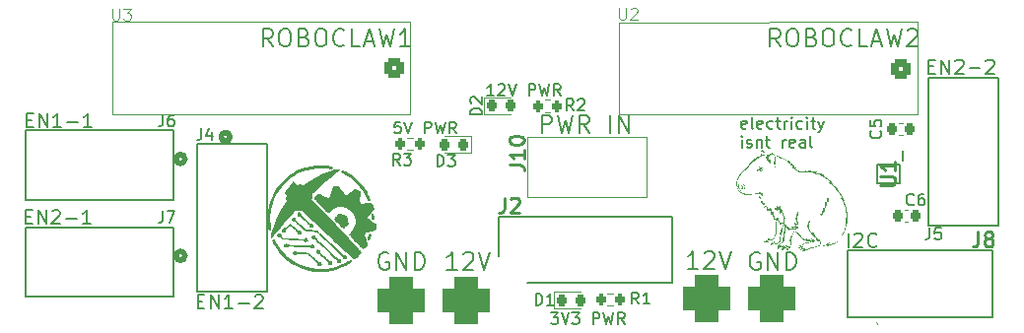
<source format=gto>
%TF.GenerationSoftware,KiCad,Pcbnew,7.0.7*%
%TF.CreationDate,2023-11-07T21:15:51-05:00*%
%TF.ProjectId,DriveTrain,44726976-6554-4726-9169-6e2e6b696361,rev?*%
%TF.SameCoordinates,Original*%
%TF.FileFunction,Legend,Top*%
%TF.FilePolarity,Positive*%
%FSLAX46Y46*%
G04 Gerber Fmt 4.6, Leading zero omitted, Abs format (unit mm)*
G04 Created by KiCad (PCBNEW 7.0.7) date 2023-11-07 21:15:51*
%MOMM*%
%LPD*%
G01*
G04 APERTURE LIST*
G04 Aperture macros list*
%AMRoundRect*
0 Rectangle with rounded corners*
0 $1 Rounding radius*
0 $2 $3 $4 $5 $6 $7 $8 $9 X,Y pos of 4 corners*
0 Add a 4 corners polygon primitive as box body*
4,1,4,$2,$3,$4,$5,$6,$7,$8,$9,$2,$3,0*
0 Add four circle primitives for the rounded corners*
1,1,$1+$1,$2,$3*
1,1,$1+$1,$4,$5*
1,1,$1+$1,$6,$7*
1,1,$1+$1,$8,$9*
0 Add four rect primitives between the rounded corners*
20,1,$1+$1,$2,$3,$4,$5,0*
20,1,$1+$1,$4,$5,$6,$7,0*
20,1,$1+$1,$6,$7,$8,$9,0*
20,1,$1+$1,$8,$9,$2,$3,0*%
G04 Aperture macros list end*
%ADD10C,0.200000*%
%ADD11C,0.150000*%
%ADD12C,0.254000*%
%ADD13C,0.100000*%
%ADD14C,0.120000*%
%ADD15C,0.152400*%
%ADD16C,0.508000*%
%ADD17R,1.400000X1.400000*%
%ADD18C,1.400000*%
%ADD19C,3.000000*%
%ADD20RoundRect,0.326336X-0.528664X-0.528664X0.528664X-0.528664X0.528664X0.528664X-0.528664X0.528664X0*%
%ADD21C,1.710000*%
%ADD22C,1.752600*%
%ADD23RoundRect,0.200000X0.200000X0.275000X-0.200000X0.275000X-0.200000X-0.275000X0.200000X-0.275000X0*%
%ADD24RoundRect,0.200000X-0.200000X-0.275000X0.200000X-0.275000X0.200000X0.275000X-0.200000X0.275000X0*%
%ADD25RoundRect,0.225000X-0.225000X-0.250000X0.225000X-0.250000X0.225000X0.250000X-0.225000X0.250000X0*%
%ADD26R,1.650000X1.650000*%
%ADD27C,1.650000*%
%ADD28RoundRect,0.218750X0.218750X0.256250X-0.218750X0.256250X-0.218750X-0.256250X0.218750X-0.256250X0*%
%ADD29RoundRect,1.000000X-1.000000X1.000000X-1.000000X-1.000000X1.000000X-1.000000X1.000000X1.000000X0*%
%ADD30C,4.300000*%
%ADD31RoundRect,0.218750X-0.218750X-0.256250X0.218750X-0.256250X0.218750X0.256250X-0.218750X0.256250X0*%
%ADD32RoundRect,0.225000X0.225000X0.250000X-0.225000X0.250000X-0.225000X-0.250000X0.225000X-0.250000X0*%
%ADD33RoundRect,1.000000X1.000000X-1.000000X1.000000X1.000000X-1.000000X1.000000X-1.000000X-1.000000X0*%
%ADD34R,0.300000X0.850000*%
G04 APERTURE END LIST*
D10*
X200917292Y-39114171D02*
X201317292Y-39114171D01*
X201488720Y-39742742D02*
X200917292Y-39742742D01*
X200917292Y-39742742D02*
X200917292Y-38542742D01*
X200917292Y-38542742D02*
X201488720Y-38542742D01*
X202003006Y-39742742D02*
X202003006Y-38542742D01*
X202003006Y-38542742D02*
X202688720Y-39742742D01*
X202688720Y-39742742D02*
X202688720Y-38542742D01*
X203203006Y-38657028D02*
X203260149Y-38599885D01*
X203260149Y-38599885D02*
X203374435Y-38542742D01*
X203374435Y-38542742D02*
X203660149Y-38542742D01*
X203660149Y-38542742D02*
X203774435Y-38599885D01*
X203774435Y-38599885D02*
X203831577Y-38657028D01*
X203831577Y-38657028D02*
X203888720Y-38771314D01*
X203888720Y-38771314D02*
X203888720Y-38885600D01*
X203888720Y-38885600D02*
X203831577Y-39057028D01*
X203831577Y-39057028D02*
X203145863Y-39742742D01*
X203145863Y-39742742D02*
X203888720Y-39742742D01*
X204403006Y-39285600D02*
X205317292Y-39285600D01*
X205831577Y-38657028D02*
X205888720Y-38599885D01*
X205888720Y-38599885D02*
X206003006Y-38542742D01*
X206003006Y-38542742D02*
X206288720Y-38542742D01*
X206288720Y-38542742D02*
X206403006Y-38599885D01*
X206403006Y-38599885D02*
X206460148Y-38657028D01*
X206460148Y-38657028D02*
X206517291Y-38771314D01*
X206517291Y-38771314D02*
X206517291Y-38885600D01*
X206517291Y-38885600D02*
X206460148Y-39057028D01*
X206460148Y-39057028D02*
X205774434Y-39742742D01*
X205774434Y-39742742D02*
X206517291Y-39742742D01*
X167688720Y-44806028D02*
X167688720Y-43306028D01*
X167688720Y-43306028D02*
X168260149Y-43306028D01*
X168260149Y-43306028D02*
X168403006Y-43377457D01*
X168403006Y-43377457D02*
X168474435Y-43448885D01*
X168474435Y-43448885D02*
X168545863Y-43591742D01*
X168545863Y-43591742D02*
X168545863Y-43806028D01*
X168545863Y-43806028D02*
X168474435Y-43948885D01*
X168474435Y-43948885D02*
X168403006Y-44020314D01*
X168403006Y-44020314D02*
X168260149Y-44091742D01*
X168260149Y-44091742D02*
X167688720Y-44091742D01*
X169045863Y-43306028D02*
X169403006Y-44806028D01*
X169403006Y-44806028D02*
X169688720Y-43734600D01*
X169688720Y-43734600D02*
X169974435Y-44806028D01*
X169974435Y-44806028D02*
X170331578Y-43306028D01*
X171760149Y-44806028D02*
X171260149Y-44091742D01*
X170903006Y-44806028D02*
X170903006Y-43306028D01*
X170903006Y-43306028D02*
X171474435Y-43306028D01*
X171474435Y-43306028D02*
X171617292Y-43377457D01*
X171617292Y-43377457D02*
X171688721Y-43448885D01*
X171688721Y-43448885D02*
X171760149Y-43591742D01*
X171760149Y-43591742D02*
X171760149Y-43806028D01*
X171760149Y-43806028D02*
X171688721Y-43948885D01*
X171688721Y-43948885D02*
X171617292Y-44020314D01*
X171617292Y-44020314D02*
X171474435Y-44091742D01*
X171474435Y-44091742D02*
X170903006Y-44091742D01*
X173545863Y-44806028D02*
X173545863Y-43306028D01*
X174260149Y-44806028D02*
X174260149Y-43306028D01*
X174260149Y-43306028D02*
X175117292Y-44806028D01*
X175117292Y-44806028D02*
X175117292Y-43306028D01*
X154474435Y-55177457D02*
X154331578Y-55106028D01*
X154331578Y-55106028D02*
X154117292Y-55106028D01*
X154117292Y-55106028D02*
X153903006Y-55177457D01*
X153903006Y-55177457D02*
X153760149Y-55320314D01*
X153760149Y-55320314D02*
X153688720Y-55463171D01*
X153688720Y-55463171D02*
X153617292Y-55748885D01*
X153617292Y-55748885D02*
X153617292Y-55963171D01*
X153617292Y-55963171D02*
X153688720Y-56248885D01*
X153688720Y-56248885D02*
X153760149Y-56391742D01*
X153760149Y-56391742D02*
X153903006Y-56534600D01*
X153903006Y-56534600D02*
X154117292Y-56606028D01*
X154117292Y-56606028D02*
X154260149Y-56606028D01*
X154260149Y-56606028D02*
X154474435Y-56534600D01*
X154474435Y-56534600D02*
X154545863Y-56463171D01*
X154545863Y-56463171D02*
X154545863Y-55963171D01*
X154545863Y-55963171D02*
X154260149Y-55963171D01*
X155188720Y-56606028D02*
X155188720Y-55106028D01*
X155188720Y-55106028D02*
X156045863Y-56606028D01*
X156045863Y-56606028D02*
X156045863Y-55106028D01*
X156760149Y-56606028D02*
X156760149Y-55106028D01*
X156760149Y-55106028D02*
X157117292Y-55106028D01*
X157117292Y-55106028D02*
X157331578Y-55177457D01*
X157331578Y-55177457D02*
X157474435Y-55320314D01*
X157474435Y-55320314D02*
X157545864Y-55463171D01*
X157545864Y-55463171D02*
X157617292Y-55748885D01*
X157617292Y-55748885D02*
X157617292Y-55963171D01*
X157617292Y-55963171D02*
X157545864Y-56248885D01*
X157545864Y-56248885D02*
X157474435Y-56391742D01*
X157474435Y-56391742D02*
X157331578Y-56534600D01*
X157331578Y-56534600D02*
X157117292Y-56606028D01*
X157117292Y-56606028D02*
X156760149Y-56606028D01*
X194017292Y-54642742D02*
X194017292Y-53442742D01*
X194531578Y-53557028D02*
X194588721Y-53499885D01*
X194588721Y-53499885D02*
X194703007Y-53442742D01*
X194703007Y-53442742D02*
X194988721Y-53442742D01*
X194988721Y-53442742D02*
X195103007Y-53499885D01*
X195103007Y-53499885D02*
X195160149Y-53557028D01*
X195160149Y-53557028D02*
X195217292Y-53671314D01*
X195217292Y-53671314D02*
X195217292Y-53785600D01*
X195217292Y-53785600D02*
X195160149Y-53957028D01*
X195160149Y-53957028D02*
X194474435Y-54642742D01*
X194474435Y-54642742D02*
X195217292Y-54642742D01*
X196417292Y-54528457D02*
X196360149Y-54585600D01*
X196360149Y-54585600D02*
X196188721Y-54642742D01*
X196188721Y-54642742D02*
X196074435Y-54642742D01*
X196074435Y-54642742D02*
X195903006Y-54585600D01*
X195903006Y-54585600D02*
X195788721Y-54471314D01*
X195788721Y-54471314D02*
X195731578Y-54357028D01*
X195731578Y-54357028D02*
X195674435Y-54128457D01*
X195674435Y-54128457D02*
X195674435Y-53957028D01*
X195674435Y-53957028D02*
X195731578Y-53728457D01*
X195731578Y-53728457D02*
X195788721Y-53614171D01*
X195788721Y-53614171D02*
X195903006Y-53499885D01*
X195903006Y-53499885D02*
X196074435Y-53442742D01*
X196074435Y-53442742D02*
X196188721Y-53442742D01*
X196188721Y-53442742D02*
X196360149Y-53499885D01*
X196360149Y-53499885D02*
X196417292Y-53557028D01*
D11*
X168441541Y-60269819D02*
X169060588Y-60269819D01*
X169060588Y-60269819D02*
X168727255Y-60650771D01*
X168727255Y-60650771D02*
X168870112Y-60650771D01*
X168870112Y-60650771D02*
X168965350Y-60698390D01*
X168965350Y-60698390D02*
X169012969Y-60746009D01*
X169012969Y-60746009D02*
X169060588Y-60841247D01*
X169060588Y-60841247D02*
X169060588Y-61079342D01*
X169060588Y-61079342D02*
X169012969Y-61174580D01*
X169012969Y-61174580D02*
X168965350Y-61222200D01*
X168965350Y-61222200D02*
X168870112Y-61269819D01*
X168870112Y-61269819D02*
X168584398Y-61269819D01*
X168584398Y-61269819D02*
X168489160Y-61222200D01*
X168489160Y-61222200D02*
X168441541Y-61174580D01*
X169346303Y-60269819D02*
X169679636Y-61269819D01*
X169679636Y-61269819D02*
X170012969Y-60269819D01*
X170251065Y-60269819D02*
X170870112Y-60269819D01*
X170870112Y-60269819D02*
X170536779Y-60650771D01*
X170536779Y-60650771D02*
X170679636Y-60650771D01*
X170679636Y-60650771D02*
X170774874Y-60698390D01*
X170774874Y-60698390D02*
X170822493Y-60746009D01*
X170822493Y-60746009D02*
X170870112Y-60841247D01*
X170870112Y-60841247D02*
X170870112Y-61079342D01*
X170870112Y-61079342D02*
X170822493Y-61174580D01*
X170822493Y-61174580D02*
X170774874Y-61222200D01*
X170774874Y-61222200D02*
X170679636Y-61269819D01*
X170679636Y-61269819D02*
X170393922Y-61269819D01*
X170393922Y-61269819D02*
X170298684Y-61222200D01*
X170298684Y-61222200D02*
X170251065Y-61174580D01*
X172060589Y-61269819D02*
X172060589Y-60269819D01*
X172060589Y-60269819D02*
X172441541Y-60269819D01*
X172441541Y-60269819D02*
X172536779Y-60317438D01*
X172536779Y-60317438D02*
X172584398Y-60365057D01*
X172584398Y-60365057D02*
X172632017Y-60460295D01*
X172632017Y-60460295D02*
X172632017Y-60603152D01*
X172632017Y-60603152D02*
X172584398Y-60698390D01*
X172584398Y-60698390D02*
X172536779Y-60746009D01*
X172536779Y-60746009D02*
X172441541Y-60793628D01*
X172441541Y-60793628D02*
X172060589Y-60793628D01*
X172965351Y-60269819D02*
X173203446Y-61269819D01*
X173203446Y-61269819D02*
X173393922Y-60555533D01*
X173393922Y-60555533D02*
X173584398Y-61269819D01*
X173584398Y-61269819D02*
X173822494Y-60269819D01*
X174774874Y-61269819D02*
X174441541Y-60793628D01*
X174203446Y-61269819D02*
X174203446Y-60269819D01*
X174203446Y-60269819D02*
X174584398Y-60269819D01*
X174584398Y-60269819D02*
X174679636Y-60317438D01*
X174679636Y-60317438D02*
X174727255Y-60365057D01*
X174727255Y-60365057D02*
X174774874Y-60460295D01*
X174774874Y-60460295D02*
X174774874Y-60603152D01*
X174774874Y-60603152D02*
X174727255Y-60698390D01*
X174727255Y-60698390D02*
X174679636Y-60746009D01*
X174679636Y-60746009D02*
X174584398Y-60793628D01*
X174584398Y-60793628D02*
X174203446Y-60793628D01*
D10*
X181074435Y-56506028D02*
X180217292Y-56506028D01*
X180645863Y-56506028D02*
X180645863Y-55006028D01*
X180645863Y-55006028D02*
X180503006Y-55220314D01*
X180503006Y-55220314D02*
X180360149Y-55363171D01*
X180360149Y-55363171D02*
X180217292Y-55434600D01*
X181645863Y-55148885D02*
X181717291Y-55077457D01*
X181717291Y-55077457D02*
X181860149Y-55006028D01*
X181860149Y-55006028D02*
X182217291Y-55006028D01*
X182217291Y-55006028D02*
X182360149Y-55077457D01*
X182360149Y-55077457D02*
X182431577Y-55148885D01*
X182431577Y-55148885D02*
X182503006Y-55291742D01*
X182503006Y-55291742D02*
X182503006Y-55434600D01*
X182503006Y-55434600D02*
X182431577Y-55648885D01*
X182431577Y-55648885D02*
X181574434Y-56506028D01*
X181574434Y-56506028D02*
X182503006Y-56506028D01*
X182931577Y-55006028D02*
X183431577Y-56506028D01*
X183431577Y-56506028D02*
X183931577Y-55006028D01*
X186374435Y-55177457D02*
X186231578Y-55106028D01*
X186231578Y-55106028D02*
X186017292Y-55106028D01*
X186017292Y-55106028D02*
X185803006Y-55177457D01*
X185803006Y-55177457D02*
X185660149Y-55320314D01*
X185660149Y-55320314D02*
X185588720Y-55463171D01*
X185588720Y-55463171D02*
X185517292Y-55748885D01*
X185517292Y-55748885D02*
X185517292Y-55963171D01*
X185517292Y-55963171D02*
X185588720Y-56248885D01*
X185588720Y-56248885D02*
X185660149Y-56391742D01*
X185660149Y-56391742D02*
X185803006Y-56534600D01*
X185803006Y-56534600D02*
X186017292Y-56606028D01*
X186017292Y-56606028D02*
X186160149Y-56606028D01*
X186160149Y-56606028D02*
X186374435Y-56534600D01*
X186374435Y-56534600D02*
X186445863Y-56463171D01*
X186445863Y-56463171D02*
X186445863Y-55963171D01*
X186445863Y-55963171D02*
X186160149Y-55963171D01*
X187088720Y-56606028D02*
X187088720Y-55106028D01*
X187088720Y-55106028D02*
X187945863Y-56606028D01*
X187945863Y-56606028D02*
X187945863Y-55106028D01*
X188660149Y-56606028D02*
X188660149Y-55106028D01*
X188660149Y-55106028D02*
X189017292Y-55106028D01*
X189017292Y-55106028D02*
X189231578Y-55177457D01*
X189231578Y-55177457D02*
X189374435Y-55320314D01*
X189374435Y-55320314D02*
X189445864Y-55463171D01*
X189445864Y-55463171D02*
X189517292Y-55748885D01*
X189517292Y-55748885D02*
X189517292Y-55963171D01*
X189517292Y-55963171D02*
X189445864Y-56248885D01*
X189445864Y-56248885D02*
X189374435Y-56391742D01*
X189374435Y-56391742D02*
X189231578Y-56534600D01*
X189231578Y-56534600D02*
X189017292Y-56606028D01*
X189017292Y-56606028D02*
X188660149Y-56606028D01*
X123317292Y-52014171D02*
X123717292Y-52014171D01*
X123888720Y-52642742D02*
X123317292Y-52642742D01*
X123317292Y-52642742D02*
X123317292Y-51442742D01*
X123317292Y-51442742D02*
X123888720Y-51442742D01*
X124403006Y-52642742D02*
X124403006Y-51442742D01*
X124403006Y-51442742D02*
X125088720Y-52642742D01*
X125088720Y-52642742D02*
X125088720Y-51442742D01*
X125603006Y-51557028D02*
X125660149Y-51499885D01*
X125660149Y-51499885D02*
X125774435Y-51442742D01*
X125774435Y-51442742D02*
X126060149Y-51442742D01*
X126060149Y-51442742D02*
X126174435Y-51499885D01*
X126174435Y-51499885D02*
X126231577Y-51557028D01*
X126231577Y-51557028D02*
X126288720Y-51671314D01*
X126288720Y-51671314D02*
X126288720Y-51785600D01*
X126288720Y-51785600D02*
X126231577Y-51957028D01*
X126231577Y-51957028D02*
X125545863Y-52642742D01*
X125545863Y-52642742D02*
X126288720Y-52642742D01*
X126803006Y-52185600D02*
X127717292Y-52185600D01*
X128917291Y-52642742D02*
X128231577Y-52642742D01*
X128574434Y-52642742D02*
X128574434Y-51442742D01*
X128574434Y-51442742D02*
X128460148Y-51614171D01*
X128460148Y-51614171D02*
X128345863Y-51728457D01*
X128345863Y-51728457D02*
X128231577Y-51785600D01*
X188145863Y-37406028D02*
X187645863Y-36691742D01*
X187288720Y-37406028D02*
X187288720Y-35906028D01*
X187288720Y-35906028D02*
X187860149Y-35906028D01*
X187860149Y-35906028D02*
X188003006Y-35977457D01*
X188003006Y-35977457D02*
X188074435Y-36048885D01*
X188074435Y-36048885D02*
X188145863Y-36191742D01*
X188145863Y-36191742D02*
X188145863Y-36406028D01*
X188145863Y-36406028D02*
X188074435Y-36548885D01*
X188074435Y-36548885D02*
X188003006Y-36620314D01*
X188003006Y-36620314D02*
X187860149Y-36691742D01*
X187860149Y-36691742D02*
X187288720Y-36691742D01*
X189074435Y-35906028D02*
X189360149Y-35906028D01*
X189360149Y-35906028D02*
X189503006Y-35977457D01*
X189503006Y-35977457D02*
X189645863Y-36120314D01*
X189645863Y-36120314D02*
X189717292Y-36406028D01*
X189717292Y-36406028D02*
X189717292Y-36906028D01*
X189717292Y-36906028D02*
X189645863Y-37191742D01*
X189645863Y-37191742D02*
X189503006Y-37334600D01*
X189503006Y-37334600D02*
X189360149Y-37406028D01*
X189360149Y-37406028D02*
X189074435Y-37406028D01*
X189074435Y-37406028D02*
X188931578Y-37334600D01*
X188931578Y-37334600D02*
X188788720Y-37191742D01*
X188788720Y-37191742D02*
X188717292Y-36906028D01*
X188717292Y-36906028D02*
X188717292Y-36406028D01*
X188717292Y-36406028D02*
X188788720Y-36120314D01*
X188788720Y-36120314D02*
X188931578Y-35977457D01*
X188931578Y-35977457D02*
X189074435Y-35906028D01*
X190860149Y-36620314D02*
X191074435Y-36691742D01*
X191074435Y-36691742D02*
X191145864Y-36763171D01*
X191145864Y-36763171D02*
X191217292Y-36906028D01*
X191217292Y-36906028D02*
X191217292Y-37120314D01*
X191217292Y-37120314D02*
X191145864Y-37263171D01*
X191145864Y-37263171D02*
X191074435Y-37334600D01*
X191074435Y-37334600D02*
X190931578Y-37406028D01*
X190931578Y-37406028D02*
X190360149Y-37406028D01*
X190360149Y-37406028D02*
X190360149Y-35906028D01*
X190360149Y-35906028D02*
X190860149Y-35906028D01*
X190860149Y-35906028D02*
X191003007Y-35977457D01*
X191003007Y-35977457D02*
X191074435Y-36048885D01*
X191074435Y-36048885D02*
X191145864Y-36191742D01*
X191145864Y-36191742D02*
X191145864Y-36334600D01*
X191145864Y-36334600D02*
X191074435Y-36477457D01*
X191074435Y-36477457D02*
X191003007Y-36548885D01*
X191003007Y-36548885D02*
X190860149Y-36620314D01*
X190860149Y-36620314D02*
X190360149Y-36620314D01*
X192145864Y-35906028D02*
X192431578Y-35906028D01*
X192431578Y-35906028D02*
X192574435Y-35977457D01*
X192574435Y-35977457D02*
X192717292Y-36120314D01*
X192717292Y-36120314D02*
X192788721Y-36406028D01*
X192788721Y-36406028D02*
X192788721Y-36906028D01*
X192788721Y-36906028D02*
X192717292Y-37191742D01*
X192717292Y-37191742D02*
X192574435Y-37334600D01*
X192574435Y-37334600D02*
X192431578Y-37406028D01*
X192431578Y-37406028D02*
X192145864Y-37406028D01*
X192145864Y-37406028D02*
X192003007Y-37334600D01*
X192003007Y-37334600D02*
X191860149Y-37191742D01*
X191860149Y-37191742D02*
X191788721Y-36906028D01*
X191788721Y-36906028D02*
X191788721Y-36406028D01*
X191788721Y-36406028D02*
X191860149Y-36120314D01*
X191860149Y-36120314D02*
X192003007Y-35977457D01*
X192003007Y-35977457D02*
X192145864Y-35906028D01*
X194288721Y-37263171D02*
X194217293Y-37334600D01*
X194217293Y-37334600D02*
X194003007Y-37406028D01*
X194003007Y-37406028D02*
X193860150Y-37406028D01*
X193860150Y-37406028D02*
X193645864Y-37334600D01*
X193645864Y-37334600D02*
X193503007Y-37191742D01*
X193503007Y-37191742D02*
X193431578Y-37048885D01*
X193431578Y-37048885D02*
X193360150Y-36763171D01*
X193360150Y-36763171D02*
X193360150Y-36548885D01*
X193360150Y-36548885D02*
X193431578Y-36263171D01*
X193431578Y-36263171D02*
X193503007Y-36120314D01*
X193503007Y-36120314D02*
X193645864Y-35977457D01*
X193645864Y-35977457D02*
X193860150Y-35906028D01*
X193860150Y-35906028D02*
X194003007Y-35906028D01*
X194003007Y-35906028D02*
X194217293Y-35977457D01*
X194217293Y-35977457D02*
X194288721Y-36048885D01*
X195645864Y-37406028D02*
X194931578Y-37406028D01*
X194931578Y-37406028D02*
X194931578Y-35906028D01*
X196074436Y-36977457D02*
X196788722Y-36977457D01*
X195931579Y-37406028D02*
X196431579Y-35906028D01*
X196431579Y-35906028D02*
X196931579Y-37406028D01*
X197288721Y-35906028D02*
X197645864Y-37406028D01*
X197645864Y-37406028D02*
X197931578Y-36334600D01*
X197931578Y-36334600D02*
X198217293Y-37406028D01*
X198217293Y-37406028D02*
X198574436Y-35906028D01*
X199074436Y-36048885D02*
X199145864Y-35977457D01*
X199145864Y-35977457D02*
X199288722Y-35906028D01*
X199288722Y-35906028D02*
X199645864Y-35906028D01*
X199645864Y-35906028D02*
X199788722Y-35977457D01*
X199788722Y-35977457D02*
X199860150Y-36048885D01*
X199860150Y-36048885D02*
X199931579Y-36191742D01*
X199931579Y-36191742D02*
X199931579Y-36334600D01*
X199931579Y-36334600D02*
X199860150Y-36548885D01*
X199860150Y-36548885D02*
X199003007Y-37406028D01*
X199003007Y-37406028D02*
X199931579Y-37406028D01*
D11*
X163560588Y-41629819D02*
X162989160Y-41629819D01*
X163274874Y-41629819D02*
X163274874Y-40629819D01*
X163274874Y-40629819D02*
X163179636Y-40772676D01*
X163179636Y-40772676D02*
X163084398Y-40867914D01*
X163084398Y-40867914D02*
X162989160Y-40915533D01*
X163941541Y-40725057D02*
X163989160Y-40677438D01*
X163989160Y-40677438D02*
X164084398Y-40629819D01*
X164084398Y-40629819D02*
X164322493Y-40629819D01*
X164322493Y-40629819D02*
X164417731Y-40677438D01*
X164417731Y-40677438D02*
X164465350Y-40725057D01*
X164465350Y-40725057D02*
X164512969Y-40820295D01*
X164512969Y-40820295D02*
X164512969Y-40915533D01*
X164512969Y-40915533D02*
X164465350Y-41058390D01*
X164465350Y-41058390D02*
X163893922Y-41629819D01*
X163893922Y-41629819D02*
X164512969Y-41629819D01*
X164798684Y-40629819D02*
X165132017Y-41629819D01*
X165132017Y-41629819D02*
X165465350Y-40629819D01*
X166560589Y-41629819D02*
X166560589Y-40629819D01*
X166560589Y-40629819D02*
X166941541Y-40629819D01*
X166941541Y-40629819D02*
X167036779Y-40677438D01*
X167036779Y-40677438D02*
X167084398Y-40725057D01*
X167084398Y-40725057D02*
X167132017Y-40820295D01*
X167132017Y-40820295D02*
X167132017Y-40963152D01*
X167132017Y-40963152D02*
X167084398Y-41058390D01*
X167084398Y-41058390D02*
X167036779Y-41106009D01*
X167036779Y-41106009D02*
X166941541Y-41153628D01*
X166941541Y-41153628D02*
X166560589Y-41153628D01*
X167465351Y-40629819D02*
X167703446Y-41629819D01*
X167703446Y-41629819D02*
X167893922Y-40915533D01*
X167893922Y-40915533D02*
X168084398Y-41629819D01*
X168084398Y-41629819D02*
X168322494Y-40629819D01*
X169274874Y-41629819D02*
X168941541Y-41153628D01*
X168703446Y-41629819D02*
X168703446Y-40629819D01*
X168703446Y-40629819D02*
X169084398Y-40629819D01*
X169084398Y-40629819D02*
X169179636Y-40677438D01*
X169179636Y-40677438D02*
X169227255Y-40725057D01*
X169227255Y-40725057D02*
X169274874Y-40820295D01*
X169274874Y-40820295D02*
X169274874Y-40963152D01*
X169274874Y-40963152D02*
X169227255Y-41058390D01*
X169227255Y-41058390D02*
X169179636Y-41106009D01*
X169179636Y-41106009D02*
X169084398Y-41153628D01*
X169084398Y-41153628D02*
X168703446Y-41153628D01*
D10*
X160374435Y-56606028D02*
X159517292Y-56606028D01*
X159945863Y-56606028D02*
X159945863Y-55106028D01*
X159945863Y-55106028D02*
X159803006Y-55320314D01*
X159803006Y-55320314D02*
X159660149Y-55463171D01*
X159660149Y-55463171D02*
X159517292Y-55534600D01*
X160945863Y-55248885D02*
X161017291Y-55177457D01*
X161017291Y-55177457D02*
X161160149Y-55106028D01*
X161160149Y-55106028D02*
X161517291Y-55106028D01*
X161517291Y-55106028D02*
X161660149Y-55177457D01*
X161660149Y-55177457D02*
X161731577Y-55248885D01*
X161731577Y-55248885D02*
X161803006Y-55391742D01*
X161803006Y-55391742D02*
X161803006Y-55534600D01*
X161803006Y-55534600D02*
X161731577Y-55748885D01*
X161731577Y-55748885D02*
X160874434Y-56606028D01*
X160874434Y-56606028D02*
X161803006Y-56606028D01*
X162231577Y-55106028D02*
X162731577Y-56606028D01*
X162731577Y-56606028D02*
X163231577Y-55106028D01*
X138117292Y-59314171D02*
X138517292Y-59314171D01*
X138688720Y-59942742D02*
X138117292Y-59942742D01*
X138117292Y-59942742D02*
X138117292Y-58742742D01*
X138117292Y-58742742D02*
X138688720Y-58742742D01*
X139203006Y-59942742D02*
X139203006Y-58742742D01*
X139203006Y-58742742D02*
X139888720Y-59942742D01*
X139888720Y-59942742D02*
X139888720Y-58742742D01*
X141088720Y-59942742D02*
X140403006Y-59942742D01*
X140745863Y-59942742D02*
X140745863Y-58742742D01*
X140745863Y-58742742D02*
X140631577Y-58914171D01*
X140631577Y-58914171D02*
X140517292Y-59028457D01*
X140517292Y-59028457D02*
X140403006Y-59085600D01*
X141603006Y-59485600D02*
X142517292Y-59485600D01*
X143031577Y-58857028D02*
X143088720Y-58799885D01*
X143088720Y-58799885D02*
X143203006Y-58742742D01*
X143203006Y-58742742D02*
X143488720Y-58742742D01*
X143488720Y-58742742D02*
X143603006Y-58799885D01*
X143603006Y-58799885D02*
X143660148Y-58857028D01*
X143660148Y-58857028D02*
X143717291Y-58971314D01*
X143717291Y-58971314D02*
X143717291Y-59085600D01*
X143717291Y-59085600D02*
X143660148Y-59257028D01*
X143660148Y-59257028D02*
X142974434Y-59942742D01*
X142974434Y-59942742D02*
X143717291Y-59942742D01*
D11*
X155512969Y-43869819D02*
X155036779Y-43869819D01*
X155036779Y-43869819D02*
X154989160Y-44346009D01*
X154989160Y-44346009D02*
X155036779Y-44298390D01*
X155036779Y-44298390D02*
X155132017Y-44250771D01*
X155132017Y-44250771D02*
X155370112Y-44250771D01*
X155370112Y-44250771D02*
X155465350Y-44298390D01*
X155465350Y-44298390D02*
X155512969Y-44346009D01*
X155512969Y-44346009D02*
X155560588Y-44441247D01*
X155560588Y-44441247D02*
X155560588Y-44679342D01*
X155560588Y-44679342D02*
X155512969Y-44774580D01*
X155512969Y-44774580D02*
X155465350Y-44822200D01*
X155465350Y-44822200D02*
X155370112Y-44869819D01*
X155370112Y-44869819D02*
X155132017Y-44869819D01*
X155132017Y-44869819D02*
X155036779Y-44822200D01*
X155036779Y-44822200D02*
X154989160Y-44774580D01*
X155846303Y-43869819D02*
X156179636Y-44869819D01*
X156179636Y-44869819D02*
X156512969Y-43869819D01*
X157608208Y-44869819D02*
X157608208Y-43869819D01*
X157608208Y-43869819D02*
X157989160Y-43869819D01*
X157989160Y-43869819D02*
X158084398Y-43917438D01*
X158084398Y-43917438D02*
X158132017Y-43965057D01*
X158132017Y-43965057D02*
X158179636Y-44060295D01*
X158179636Y-44060295D02*
X158179636Y-44203152D01*
X158179636Y-44203152D02*
X158132017Y-44298390D01*
X158132017Y-44298390D02*
X158084398Y-44346009D01*
X158084398Y-44346009D02*
X157989160Y-44393628D01*
X157989160Y-44393628D02*
X157608208Y-44393628D01*
X158512970Y-43869819D02*
X158751065Y-44869819D01*
X158751065Y-44869819D02*
X158941541Y-44155533D01*
X158941541Y-44155533D02*
X159132017Y-44869819D01*
X159132017Y-44869819D02*
X159370113Y-43869819D01*
X160322493Y-44869819D02*
X159989160Y-44393628D01*
X159751065Y-44869819D02*
X159751065Y-43869819D01*
X159751065Y-43869819D02*
X160132017Y-43869819D01*
X160132017Y-43869819D02*
X160227255Y-43917438D01*
X160227255Y-43917438D02*
X160274874Y-43965057D01*
X160274874Y-43965057D02*
X160322493Y-44060295D01*
X160322493Y-44060295D02*
X160322493Y-44203152D01*
X160322493Y-44203152D02*
X160274874Y-44298390D01*
X160274874Y-44298390D02*
X160227255Y-44346009D01*
X160227255Y-44346009D02*
X160132017Y-44393628D01*
X160132017Y-44393628D02*
X159751065Y-44393628D01*
D10*
X144545863Y-37406028D02*
X144045863Y-36691742D01*
X143688720Y-37406028D02*
X143688720Y-35906028D01*
X143688720Y-35906028D02*
X144260149Y-35906028D01*
X144260149Y-35906028D02*
X144403006Y-35977457D01*
X144403006Y-35977457D02*
X144474435Y-36048885D01*
X144474435Y-36048885D02*
X144545863Y-36191742D01*
X144545863Y-36191742D02*
X144545863Y-36406028D01*
X144545863Y-36406028D02*
X144474435Y-36548885D01*
X144474435Y-36548885D02*
X144403006Y-36620314D01*
X144403006Y-36620314D02*
X144260149Y-36691742D01*
X144260149Y-36691742D02*
X143688720Y-36691742D01*
X145474435Y-35906028D02*
X145760149Y-35906028D01*
X145760149Y-35906028D02*
X145903006Y-35977457D01*
X145903006Y-35977457D02*
X146045863Y-36120314D01*
X146045863Y-36120314D02*
X146117292Y-36406028D01*
X146117292Y-36406028D02*
X146117292Y-36906028D01*
X146117292Y-36906028D02*
X146045863Y-37191742D01*
X146045863Y-37191742D02*
X145903006Y-37334600D01*
X145903006Y-37334600D02*
X145760149Y-37406028D01*
X145760149Y-37406028D02*
X145474435Y-37406028D01*
X145474435Y-37406028D02*
X145331578Y-37334600D01*
X145331578Y-37334600D02*
X145188720Y-37191742D01*
X145188720Y-37191742D02*
X145117292Y-36906028D01*
X145117292Y-36906028D02*
X145117292Y-36406028D01*
X145117292Y-36406028D02*
X145188720Y-36120314D01*
X145188720Y-36120314D02*
X145331578Y-35977457D01*
X145331578Y-35977457D02*
X145474435Y-35906028D01*
X147260149Y-36620314D02*
X147474435Y-36691742D01*
X147474435Y-36691742D02*
X147545864Y-36763171D01*
X147545864Y-36763171D02*
X147617292Y-36906028D01*
X147617292Y-36906028D02*
X147617292Y-37120314D01*
X147617292Y-37120314D02*
X147545864Y-37263171D01*
X147545864Y-37263171D02*
X147474435Y-37334600D01*
X147474435Y-37334600D02*
X147331578Y-37406028D01*
X147331578Y-37406028D02*
X146760149Y-37406028D01*
X146760149Y-37406028D02*
X146760149Y-35906028D01*
X146760149Y-35906028D02*
X147260149Y-35906028D01*
X147260149Y-35906028D02*
X147403007Y-35977457D01*
X147403007Y-35977457D02*
X147474435Y-36048885D01*
X147474435Y-36048885D02*
X147545864Y-36191742D01*
X147545864Y-36191742D02*
X147545864Y-36334600D01*
X147545864Y-36334600D02*
X147474435Y-36477457D01*
X147474435Y-36477457D02*
X147403007Y-36548885D01*
X147403007Y-36548885D02*
X147260149Y-36620314D01*
X147260149Y-36620314D02*
X146760149Y-36620314D01*
X148545864Y-35906028D02*
X148831578Y-35906028D01*
X148831578Y-35906028D02*
X148974435Y-35977457D01*
X148974435Y-35977457D02*
X149117292Y-36120314D01*
X149117292Y-36120314D02*
X149188721Y-36406028D01*
X149188721Y-36406028D02*
X149188721Y-36906028D01*
X149188721Y-36906028D02*
X149117292Y-37191742D01*
X149117292Y-37191742D02*
X148974435Y-37334600D01*
X148974435Y-37334600D02*
X148831578Y-37406028D01*
X148831578Y-37406028D02*
X148545864Y-37406028D01*
X148545864Y-37406028D02*
X148403007Y-37334600D01*
X148403007Y-37334600D02*
X148260149Y-37191742D01*
X148260149Y-37191742D02*
X148188721Y-36906028D01*
X148188721Y-36906028D02*
X148188721Y-36406028D01*
X148188721Y-36406028D02*
X148260149Y-36120314D01*
X148260149Y-36120314D02*
X148403007Y-35977457D01*
X148403007Y-35977457D02*
X148545864Y-35906028D01*
X150688721Y-37263171D02*
X150617293Y-37334600D01*
X150617293Y-37334600D02*
X150403007Y-37406028D01*
X150403007Y-37406028D02*
X150260150Y-37406028D01*
X150260150Y-37406028D02*
X150045864Y-37334600D01*
X150045864Y-37334600D02*
X149903007Y-37191742D01*
X149903007Y-37191742D02*
X149831578Y-37048885D01*
X149831578Y-37048885D02*
X149760150Y-36763171D01*
X149760150Y-36763171D02*
X149760150Y-36548885D01*
X149760150Y-36548885D02*
X149831578Y-36263171D01*
X149831578Y-36263171D02*
X149903007Y-36120314D01*
X149903007Y-36120314D02*
X150045864Y-35977457D01*
X150045864Y-35977457D02*
X150260150Y-35906028D01*
X150260150Y-35906028D02*
X150403007Y-35906028D01*
X150403007Y-35906028D02*
X150617293Y-35977457D01*
X150617293Y-35977457D02*
X150688721Y-36048885D01*
X152045864Y-37406028D02*
X151331578Y-37406028D01*
X151331578Y-37406028D02*
X151331578Y-35906028D01*
X152474436Y-36977457D02*
X153188722Y-36977457D01*
X152331579Y-37406028D02*
X152831579Y-35906028D01*
X152831579Y-35906028D02*
X153331579Y-37406028D01*
X153688721Y-35906028D02*
X154045864Y-37406028D01*
X154045864Y-37406028D02*
X154331578Y-36334600D01*
X154331578Y-36334600D02*
X154617293Y-37406028D01*
X154617293Y-37406028D02*
X154974436Y-35906028D01*
X156331579Y-37406028D02*
X155474436Y-37406028D01*
X155903007Y-37406028D02*
X155903007Y-35906028D01*
X155903007Y-35906028D02*
X155760150Y-36120314D01*
X155760150Y-36120314D02*
X155617293Y-36263171D01*
X155617293Y-36263171D02*
X155474436Y-36334600D01*
X123417292Y-43714171D02*
X123817292Y-43714171D01*
X123988720Y-44342742D02*
X123417292Y-44342742D01*
X123417292Y-44342742D02*
X123417292Y-43142742D01*
X123417292Y-43142742D02*
X123988720Y-43142742D01*
X124503006Y-44342742D02*
X124503006Y-43142742D01*
X124503006Y-43142742D02*
X125188720Y-44342742D01*
X125188720Y-44342742D02*
X125188720Y-43142742D01*
X126388720Y-44342742D02*
X125703006Y-44342742D01*
X126045863Y-44342742D02*
X126045863Y-43142742D01*
X126045863Y-43142742D02*
X125931577Y-43314171D01*
X125931577Y-43314171D02*
X125817292Y-43428457D01*
X125817292Y-43428457D02*
X125703006Y-43485600D01*
X126903006Y-43885600D02*
X127817292Y-43885600D01*
X129017291Y-44342742D02*
X128331577Y-44342742D01*
X128674434Y-44342742D02*
X128674434Y-43142742D01*
X128674434Y-43142742D02*
X128560148Y-43314171D01*
X128560148Y-43314171D02*
X128445863Y-43428457D01*
X128445863Y-43428457D02*
X128331577Y-43485600D01*
D11*
X185217731Y-44412200D02*
X185122493Y-44459819D01*
X185122493Y-44459819D02*
X184932017Y-44459819D01*
X184932017Y-44459819D02*
X184836779Y-44412200D01*
X184836779Y-44412200D02*
X184789160Y-44316961D01*
X184789160Y-44316961D02*
X184789160Y-43936009D01*
X184789160Y-43936009D02*
X184836779Y-43840771D01*
X184836779Y-43840771D02*
X184932017Y-43793152D01*
X184932017Y-43793152D02*
X185122493Y-43793152D01*
X185122493Y-43793152D02*
X185217731Y-43840771D01*
X185217731Y-43840771D02*
X185265350Y-43936009D01*
X185265350Y-43936009D02*
X185265350Y-44031247D01*
X185265350Y-44031247D02*
X184789160Y-44126485D01*
X185836779Y-44459819D02*
X185741541Y-44412200D01*
X185741541Y-44412200D02*
X185693922Y-44316961D01*
X185693922Y-44316961D02*
X185693922Y-43459819D01*
X186598684Y-44412200D02*
X186503446Y-44459819D01*
X186503446Y-44459819D02*
X186312970Y-44459819D01*
X186312970Y-44459819D02*
X186217732Y-44412200D01*
X186217732Y-44412200D02*
X186170113Y-44316961D01*
X186170113Y-44316961D02*
X186170113Y-43936009D01*
X186170113Y-43936009D02*
X186217732Y-43840771D01*
X186217732Y-43840771D02*
X186312970Y-43793152D01*
X186312970Y-43793152D02*
X186503446Y-43793152D01*
X186503446Y-43793152D02*
X186598684Y-43840771D01*
X186598684Y-43840771D02*
X186646303Y-43936009D01*
X186646303Y-43936009D02*
X186646303Y-44031247D01*
X186646303Y-44031247D02*
X186170113Y-44126485D01*
X187503446Y-44412200D02*
X187408208Y-44459819D01*
X187408208Y-44459819D02*
X187217732Y-44459819D01*
X187217732Y-44459819D02*
X187122494Y-44412200D01*
X187122494Y-44412200D02*
X187074875Y-44364580D01*
X187074875Y-44364580D02*
X187027256Y-44269342D01*
X187027256Y-44269342D02*
X187027256Y-43983628D01*
X187027256Y-43983628D02*
X187074875Y-43888390D01*
X187074875Y-43888390D02*
X187122494Y-43840771D01*
X187122494Y-43840771D02*
X187217732Y-43793152D01*
X187217732Y-43793152D02*
X187408208Y-43793152D01*
X187408208Y-43793152D02*
X187503446Y-43840771D01*
X187789161Y-43793152D02*
X188170113Y-43793152D01*
X187932018Y-43459819D02*
X187932018Y-44316961D01*
X187932018Y-44316961D02*
X187979637Y-44412200D01*
X187979637Y-44412200D02*
X188074875Y-44459819D01*
X188074875Y-44459819D02*
X188170113Y-44459819D01*
X188503447Y-44459819D02*
X188503447Y-43793152D01*
X188503447Y-43983628D02*
X188551066Y-43888390D01*
X188551066Y-43888390D02*
X188598685Y-43840771D01*
X188598685Y-43840771D02*
X188693923Y-43793152D01*
X188693923Y-43793152D02*
X188789161Y-43793152D01*
X189122495Y-44459819D02*
X189122495Y-43793152D01*
X189122495Y-43459819D02*
X189074876Y-43507438D01*
X189074876Y-43507438D02*
X189122495Y-43555057D01*
X189122495Y-43555057D02*
X189170114Y-43507438D01*
X189170114Y-43507438D02*
X189122495Y-43459819D01*
X189122495Y-43459819D02*
X189122495Y-43555057D01*
X190027256Y-44412200D02*
X189932018Y-44459819D01*
X189932018Y-44459819D02*
X189741542Y-44459819D01*
X189741542Y-44459819D02*
X189646304Y-44412200D01*
X189646304Y-44412200D02*
X189598685Y-44364580D01*
X189598685Y-44364580D02*
X189551066Y-44269342D01*
X189551066Y-44269342D02*
X189551066Y-43983628D01*
X189551066Y-43983628D02*
X189598685Y-43888390D01*
X189598685Y-43888390D02*
X189646304Y-43840771D01*
X189646304Y-43840771D02*
X189741542Y-43793152D01*
X189741542Y-43793152D02*
X189932018Y-43793152D01*
X189932018Y-43793152D02*
X190027256Y-43840771D01*
X190455828Y-44459819D02*
X190455828Y-43793152D01*
X190455828Y-43459819D02*
X190408209Y-43507438D01*
X190408209Y-43507438D02*
X190455828Y-43555057D01*
X190455828Y-43555057D02*
X190503447Y-43507438D01*
X190503447Y-43507438D02*
X190455828Y-43459819D01*
X190455828Y-43459819D02*
X190455828Y-43555057D01*
X190789161Y-43793152D02*
X191170113Y-43793152D01*
X190932018Y-43459819D02*
X190932018Y-44316961D01*
X190932018Y-44316961D02*
X190979637Y-44412200D01*
X190979637Y-44412200D02*
X191074875Y-44459819D01*
X191074875Y-44459819D02*
X191170113Y-44459819D01*
X191408209Y-43793152D02*
X191646304Y-44459819D01*
X191884399Y-43793152D02*
X191646304Y-44459819D01*
X191646304Y-44459819D02*
X191551066Y-44697914D01*
X191551066Y-44697914D02*
X191503447Y-44745533D01*
X191503447Y-44745533D02*
X191408209Y-44793152D01*
X184836779Y-46069819D02*
X184836779Y-45403152D01*
X184836779Y-45069819D02*
X184789160Y-45117438D01*
X184789160Y-45117438D02*
X184836779Y-45165057D01*
X184836779Y-45165057D02*
X184884398Y-45117438D01*
X184884398Y-45117438D02*
X184836779Y-45069819D01*
X184836779Y-45069819D02*
X184836779Y-45165057D01*
X185265350Y-46022200D02*
X185360588Y-46069819D01*
X185360588Y-46069819D02*
X185551064Y-46069819D01*
X185551064Y-46069819D02*
X185646302Y-46022200D01*
X185646302Y-46022200D02*
X185693921Y-45926961D01*
X185693921Y-45926961D02*
X185693921Y-45879342D01*
X185693921Y-45879342D02*
X185646302Y-45784104D01*
X185646302Y-45784104D02*
X185551064Y-45736485D01*
X185551064Y-45736485D02*
X185408207Y-45736485D01*
X185408207Y-45736485D02*
X185312969Y-45688866D01*
X185312969Y-45688866D02*
X185265350Y-45593628D01*
X185265350Y-45593628D02*
X185265350Y-45546009D01*
X185265350Y-45546009D02*
X185312969Y-45450771D01*
X185312969Y-45450771D02*
X185408207Y-45403152D01*
X185408207Y-45403152D02*
X185551064Y-45403152D01*
X185551064Y-45403152D02*
X185646302Y-45450771D01*
X186122493Y-45403152D02*
X186122493Y-46069819D01*
X186122493Y-45498390D02*
X186170112Y-45450771D01*
X186170112Y-45450771D02*
X186265350Y-45403152D01*
X186265350Y-45403152D02*
X186408207Y-45403152D01*
X186408207Y-45403152D02*
X186503445Y-45450771D01*
X186503445Y-45450771D02*
X186551064Y-45546009D01*
X186551064Y-45546009D02*
X186551064Y-46069819D01*
X186884398Y-45403152D02*
X187265350Y-45403152D01*
X187027255Y-45069819D02*
X187027255Y-45926961D01*
X187027255Y-45926961D02*
X187074874Y-46022200D01*
X187074874Y-46022200D02*
X187170112Y-46069819D01*
X187170112Y-46069819D02*
X187265350Y-46069819D01*
X188360589Y-46069819D02*
X188360589Y-45403152D01*
X188360589Y-45593628D02*
X188408208Y-45498390D01*
X188408208Y-45498390D02*
X188455827Y-45450771D01*
X188455827Y-45450771D02*
X188551065Y-45403152D01*
X188551065Y-45403152D02*
X188646303Y-45403152D01*
X189360589Y-46022200D02*
X189265351Y-46069819D01*
X189265351Y-46069819D02*
X189074875Y-46069819D01*
X189074875Y-46069819D02*
X188979637Y-46022200D01*
X188979637Y-46022200D02*
X188932018Y-45926961D01*
X188932018Y-45926961D02*
X188932018Y-45546009D01*
X188932018Y-45546009D02*
X188979637Y-45450771D01*
X188979637Y-45450771D02*
X189074875Y-45403152D01*
X189074875Y-45403152D02*
X189265351Y-45403152D01*
X189265351Y-45403152D02*
X189360589Y-45450771D01*
X189360589Y-45450771D02*
X189408208Y-45546009D01*
X189408208Y-45546009D02*
X189408208Y-45641247D01*
X189408208Y-45641247D02*
X188932018Y-45736485D01*
X190265351Y-46069819D02*
X190265351Y-45546009D01*
X190265351Y-45546009D02*
X190217732Y-45450771D01*
X190217732Y-45450771D02*
X190122494Y-45403152D01*
X190122494Y-45403152D02*
X189932018Y-45403152D01*
X189932018Y-45403152D02*
X189836780Y-45450771D01*
X190265351Y-46022200D02*
X190170113Y-46069819D01*
X190170113Y-46069819D02*
X189932018Y-46069819D01*
X189932018Y-46069819D02*
X189836780Y-46022200D01*
X189836780Y-46022200D02*
X189789161Y-45926961D01*
X189789161Y-45926961D02*
X189789161Y-45831723D01*
X189789161Y-45831723D02*
X189836780Y-45736485D01*
X189836780Y-45736485D02*
X189932018Y-45688866D01*
X189932018Y-45688866D02*
X190170113Y-45688866D01*
X190170113Y-45688866D02*
X190265351Y-45641247D01*
X190884399Y-46069819D02*
X190789161Y-46022200D01*
X190789161Y-46022200D02*
X190741542Y-45926961D01*
X190741542Y-45926961D02*
X190741542Y-45069819D01*
D12*
X205151667Y-53329318D02*
X205151667Y-54236461D01*
X205151667Y-54236461D02*
X205091190Y-54417889D01*
X205091190Y-54417889D02*
X204970238Y-54538842D01*
X204970238Y-54538842D02*
X204788809Y-54599318D01*
X204788809Y-54599318D02*
X204667857Y-54599318D01*
X205937857Y-53873603D02*
X205816905Y-53813127D01*
X205816905Y-53813127D02*
X205756428Y-53752651D01*
X205756428Y-53752651D02*
X205695952Y-53631699D01*
X205695952Y-53631699D02*
X205695952Y-53571222D01*
X205695952Y-53571222D02*
X205756428Y-53450270D01*
X205756428Y-53450270D02*
X205816905Y-53389794D01*
X205816905Y-53389794D02*
X205937857Y-53329318D01*
X205937857Y-53329318D02*
X206179762Y-53329318D01*
X206179762Y-53329318D02*
X206300714Y-53389794D01*
X206300714Y-53389794D02*
X206361190Y-53450270D01*
X206361190Y-53450270D02*
X206421667Y-53571222D01*
X206421667Y-53571222D02*
X206421667Y-53631699D01*
X206421667Y-53631699D02*
X206361190Y-53752651D01*
X206361190Y-53752651D02*
X206300714Y-53813127D01*
X206300714Y-53813127D02*
X206179762Y-53873603D01*
X206179762Y-53873603D02*
X205937857Y-53873603D01*
X205937857Y-53873603D02*
X205816905Y-53934080D01*
X205816905Y-53934080D02*
X205756428Y-53994556D01*
X205756428Y-53994556D02*
X205695952Y-54115508D01*
X205695952Y-54115508D02*
X205695952Y-54357413D01*
X205695952Y-54357413D02*
X205756428Y-54478365D01*
X205756428Y-54478365D02*
X205816905Y-54538842D01*
X205816905Y-54538842D02*
X205937857Y-54599318D01*
X205937857Y-54599318D02*
X206179762Y-54599318D01*
X206179762Y-54599318D02*
X206300714Y-54538842D01*
X206300714Y-54538842D02*
X206361190Y-54478365D01*
X206361190Y-54478365D02*
X206421667Y-54357413D01*
X206421667Y-54357413D02*
X206421667Y-54115508D01*
X206421667Y-54115508D02*
X206361190Y-53994556D01*
X206361190Y-53994556D02*
X206300714Y-53934080D01*
X206300714Y-53934080D02*
X206179762Y-53873603D01*
D13*
X174311095Y-34097419D02*
X174311095Y-34906942D01*
X174311095Y-34906942D02*
X174358714Y-35002180D01*
X174358714Y-35002180D02*
X174406333Y-35049800D01*
X174406333Y-35049800D02*
X174501571Y-35097419D01*
X174501571Y-35097419D02*
X174692047Y-35097419D01*
X174692047Y-35097419D02*
X174787285Y-35049800D01*
X174787285Y-35049800D02*
X174834904Y-35002180D01*
X174834904Y-35002180D02*
X174882523Y-34906942D01*
X174882523Y-34906942D02*
X174882523Y-34097419D01*
X175311095Y-34192657D02*
X175358714Y-34145038D01*
X175358714Y-34145038D02*
X175453952Y-34097419D01*
X175453952Y-34097419D02*
X175692047Y-34097419D01*
X175692047Y-34097419D02*
X175787285Y-34145038D01*
X175787285Y-34145038D02*
X175834904Y-34192657D01*
X175834904Y-34192657D02*
X175882523Y-34287895D01*
X175882523Y-34287895D02*
X175882523Y-34383133D01*
X175882523Y-34383133D02*
X175834904Y-34525990D01*
X175834904Y-34525990D02*
X175263476Y-35097419D01*
X175263476Y-35097419D02*
X175882523Y-35097419D01*
D11*
X135100066Y-51554819D02*
X135100066Y-52269104D01*
X135100066Y-52269104D02*
X135052447Y-52411961D01*
X135052447Y-52411961D02*
X134957209Y-52507200D01*
X134957209Y-52507200D02*
X134814352Y-52554819D01*
X134814352Y-52554819D02*
X134719114Y-52554819D01*
X135481019Y-51554819D02*
X136147685Y-51554819D01*
X136147685Y-51554819D02*
X135719114Y-52554819D01*
X170388333Y-42909819D02*
X170055000Y-42433628D01*
X169816905Y-42909819D02*
X169816905Y-41909819D01*
X169816905Y-41909819D02*
X170197857Y-41909819D01*
X170197857Y-41909819D02*
X170293095Y-41957438D01*
X170293095Y-41957438D02*
X170340714Y-42005057D01*
X170340714Y-42005057D02*
X170388333Y-42100295D01*
X170388333Y-42100295D02*
X170388333Y-42243152D01*
X170388333Y-42243152D02*
X170340714Y-42338390D01*
X170340714Y-42338390D02*
X170293095Y-42386009D01*
X170293095Y-42386009D02*
X170197857Y-42433628D01*
X170197857Y-42433628D02*
X169816905Y-42433628D01*
X170769286Y-42005057D02*
X170816905Y-41957438D01*
X170816905Y-41957438D02*
X170912143Y-41909819D01*
X170912143Y-41909819D02*
X171150238Y-41909819D01*
X171150238Y-41909819D02*
X171245476Y-41957438D01*
X171245476Y-41957438D02*
X171293095Y-42005057D01*
X171293095Y-42005057D02*
X171340714Y-42100295D01*
X171340714Y-42100295D02*
X171340714Y-42195533D01*
X171340714Y-42195533D02*
X171293095Y-42338390D01*
X171293095Y-42338390D02*
X170721667Y-42909819D01*
X170721667Y-42909819D02*
X171340714Y-42909819D01*
X155478333Y-47609819D02*
X155145000Y-47133628D01*
X154906905Y-47609819D02*
X154906905Y-46609819D01*
X154906905Y-46609819D02*
X155287857Y-46609819D01*
X155287857Y-46609819D02*
X155383095Y-46657438D01*
X155383095Y-46657438D02*
X155430714Y-46705057D01*
X155430714Y-46705057D02*
X155478333Y-46800295D01*
X155478333Y-46800295D02*
X155478333Y-46943152D01*
X155478333Y-46943152D02*
X155430714Y-47038390D01*
X155430714Y-47038390D02*
X155383095Y-47086009D01*
X155383095Y-47086009D02*
X155287857Y-47133628D01*
X155287857Y-47133628D02*
X154906905Y-47133628D01*
X155811667Y-46609819D02*
X156430714Y-46609819D01*
X156430714Y-46609819D02*
X156097381Y-46990771D01*
X156097381Y-46990771D02*
X156240238Y-46990771D01*
X156240238Y-46990771D02*
X156335476Y-47038390D01*
X156335476Y-47038390D02*
X156383095Y-47086009D01*
X156383095Y-47086009D02*
X156430714Y-47181247D01*
X156430714Y-47181247D02*
X156430714Y-47419342D01*
X156430714Y-47419342D02*
X156383095Y-47514580D01*
X156383095Y-47514580D02*
X156335476Y-47562200D01*
X156335476Y-47562200D02*
X156240238Y-47609819D01*
X156240238Y-47609819D02*
X155954524Y-47609819D01*
X155954524Y-47609819D02*
X155859286Y-47562200D01*
X155859286Y-47562200D02*
X155811667Y-47514580D01*
X196754580Y-44661666D02*
X196802200Y-44709285D01*
X196802200Y-44709285D02*
X196849819Y-44852142D01*
X196849819Y-44852142D02*
X196849819Y-44947380D01*
X196849819Y-44947380D02*
X196802200Y-45090237D01*
X196802200Y-45090237D02*
X196706961Y-45185475D01*
X196706961Y-45185475D02*
X196611723Y-45233094D01*
X196611723Y-45233094D02*
X196421247Y-45280713D01*
X196421247Y-45280713D02*
X196278390Y-45280713D01*
X196278390Y-45280713D02*
X196087914Y-45233094D01*
X196087914Y-45233094D02*
X195992676Y-45185475D01*
X195992676Y-45185475D02*
X195897438Y-45090237D01*
X195897438Y-45090237D02*
X195849819Y-44947380D01*
X195849819Y-44947380D02*
X195849819Y-44852142D01*
X195849819Y-44852142D02*
X195897438Y-44709285D01*
X195897438Y-44709285D02*
X195945057Y-44661666D01*
X195849819Y-43756904D02*
X195849819Y-44233094D01*
X195849819Y-44233094D02*
X196326009Y-44280713D01*
X196326009Y-44280713D02*
X196278390Y-44233094D01*
X196278390Y-44233094D02*
X196230771Y-44137856D01*
X196230771Y-44137856D02*
X196230771Y-43899761D01*
X196230771Y-43899761D02*
X196278390Y-43804523D01*
X196278390Y-43804523D02*
X196326009Y-43756904D01*
X196326009Y-43756904D02*
X196421247Y-43709285D01*
X196421247Y-43709285D02*
X196659342Y-43709285D01*
X196659342Y-43709285D02*
X196754580Y-43756904D01*
X196754580Y-43756904D02*
X196802200Y-43804523D01*
X196802200Y-43804523D02*
X196849819Y-43899761D01*
X196849819Y-43899761D02*
X196849819Y-44137856D01*
X196849819Y-44137856D02*
X196802200Y-44233094D01*
X196802200Y-44233094D02*
X196754580Y-44280713D01*
D12*
X164476423Y-50404318D02*
X164476423Y-51311461D01*
X164476423Y-51311461D02*
X164415946Y-51492889D01*
X164415946Y-51492889D02*
X164294994Y-51613842D01*
X164294994Y-51613842D02*
X164113565Y-51674318D01*
X164113565Y-51674318D02*
X163992613Y-51674318D01*
X165020708Y-50525270D02*
X165081184Y-50464794D01*
X165081184Y-50464794D02*
X165202137Y-50404318D01*
X165202137Y-50404318D02*
X165504518Y-50404318D01*
X165504518Y-50404318D02*
X165625470Y-50464794D01*
X165625470Y-50464794D02*
X165685946Y-50525270D01*
X165685946Y-50525270D02*
X165746423Y-50646222D01*
X165746423Y-50646222D02*
X165746423Y-50767175D01*
X165746423Y-50767175D02*
X165685946Y-50948603D01*
X165685946Y-50948603D02*
X164960232Y-51674318D01*
X164960232Y-51674318D02*
X165746423Y-51674318D01*
D11*
X158676905Y-47699819D02*
X158676905Y-46699819D01*
X158676905Y-46699819D02*
X158915000Y-46699819D01*
X158915000Y-46699819D02*
X159057857Y-46747438D01*
X159057857Y-46747438D02*
X159153095Y-46842676D01*
X159153095Y-46842676D02*
X159200714Y-46937914D01*
X159200714Y-46937914D02*
X159248333Y-47128390D01*
X159248333Y-47128390D02*
X159248333Y-47271247D01*
X159248333Y-47271247D02*
X159200714Y-47461723D01*
X159200714Y-47461723D02*
X159153095Y-47556961D01*
X159153095Y-47556961D02*
X159057857Y-47652200D01*
X159057857Y-47652200D02*
X158915000Y-47699819D01*
X158915000Y-47699819D02*
X158676905Y-47699819D01*
X159581667Y-46699819D02*
X160200714Y-46699819D01*
X160200714Y-46699819D02*
X159867381Y-47080771D01*
X159867381Y-47080771D02*
X160010238Y-47080771D01*
X160010238Y-47080771D02*
X160105476Y-47128390D01*
X160105476Y-47128390D02*
X160153095Y-47176009D01*
X160153095Y-47176009D02*
X160200714Y-47271247D01*
X160200714Y-47271247D02*
X160200714Y-47509342D01*
X160200714Y-47509342D02*
X160153095Y-47604580D01*
X160153095Y-47604580D02*
X160105476Y-47652200D01*
X160105476Y-47652200D02*
X160010238Y-47699819D01*
X160010238Y-47699819D02*
X159724524Y-47699819D01*
X159724524Y-47699819D02*
X159629286Y-47652200D01*
X159629286Y-47652200D02*
X159581667Y-47604580D01*
D13*
X130791095Y-34152419D02*
X130791095Y-34961942D01*
X130791095Y-34961942D02*
X130838714Y-35057180D01*
X130838714Y-35057180D02*
X130886333Y-35104800D01*
X130886333Y-35104800D02*
X130981571Y-35152419D01*
X130981571Y-35152419D02*
X131172047Y-35152419D01*
X131172047Y-35152419D02*
X131267285Y-35104800D01*
X131267285Y-35104800D02*
X131314904Y-35057180D01*
X131314904Y-35057180D02*
X131362523Y-34961942D01*
X131362523Y-34961942D02*
X131362523Y-34152419D01*
X131743476Y-34152419D02*
X132362523Y-34152419D01*
X132362523Y-34152419D02*
X132029190Y-34533371D01*
X132029190Y-34533371D02*
X132172047Y-34533371D01*
X132172047Y-34533371D02*
X132267285Y-34580990D01*
X132267285Y-34580990D02*
X132314904Y-34628609D01*
X132314904Y-34628609D02*
X132362523Y-34723847D01*
X132362523Y-34723847D02*
X132362523Y-34961942D01*
X132362523Y-34961942D02*
X132314904Y-35057180D01*
X132314904Y-35057180D02*
X132267285Y-35104800D01*
X132267285Y-35104800D02*
X132172047Y-35152419D01*
X132172047Y-35152419D02*
X131886333Y-35152419D01*
X131886333Y-35152419D02*
X131791095Y-35104800D01*
X131791095Y-35104800D02*
X131743476Y-35057180D01*
D11*
X135100066Y-43284620D02*
X135100066Y-43998905D01*
X135100066Y-43998905D02*
X135052447Y-44141762D01*
X135052447Y-44141762D02*
X134957209Y-44237001D01*
X134957209Y-44237001D02*
X134814352Y-44284620D01*
X134814352Y-44284620D02*
X134719114Y-44284620D01*
X136004828Y-43284620D02*
X135814352Y-43284620D01*
X135814352Y-43284620D02*
X135719114Y-43332239D01*
X135719114Y-43332239D02*
X135671495Y-43379858D01*
X135671495Y-43379858D02*
X135576257Y-43522715D01*
X135576257Y-43522715D02*
X135528638Y-43713191D01*
X135528638Y-43713191D02*
X135528638Y-44094143D01*
X135528638Y-44094143D02*
X135576257Y-44189381D01*
X135576257Y-44189381D02*
X135623876Y-44237001D01*
X135623876Y-44237001D02*
X135719114Y-44284620D01*
X135719114Y-44284620D02*
X135909590Y-44284620D01*
X135909590Y-44284620D02*
X136004828Y-44237001D01*
X136004828Y-44237001D02*
X136052447Y-44189381D01*
X136052447Y-44189381D02*
X136100066Y-44094143D01*
X136100066Y-44094143D02*
X136100066Y-43856048D01*
X136100066Y-43856048D02*
X136052447Y-43760810D01*
X136052447Y-43760810D02*
X136004828Y-43713191D01*
X136004828Y-43713191D02*
X135909590Y-43665572D01*
X135909590Y-43665572D02*
X135719114Y-43665572D01*
X135719114Y-43665572D02*
X135623876Y-43713191D01*
X135623876Y-43713191D02*
X135576257Y-43760810D01*
X135576257Y-43760810D02*
X135528638Y-43856048D01*
D12*
X164854318Y-47578094D02*
X165761461Y-47578094D01*
X165761461Y-47578094D02*
X165942889Y-47638571D01*
X165942889Y-47638571D02*
X166063842Y-47759523D01*
X166063842Y-47759523D02*
X166124318Y-47940952D01*
X166124318Y-47940952D02*
X166124318Y-48061904D01*
X166124318Y-46308094D02*
X166124318Y-47033809D01*
X166124318Y-46670952D02*
X164854318Y-46670952D01*
X164854318Y-46670952D02*
X165035746Y-46791904D01*
X165035746Y-46791904D02*
X165156699Y-46912856D01*
X165156699Y-46912856D02*
X165217175Y-47033809D01*
X164854318Y-45521904D02*
X164854318Y-45400951D01*
X164854318Y-45400951D02*
X164914794Y-45279999D01*
X164914794Y-45279999D02*
X164975270Y-45219523D01*
X164975270Y-45219523D02*
X165096222Y-45159047D01*
X165096222Y-45159047D02*
X165338127Y-45098570D01*
X165338127Y-45098570D02*
X165640508Y-45098570D01*
X165640508Y-45098570D02*
X165882413Y-45159047D01*
X165882413Y-45159047D02*
X166003365Y-45219523D01*
X166003365Y-45219523D02*
X166063842Y-45279999D01*
X166063842Y-45279999D02*
X166124318Y-45400951D01*
X166124318Y-45400951D02*
X166124318Y-45521904D01*
X166124318Y-45521904D02*
X166063842Y-45642856D01*
X166063842Y-45642856D02*
X166003365Y-45703332D01*
X166003365Y-45703332D02*
X165882413Y-45763809D01*
X165882413Y-45763809D02*
X165640508Y-45824285D01*
X165640508Y-45824285D02*
X165338127Y-45824285D01*
X165338127Y-45824285D02*
X165096222Y-45763809D01*
X165096222Y-45763809D02*
X164975270Y-45703332D01*
X164975270Y-45703332D02*
X164914794Y-45642856D01*
X164914794Y-45642856D02*
X164854318Y-45521904D01*
D11*
X162519819Y-43253094D02*
X161519819Y-43253094D01*
X161519819Y-43253094D02*
X161519819Y-43014999D01*
X161519819Y-43014999D02*
X161567438Y-42872142D01*
X161567438Y-42872142D02*
X161662676Y-42776904D01*
X161662676Y-42776904D02*
X161757914Y-42729285D01*
X161757914Y-42729285D02*
X161948390Y-42681666D01*
X161948390Y-42681666D02*
X162091247Y-42681666D01*
X162091247Y-42681666D02*
X162281723Y-42729285D01*
X162281723Y-42729285D02*
X162376961Y-42776904D01*
X162376961Y-42776904D02*
X162472200Y-42872142D01*
X162472200Y-42872142D02*
X162519819Y-43014999D01*
X162519819Y-43014999D02*
X162519819Y-43253094D01*
X161615057Y-42300713D02*
X161567438Y-42253094D01*
X161567438Y-42253094D02*
X161519819Y-42157856D01*
X161519819Y-42157856D02*
X161519819Y-41919761D01*
X161519819Y-41919761D02*
X161567438Y-41824523D01*
X161567438Y-41824523D02*
X161615057Y-41776904D01*
X161615057Y-41776904D02*
X161710295Y-41729285D01*
X161710295Y-41729285D02*
X161805533Y-41729285D01*
X161805533Y-41729285D02*
X161948390Y-41776904D01*
X161948390Y-41776904D02*
X162519819Y-42348332D01*
X162519819Y-42348332D02*
X162519819Y-41729285D01*
X199628333Y-50954580D02*
X199580714Y-51002200D01*
X199580714Y-51002200D02*
X199437857Y-51049819D01*
X199437857Y-51049819D02*
X199342619Y-51049819D01*
X199342619Y-51049819D02*
X199199762Y-51002200D01*
X199199762Y-51002200D02*
X199104524Y-50906961D01*
X199104524Y-50906961D02*
X199056905Y-50811723D01*
X199056905Y-50811723D02*
X199009286Y-50621247D01*
X199009286Y-50621247D02*
X199009286Y-50478390D01*
X199009286Y-50478390D02*
X199056905Y-50287914D01*
X199056905Y-50287914D02*
X199104524Y-50192676D01*
X199104524Y-50192676D02*
X199199762Y-50097438D01*
X199199762Y-50097438D02*
X199342619Y-50049819D01*
X199342619Y-50049819D02*
X199437857Y-50049819D01*
X199437857Y-50049819D02*
X199580714Y-50097438D01*
X199580714Y-50097438D02*
X199628333Y-50145057D01*
X200485476Y-50049819D02*
X200295000Y-50049819D01*
X200295000Y-50049819D02*
X200199762Y-50097438D01*
X200199762Y-50097438D02*
X200152143Y-50145057D01*
X200152143Y-50145057D02*
X200056905Y-50287914D01*
X200056905Y-50287914D02*
X200009286Y-50478390D01*
X200009286Y-50478390D02*
X200009286Y-50859342D01*
X200009286Y-50859342D02*
X200056905Y-50954580D01*
X200056905Y-50954580D02*
X200104524Y-51002200D01*
X200104524Y-51002200D02*
X200199762Y-51049819D01*
X200199762Y-51049819D02*
X200390238Y-51049819D01*
X200390238Y-51049819D02*
X200485476Y-51002200D01*
X200485476Y-51002200D02*
X200533095Y-50954580D01*
X200533095Y-50954580D02*
X200580714Y-50859342D01*
X200580714Y-50859342D02*
X200580714Y-50621247D01*
X200580714Y-50621247D02*
X200533095Y-50526009D01*
X200533095Y-50526009D02*
X200485476Y-50478390D01*
X200485476Y-50478390D02*
X200390238Y-50430771D01*
X200390238Y-50430771D02*
X200199762Y-50430771D01*
X200199762Y-50430771D02*
X200104524Y-50478390D01*
X200104524Y-50478390D02*
X200056905Y-50526009D01*
X200056905Y-50526009D02*
X200009286Y-50621247D01*
X138400066Y-44454819D02*
X138400066Y-45169104D01*
X138400066Y-45169104D02*
X138352447Y-45311961D01*
X138352447Y-45311961D02*
X138257209Y-45407200D01*
X138257209Y-45407200D02*
X138114352Y-45454819D01*
X138114352Y-45454819D02*
X138019114Y-45454819D01*
X139304828Y-44788152D02*
X139304828Y-45454819D01*
X139066733Y-44407200D02*
X138828638Y-45121485D01*
X138828638Y-45121485D02*
X139447685Y-45121485D01*
X175988333Y-59519819D02*
X175655000Y-59043628D01*
X175416905Y-59519819D02*
X175416905Y-58519819D01*
X175416905Y-58519819D02*
X175797857Y-58519819D01*
X175797857Y-58519819D02*
X175893095Y-58567438D01*
X175893095Y-58567438D02*
X175940714Y-58615057D01*
X175940714Y-58615057D02*
X175988333Y-58710295D01*
X175988333Y-58710295D02*
X175988333Y-58853152D01*
X175988333Y-58853152D02*
X175940714Y-58948390D01*
X175940714Y-58948390D02*
X175893095Y-58996009D01*
X175893095Y-58996009D02*
X175797857Y-59043628D01*
X175797857Y-59043628D02*
X175416905Y-59043628D01*
X176940714Y-59519819D02*
X176369286Y-59519819D01*
X176655000Y-59519819D02*
X176655000Y-58519819D01*
X176655000Y-58519819D02*
X176559762Y-58662676D01*
X176559762Y-58662676D02*
X176464524Y-58757914D01*
X176464524Y-58757914D02*
X176369286Y-58805533D01*
X167146905Y-59629819D02*
X167146905Y-58629819D01*
X167146905Y-58629819D02*
X167385000Y-58629819D01*
X167385000Y-58629819D02*
X167527857Y-58677438D01*
X167527857Y-58677438D02*
X167623095Y-58772676D01*
X167623095Y-58772676D02*
X167670714Y-58867914D01*
X167670714Y-58867914D02*
X167718333Y-59058390D01*
X167718333Y-59058390D02*
X167718333Y-59201247D01*
X167718333Y-59201247D02*
X167670714Y-59391723D01*
X167670714Y-59391723D02*
X167623095Y-59486961D01*
X167623095Y-59486961D02*
X167527857Y-59582200D01*
X167527857Y-59582200D02*
X167385000Y-59629819D01*
X167385000Y-59629819D02*
X167146905Y-59629819D01*
X168670714Y-59629819D02*
X168099286Y-59629819D01*
X168385000Y-59629819D02*
X168385000Y-58629819D01*
X168385000Y-58629819D02*
X168289762Y-58772676D01*
X168289762Y-58772676D02*
X168194524Y-58867914D01*
X168194524Y-58867914D02*
X168099286Y-58915533D01*
D12*
X196754318Y-49292619D02*
X197782413Y-49292619D01*
X197782413Y-49292619D02*
X197903365Y-49232142D01*
X197903365Y-49232142D02*
X197963842Y-49171666D01*
X197963842Y-49171666D02*
X198024318Y-49050714D01*
X198024318Y-49050714D02*
X198024318Y-48808809D01*
X198024318Y-48808809D02*
X197963842Y-48687857D01*
X197963842Y-48687857D02*
X197903365Y-48627380D01*
X197903365Y-48627380D02*
X197782413Y-48566904D01*
X197782413Y-48566904D02*
X196754318Y-48566904D01*
X198024318Y-47296904D02*
X198024318Y-48022619D01*
X198024318Y-47659762D02*
X196754318Y-47659762D01*
X196754318Y-47659762D02*
X196935746Y-47780714D01*
X196935746Y-47780714D02*
X197056699Y-47901666D01*
X197056699Y-47901666D02*
X197117175Y-48022619D01*
D11*
X201000066Y-52984620D02*
X201000066Y-53698905D01*
X201000066Y-53698905D02*
X200952447Y-53841762D01*
X200952447Y-53841762D02*
X200857209Y-53937001D01*
X200857209Y-53937001D02*
X200714352Y-53984620D01*
X200714352Y-53984620D02*
X200619114Y-53984620D01*
X201952447Y-52984620D02*
X201476257Y-52984620D01*
X201476257Y-52984620D02*
X201428638Y-53460810D01*
X201428638Y-53460810D02*
X201476257Y-53413191D01*
X201476257Y-53413191D02*
X201571495Y-53365572D01*
X201571495Y-53365572D02*
X201809590Y-53365572D01*
X201809590Y-53365572D02*
X201904828Y-53413191D01*
X201904828Y-53413191D02*
X201952447Y-53460810D01*
X201952447Y-53460810D02*
X202000066Y-53556048D01*
X202000066Y-53556048D02*
X202000066Y-53794143D01*
X202000066Y-53794143D02*
X201952447Y-53889381D01*
X201952447Y-53889381D02*
X201904828Y-53937001D01*
X201904828Y-53937001D02*
X201809590Y-53984620D01*
X201809590Y-53984620D02*
X201571495Y-53984620D01*
X201571495Y-53984620D02*
X201476257Y-53937001D01*
X201476257Y-53937001D02*
X201428638Y-53889381D01*
D10*
%TO.C,J8*%
X193950000Y-54950000D02*
X206400000Y-54950000D01*
X193950000Y-60700000D02*
X193950000Y-54950000D01*
D13*
X196450000Y-61150000D02*
X196450000Y-61150000D01*
X196450000Y-61250000D02*
X196450000Y-61250000D01*
D10*
X206400000Y-54950000D02*
X206400000Y-60700000D01*
X206400000Y-60700000D02*
X193950000Y-60700000D01*
D13*
X196450000Y-61250000D02*
G75*
G03*
X196450000Y-61150000I0J50000D01*
G01*
X196450000Y-61150000D02*
G75*
G03*
X196450000Y-61250000I0J-50000D01*
G01*
D14*
%TO.C,U2*%
X199910000Y-35293000D02*
X174290000Y-35323000D01*
X174290000Y-35323000D02*
X174290000Y-43223000D01*
X199910000Y-43223000D02*
X199910000Y-35293000D01*
X174290000Y-43223000D02*
X199910000Y-43223000D01*
D15*
%TO.C,J7*%
X135991200Y-58927001D02*
X135991200Y-52932601D01*
X135991200Y-52932601D02*
X123342000Y-52932601D01*
X123342000Y-58927001D02*
X135991200Y-58927001D01*
X123342000Y-52932601D02*
X123342000Y-58927001D01*
D16*
X137007200Y-55400000D02*
G75*
G03*
X137007200Y-55400000I-381000J0D01*
G01*
D14*
%TO.C,R2*%
X168392258Y-43047500D02*
X167917742Y-43047500D01*
X168392258Y-42002500D02*
X167917742Y-42002500D01*
%TO.C,R3*%
X156107742Y-45262500D02*
X156582258Y-45262500D01*
X156107742Y-46307500D02*
X156582258Y-46307500D01*
%TO.C,C5*%
X198364420Y-44015000D02*
X198645580Y-44015000D01*
X198364420Y-45035000D02*
X198645580Y-45035000D01*
D10*
%TO.C,J2*%
X163949756Y-52000000D02*
X163949756Y-55400000D01*
X166399756Y-57750000D02*
X178849756Y-57750000D01*
X178849756Y-52000000D02*
X163949756Y-52000000D01*
X178849756Y-57750000D02*
X178849756Y-52000000D01*
D14*
%TO.C,D3*%
X161600000Y-46550000D02*
X161600000Y-45080000D01*
X161600000Y-45080000D02*
X159315000Y-45080000D01*
X159315000Y-46550000D02*
X161600000Y-46550000D01*
%TO.C,U3*%
X156355000Y-35273000D02*
X130735000Y-35303000D01*
X130735000Y-35303000D02*
X130735000Y-43203000D01*
X156355000Y-43203000D02*
X156355000Y-35273000D01*
X130735000Y-43203000D02*
X156355000Y-43203000D01*
D15*
%TO.C,J6*%
X135991200Y-50597200D02*
X135991200Y-44602800D01*
X135991200Y-44602800D02*
X123342000Y-44602800D01*
X123342000Y-50597200D02*
X135991200Y-50597200D01*
X123342000Y-44602800D02*
X123342000Y-50597200D01*
D16*
X137007200Y-47070199D02*
G75*
G03*
X137007200Y-47070199I-381000J0D01*
G01*
D13*
%TO.C,J10*%
X166450000Y-50350000D02*
X166450000Y-45150000D01*
X176650000Y-50350000D02*
X166450000Y-50350000D01*
X166450000Y-45150000D02*
X176650000Y-45150000D01*
X176650000Y-45150000D02*
X176650000Y-50350000D01*
%TO.C,G\u002A\u002A\u002A*%
G36*
X188337125Y-54458100D02*
G01*
X188330872Y-54464353D01*
X188324619Y-54458100D01*
X188330872Y-54451847D01*
X188337125Y-54458100D01*
G37*
G36*
X188437174Y-54433087D02*
G01*
X188430921Y-54439340D01*
X188424668Y-54433087D01*
X188430921Y-54426834D01*
X188437174Y-54433087D01*
G37*
G36*
X188849877Y-52894830D02*
G01*
X188843624Y-52901083D01*
X188837371Y-52894830D01*
X188843624Y-52888577D01*
X188849877Y-52894830D01*
G37*
G36*
X191113491Y-53857804D02*
G01*
X191107238Y-53864057D01*
X191100985Y-53857804D01*
X191107238Y-53851551D01*
X191113491Y-53857804D01*
G37*
G36*
X186357765Y-48103670D02*
G01*
X186354036Y-48109355D01*
X186341351Y-48110239D01*
X186328007Y-48107185D01*
X186333795Y-48102683D01*
X186353341Y-48101192D01*
X186357765Y-48103670D01*
G37*
G36*
X193373182Y-53772086D02*
G01*
X193370852Y-53776514D01*
X193359069Y-53788458D01*
X193356870Y-53789020D01*
X193356017Y-53780942D01*
X193358346Y-53776514D01*
X193370129Y-53764571D01*
X193372328Y-53764008D01*
X193373182Y-53772086D01*
G37*
G36*
X187245557Y-46603428D02*
G01*
X187236583Y-46613095D01*
X187216903Y-46629665D01*
X187184194Y-46654800D01*
X187149807Y-46679975D01*
X187081791Y-46728637D01*
X187105922Y-46687786D01*
X187146771Y-46638132D01*
X187200483Y-46608643D01*
X187219648Y-46603247D01*
X187242974Y-46598896D01*
X187245557Y-46603428D01*
G37*
G36*
X187189598Y-53886989D02*
G01*
X187183457Y-53912890D01*
X187180034Y-53923462D01*
X187164548Y-53954709D01*
X187140499Y-53973895D01*
X187102120Y-53984023D01*
X187056839Y-53987639D01*
X187032968Y-53986965D01*
X187029993Y-53979510D01*
X187037466Y-53969178D01*
X187055199Y-53954052D01*
X187085900Y-53932857D01*
X187122140Y-53910151D01*
X187156493Y-53890491D01*
X187181531Y-53878434D01*
X187188212Y-53876681D01*
X187189598Y-53886989D01*
G37*
G36*
X189827196Y-54609435D02*
G01*
X189845178Y-54636874D01*
X189850370Y-54663381D01*
X189842855Y-54693134D01*
X189818155Y-54714220D01*
X189773033Y-54728922D01*
X189751707Y-54733001D01*
X189718552Y-54737829D01*
X189704372Y-54735583D01*
X189703544Y-54723726D01*
X189706602Y-54712661D01*
X189724603Y-54668433D01*
X189749018Y-54627753D01*
X189773958Y-54600156D01*
X189777727Y-54597513D01*
X189802536Y-54594342D01*
X189827196Y-54609435D01*
G37*
G36*
X189939729Y-54810871D02*
G01*
X189949536Y-54822497D01*
X189973574Y-54862263D01*
X189975596Y-54893853D01*
X189954864Y-54918423D01*
X189910641Y-54937132D01*
X189870464Y-54946414D01*
X189840695Y-54950402D01*
X189828030Y-54945039D01*
X189825358Y-54927235D01*
X189825357Y-54926822D01*
X189833678Y-54892654D01*
X189854296Y-54852825D01*
X189880691Y-54818152D01*
X189900630Y-54801893D01*
X189920425Y-54797500D01*
X189939729Y-54810871D01*
G37*
G36*
X190173305Y-54862421D02*
G01*
X190185628Y-54887744D01*
X190187984Y-54919299D01*
X190179448Y-54948373D01*
X190163846Y-54964159D01*
X190135892Y-54972792D01*
X190099768Y-54976719D01*
X190066295Y-54975518D01*
X190046299Y-54968768D01*
X190038001Y-54952347D01*
X190037962Y-54951435D01*
X190047119Y-54935159D01*
X190069878Y-54910959D01*
X190099174Y-54884997D01*
X190127940Y-54863435D01*
X190149110Y-54852435D01*
X190151941Y-54852043D01*
X190173305Y-54862421D01*
G37*
G36*
X184486153Y-49328549D02*
G01*
X184490320Y-49355589D01*
X184500586Y-49397013D01*
X184517729Y-49440005D01*
X184538222Y-49477887D01*
X184558536Y-49503985D01*
X184572950Y-49511915D01*
X184582218Y-49522619D01*
X184585279Y-49543181D01*
X184581215Y-49568431D01*
X184568137Y-49571506D01*
X184544708Y-49552496D01*
X184538897Y-49546307D01*
X184499966Y-49490775D01*
X184475010Y-49428116D01*
X184466508Y-49366298D01*
X184471311Y-49329095D01*
X184477308Y-49310025D01*
X184481656Y-49309008D01*
X184486153Y-49328549D01*
G37*
G36*
X188837249Y-54713688D02*
G01*
X188844193Y-54720160D01*
X188871224Y-54760787D01*
X188873514Y-54804028D01*
X188851036Y-54850107D01*
X188826336Y-54878527D01*
X188780572Y-54914987D01*
X188739899Y-54928676D01*
X188705836Y-54919479D01*
X188681156Y-54889777D01*
X188666781Y-54852400D01*
X188655899Y-54807705D01*
X188654537Y-54799007D01*
X188651348Y-54765489D01*
X188657101Y-54745473D01*
X188676882Y-54729217D01*
X188697094Y-54717501D01*
X188752318Y-54694272D01*
X188798139Y-54692984D01*
X188837249Y-54713688D01*
G37*
G36*
X187397951Y-53883137D02*
G01*
X187429625Y-53884461D01*
X187442135Y-53887329D01*
X187438401Y-53892282D01*
X187426012Y-53897975D01*
X187393534Y-53908193D01*
X187347704Y-53918923D01*
X187310718Y-53925765D01*
X187267700Y-53934303D01*
X187234308Y-53943870D01*
X187219423Y-53951252D01*
X187199546Y-53963784D01*
X187190685Y-53954743D01*
X187193375Y-53935968D01*
X187202726Y-53912296D01*
X187216914Y-53896882D01*
X187240866Y-53887988D01*
X187279506Y-53883880D01*
X187337759Y-53882821D01*
X187344191Y-53882817D01*
X187397951Y-53883137D01*
G37*
G36*
X188444924Y-54711101D02*
G01*
X188464425Y-54727297D01*
X188488922Y-54756228D01*
X188496385Y-54780602D01*
X188493897Y-54798444D01*
X188467304Y-54856284D01*
X188421484Y-54905039D01*
X188386595Y-54927364D01*
X188343180Y-54946387D01*
X188314217Y-54949299D01*
X188294263Y-54935145D01*
X188280209Y-54908723D01*
X188269082Y-54868936D01*
X188262690Y-54820597D01*
X188262088Y-54803328D01*
X188264416Y-54762582D01*
X188273851Y-54736794D01*
X188294073Y-54716148D01*
X188295040Y-54715383D01*
X188343395Y-54691875D01*
X188395577Y-54690603D01*
X188444924Y-54711101D01*
G37*
G36*
X187489587Y-54268057D02*
G01*
X187540889Y-54284852D01*
X187578466Y-54316993D01*
X187597709Y-54359899D01*
X187599262Y-54377067D01*
X187595270Y-54402298D01*
X187580982Y-54420557D01*
X187552930Y-54433249D01*
X187507644Y-54441781D01*
X187441656Y-54447560D01*
X187422633Y-54448677D01*
X187366333Y-54451577D01*
X187330421Y-54452238D01*
X187310314Y-54449847D01*
X187301428Y-54443589D01*
X187299181Y-54432652D01*
X187299114Y-54426750D01*
X187308994Y-54400077D01*
X187337193Y-54362111D01*
X187367672Y-54329458D01*
X187403031Y-54294946D01*
X187427637Y-54275075D01*
X187448122Y-54266506D01*
X187471120Y-54265897D01*
X187489587Y-54268057D01*
G37*
G36*
X188049342Y-54582665D02*
G01*
X188084794Y-54607280D01*
X188092805Y-54616173D01*
X188117753Y-54656863D01*
X188122056Y-54693753D01*
X188116822Y-54715861D01*
X188102894Y-54734961D01*
X188075452Y-54755901D01*
X188036977Y-54779305D01*
X187992256Y-54805035D01*
X187964042Y-54819666D01*
X187947227Y-54824682D01*
X187936699Y-54821566D01*
X187927349Y-54811799D01*
X187926893Y-54811250D01*
X187916525Y-54790962D01*
X187910825Y-54758018D01*
X187909234Y-54707708D01*
X187909971Y-54668801D01*
X187912341Y-54630335D01*
X187919218Y-54609040D01*
X187934747Y-54597075D01*
X187951300Y-54590638D01*
X188006616Y-54577438D01*
X188049342Y-54582665D01*
G37*
G36*
X186981719Y-54042740D02*
G01*
X186981697Y-54056978D01*
X186974304Y-54081995D01*
X186962188Y-54139743D01*
X186970322Y-54191291D01*
X186981483Y-54212256D01*
X186994472Y-54234493D01*
X186996646Y-54245731D01*
X186977100Y-54252872D01*
X186942086Y-54256723D01*
X186900967Y-54256999D01*
X186863107Y-54253411D01*
X186848893Y-54250249D01*
X186813973Y-54236422D01*
X186787824Y-54220028D01*
X186786362Y-54218646D01*
X186778575Y-54207120D01*
X186781275Y-54193724D01*
X186797196Y-54173871D01*
X186829072Y-54142973D01*
X186834455Y-54137976D01*
X186878348Y-54100119D01*
X186919636Y-54069419D01*
X186953828Y-54048779D01*
X186976434Y-54041104D01*
X186981719Y-54042740D01*
G37*
G36*
X184853130Y-49307017D02*
G01*
X184863554Y-49318384D01*
X184889337Y-49348904D01*
X184920999Y-49385934D01*
X184932964Y-49399818D01*
X184969881Y-49456612D01*
X184982366Y-49512788D01*
X184970219Y-49567325D01*
X184967179Y-49573551D01*
X184953334Y-49616076D01*
X184950224Y-49658722D01*
X184949725Y-49692592D01*
X184939076Y-49705455D01*
X184916465Y-49697752D01*
X184885426Y-49674473D01*
X184855907Y-49652158D01*
X184832576Y-49638884D01*
X184826610Y-49637313D01*
X184802198Y-49631782D01*
X184774361Y-49619472D01*
X184753233Y-49605511D01*
X184747859Y-49597451D01*
X184759029Y-49591147D01*
X184787245Y-49587402D01*
X184803243Y-49586952D01*
X184852022Y-49580051D01*
X184884830Y-49560895D01*
X184897859Y-49531807D01*
X184897932Y-49529160D01*
X184890282Y-49498510D01*
X184870562Y-49458394D01*
X184843622Y-49417768D01*
X184826752Y-49397665D01*
X184802649Y-49359041D01*
X184800041Y-49329845D01*
X184809743Y-49298925D01*
X184827918Y-49291229D01*
X184853130Y-49307017D01*
G37*
G36*
X186646420Y-47774925D02*
G01*
X186648794Y-47775937D01*
X186643334Y-47797157D01*
X186629256Y-47832897D01*
X186610017Y-47875770D01*
X186589072Y-47918391D01*
X186569876Y-47953374D01*
X186556988Y-47972182D01*
X186502116Y-48014862D01*
X186435167Y-48038219D01*
X186365959Y-48040501D01*
X186320623Y-48038339D01*
X186296001Y-48044337D01*
X186293311Y-48047171D01*
X186277426Y-48057798D01*
X186255207Y-48060939D01*
X186238583Y-48055924D01*
X186236091Y-48050382D01*
X186243000Y-48033518D01*
X186258733Y-48009737D01*
X186276445Y-47982225D01*
X186298818Y-47941941D01*
X186315614Y-47908648D01*
X186343795Y-47858668D01*
X186344998Y-47857351D01*
X186486214Y-47857351D01*
X186494769Y-47871757D01*
X186517468Y-47869674D01*
X186545962Y-47854141D01*
X186569314Y-47832480D01*
X186570181Y-47817426D01*
X186548612Y-47811141D01*
X186544993Y-47811078D01*
X186511194Y-47819784D01*
X186489809Y-47841734D01*
X186486214Y-47857351D01*
X186344998Y-47857351D01*
X186375665Y-47823789D01*
X186416644Y-47800870D01*
X186472151Y-47786772D01*
X186539377Y-47778998D01*
X186588091Y-47775658D01*
X186625647Y-47774248D01*
X186646420Y-47774925D01*
G37*
G36*
X185003564Y-49268326D02*
G01*
X185047489Y-49284858D01*
X185089106Y-49312304D01*
X185114511Y-49338901D01*
X185126243Y-49356197D01*
X185131854Y-49372035D01*
X185131230Y-49392952D01*
X185124257Y-49425481D01*
X185112192Y-49471068D01*
X185099190Y-49526814D01*
X185089697Y-49581927D01*
X185085571Y-49625399D01*
X185085525Y-49629070D01*
X185077698Y-49689312D01*
X185056470Y-49737782D01*
X185025222Y-49771712D01*
X184987334Y-49788330D01*
X184946186Y-49784868D01*
X184915955Y-49768009D01*
X184902204Y-49755963D01*
X184906078Y-49752391D01*
X184930782Y-49755562D01*
X184937059Y-49756610D01*
X184972270Y-49758645D01*
X184996932Y-49747317D01*
X185008814Y-49735942D01*
X185029119Y-49703530D01*
X185041800Y-49664262D01*
X185042013Y-49662925D01*
X185049357Y-49627292D01*
X185061668Y-49579127D01*
X185074333Y-49535350D01*
X185088005Y-49485869D01*
X185092989Y-49450041D01*
X185090124Y-49418390D01*
X185086175Y-49401775D01*
X185063425Y-49356823D01*
X185025886Y-49321264D01*
X184981224Y-49301429D01*
X184962114Y-49299311D01*
X184939637Y-49294062D01*
X184938061Y-49282302D01*
X184956616Y-49270008D01*
X184966269Y-49267040D01*
X185003564Y-49268326D01*
G37*
G36*
X188419244Y-54454760D02*
G01*
X188418693Y-54468293D01*
X188412153Y-54497458D01*
X188407259Y-54514961D01*
X188396638Y-54559860D01*
X188398750Y-54586507D01*
X188415321Y-54599108D01*
X188442938Y-54601920D01*
X188476234Y-54607308D01*
X188499387Y-54620306D01*
X188499705Y-54620680D01*
X188518081Y-54636419D01*
X188526886Y-54639439D01*
X188542841Y-54630284D01*
X188568980Y-54606244D01*
X188600495Y-54572453D01*
X188632580Y-54534046D01*
X188658849Y-54498490D01*
X188681943Y-54467497D01*
X188693896Y-54458041D01*
X188694632Y-54469226D01*
X188684077Y-54500158D01*
X188662994Y-54548152D01*
X188631919Y-54610692D01*
X188600846Y-54666303D01*
X188572307Y-54711023D01*
X188548837Y-54740885D01*
X188532969Y-54751925D01*
X188532793Y-54751927D01*
X188516538Y-54743218D01*
X188491888Y-54721257D01*
X188479570Y-54708155D01*
X188435053Y-54673237D01*
X188385512Y-54662803D01*
X188331050Y-54676857D01*
X188289520Y-54701654D01*
X188253354Y-54723508D01*
X188232390Y-54725804D01*
X188226844Y-54708598D01*
X188231756Y-54686522D01*
X188241956Y-54668192D01*
X188263285Y-54637721D01*
X188292064Y-54599657D01*
X188324613Y-54558546D01*
X188357255Y-54518936D01*
X188386311Y-54485375D01*
X188408102Y-54462409D01*
X188418950Y-54454586D01*
X188419244Y-54454760D01*
G37*
G36*
X190788638Y-54185088D02*
G01*
X190796973Y-54193953D01*
X190782762Y-54209023D01*
X190727659Y-54239930D01*
X190653448Y-54267775D01*
X190565993Y-54290873D01*
X190471162Y-54307539D01*
X190420297Y-54313155D01*
X190272886Y-54325958D01*
X190158550Y-54399826D01*
X190101428Y-54435632D01*
X190042186Y-54470957D01*
X189989782Y-54500530D01*
X189966963Y-54512515D01*
X189919776Y-54537392D01*
X189891720Y-54556543D01*
X189878988Y-54574220D01*
X189877774Y-54594676D01*
X189880696Y-54608884D01*
X189896599Y-54633589D01*
X189925918Y-54638148D01*
X189967259Y-54622571D01*
X189990624Y-54608173D01*
X190020384Y-54589195D01*
X190041325Y-54578097D01*
X190045490Y-54576908D01*
X190047295Y-54583548D01*
X190033330Y-54600642D01*
X190008069Y-54623953D01*
X189975984Y-54649243D01*
X189951097Y-54666344D01*
X189914601Y-54688974D01*
X189892828Y-54699481D01*
X189879870Y-54699885D01*
X189871213Y-54693632D01*
X189864906Y-54675971D01*
X189862876Y-54652643D01*
X189855649Y-54615394D01*
X189837466Y-54585129D01*
X189813571Y-54568752D01*
X189798882Y-54568408D01*
X189779424Y-54566693D01*
X189775516Y-54553851D01*
X189788066Y-54535843D01*
X189825373Y-54514869D01*
X189853680Y-54503135D01*
X189896933Y-54483768D01*
X189952948Y-54454846D01*
X190013667Y-54420679D01*
X190058206Y-54393729D01*
X190121579Y-54354616D01*
X190174776Y-54324106D01*
X190223219Y-54300166D01*
X190272331Y-54280765D01*
X190327534Y-54263871D01*
X190394251Y-54247452D01*
X190477905Y-54229474D01*
X190518988Y-54221053D01*
X190621620Y-54201359D01*
X190700848Y-54188796D01*
X190756559Y-54183371D01*
X190788638Y-54185088D01*
G37*
G36*
X193154036Y-54033515D02*
G01*
X193139433Y-54053736D01*
X193106856Y-54090155D01*
X193074534Y-54124246D01*
X192992778Y-54204686D01*
X192915021Y-54270017D01*
X192834592Y-54324610D01*
X192744820Y-54372834D01*
X192639034Y-54419057D01*
X192602281Y-54433533D01*
X192557753Y-54449692D01*
X192500127Y-54469105D01*
X192434111Y-54490350D01*
X192364413Y-54512008D01*
X192295743Y-54532659D01*
X192232807Y-54550882D01*
X192180316Y-54565258D01*
X192142977Y-54574366D01*
X192126917Y-54576908D01*
X192127097Y-54568394D01*
X192141351Y-54545679D01*
X192166852Y-54513003D01*
X192179001Y-54498745D01*
X192221805Y-54448709D01*
X192247948Y-54415825D01*
X192258004Y-54399118D01*
X192252547Y-54397614D01*
X192232150Y-54410338D01*
X192230357Y-54411609D01*
X192133256Y-54468403D01*
X192015931Y-54515698D01*
X191881755Y-54552287D01*
X191788824Y-54569495D01*
X191745052Y-54576229D01*
X191782426Y-54555847D01*
X191811985Y-54541866D01*
X191856562Y-54523222D01*
X191907555Y-54503479D01*
X191918518Y-54499438D01*
X192020492Y-54459040D01*
X192111317Y-54415286D01*
X192200893Y-54362980D01*
X192284289Y-54307321D01*
X192330514Y-54275473D01*
X192368162Y-54250258D01*
X192393198Y-54234328D01*
X192401625Y-54230187D01*
X192397816Y-54243490D01*
X192387959Y-54273511D01*
X192374409Y-54313412D01*
X192359523Y-54356352D01*
X192345656Y-54395492D01*
X192335164Y-54423993D01*
X192332818Y-54429961D01*
X192334029Y-54446470D01*
X192355999Y-54451552D01*
X192399117Y-54445164D01*
X192463776Y-54427266D01*
X192514181Y-54410603D01*
X192627023Y-54364278D01*
X192749398Y-54299706D01*
X192882771Y-54216037D01*
X193027337Y-54113371D01*
X193087316Y-54069420D01*
X193128247Y-54041419D01*
X193150397Y-54029430D01*
X193154036Y-54033515D01*
G37*
G36*
X186589762Y-47693727D02*
G01*
X186663615Y-47695327D01*
X186721480Y-47698602D01*
X186760286Y-47703306D01*
X186776577Y-47708748D01*
X186779813Y-47728207D01*
X186771094Y-47763398D01*
X186752781Y-47809541D01*
X186727234Y-47861857D01*
X186696813Y-47915568D01*
X186663880Y-47965894D01*
X186630795Y-48008056D01*
X186626262Y-48013062D01*
X186575030Y-48062648D01*
X186529305Y-48092291D01*
X186483416Y-48104421D01*
X186431696Y-48101473D01*
X186423683Y-48099999D01*
X186367406Y-48088954D01*
X186427431Y-48087584D01*
X186484857Y-48080667D01*
X186533351Y-48060329D01*
X186580145Y-48022781D01*
X186608205Y-47992938D01*
X186632027Y-47961579D01*
X186660024Y-47918372D01*
X186688880Y-47869309D01*
X186715285Y-47820380D01*
X186735924Y-47777576D01*
X186747485Y-47746888D01*
X186748843Y-47738621D01*
X186737254Y-47731880D01*
X186706137Y-47725141D01*
X186660966Y-47719064D01*
X186607218Y-47714313D01*
X186550368Y-47711550D01*
X186521420Y-47711118D01*
X186448427Y-47720063D01*
X186385929Y-47748283D01*
X186331542Y-47797495D01*
X186282886Y-47869415D01*
X186271148Y-47891519D01*
X186245952Y-47938877D01*
X186219764Y-47984693D01*
X186203134Y-48011489D01*
X186182746Y-48052122D01*
X186184038Y-48080995D01*
X186207424Y-48099515D01*
X186230936Y-48106004D01*
X186257167Y-48114016D01*
X186267054Y-48123479D01*
X186266509Y-48125104D01*
X186249112Y-48133365D01*
X186218038Y-48135466D01*
X186183794Y-48131636D01*
X186157927Y-48122731D01*
X186141348Y-48107760D01*
X186138413Y-48087042D01*
X186150009Y-48056494D01*
X186177023Y-48012033D01*
X186184355Y-48001111D01*
X186217569Y-47949184D01*
X186251909Y-47890934D01*
X186271582Y-47854850D01*
X186299085Y-47803615D01*
X186320915Y-47768971D01*
X186341848Y-47744782D01*
X186366663Y-47724914D01*
X186379452Y-47716343D01*
X186397416Y-47706549D01*
X186418997Y-47699881D01*
X186448977Y-47695826D01*
X186492135Y-47693870D01*
X186553252Y-47693499D01*
X186589762Y-47693727D01*
G37*
G36*
X187797618Y-52408835D02*
G01*
X187813306Y-52430227D01*
X187829626Y-52472365D01*
X187829677Y-52472516D01*
X187845331Y-52535029D01*
X187857538Y-52617540D01*
X187866222Y-52715263D01*
X187871304Y-52823410D01*
X187872704Y-52937195D01*
X187870344Y-53051830D01*
X187864146Y-53162530D01*
X187854031Y-53264508D01*
X187843799Y-53332546D01*
X187807565Y-53498061D01*
X187761694Y-53644755D01*
X187706750Y-53771242D01*
X187643299Y-53876138D01*
X187599965Y-53929690D01*
X187549846Y-53978185D01*
X187497699Y-54013640D01*
X187437901Y-54038356D01*
X187364825Y-54054636D01*
X187272847Y-54064782D01*
X187269130Y-54065061D01*
X187192795Y-54072576D01*
X187140129Y-54082401D01*
X187109847Y-54095124D01*
X187100666Y-54111333D01*
X187111302Y-54131617D01*
X187115110Y-54135635D01*
X187134990Y-54149814D01*
X187171793Y-54171218D01*
X187219723Y-54196604D01*
X187258485Y-54215826D01*
X187312870Y-54242976D01*
X187344106Y-54261135D01*
X187352223Y-54270708D01*
X187337252Y-54272104D01*
X187299223Y-54265728D01*
X187261596Y-54257480D01*
X187206661Y-54247868D01*
X187146049Y-54241594D01*
X187120333Y-54240448D01*
X187074394Y-54237561D01*
X187044112Y-54228899D01*
X187020305Y-54211621D01*
X187017157Y-54208545D01*
X186993678Y-54169268D01*
X186985783Y-54120357D01*
X186994865Y-54072779D01*
X186998824Y-54064422D01*
X187025201Y-54040006D01*
X187074848Y-54020420D01*
X187146425Y-54006029D01*
X187238593Y-53997194D01*
X187249089Y-53996620D01*
X187309271Y-53992517D01*
X187364900Y-53986926D01*
X187408171Y-53980719D01*
X187425366Y-53976944D01*
X187478041Y-53950025D01*
X187530886Y-53901289D01*
X187582130Y-53833854D01*
X187630001Y-53750838D01*
X187672727Y-53655361D01*
X187708536Y-53550542D01*
X187735657Y-53439499D01*
X187738162Y-53426342D01*
X187745223Y-53369755D01*
X187749896Y-53292553D01*
X187752274Y-53199009D01*
X187752452Y-53093397D01*
X187750524Y-52979989D01*
X187746582Y-52863060D01*
X187740722Y-52746882D01*
X187733037Y-52635730D01*
X187723620Y-52533876D01*
X187717400Y-52480728D01*
X187714791Y-52447275D01*
X187721136Y-52429124D01*
X187740684Y-52417012D01*
X187748074Y-52413866D01*
X187777547Y-52404583D01*
X187797618Y-52408835D01*
G37*
G36*
X189365867Y-53261774D02*
G01*
X189354040Y-53290231D01*
X189335465Y-53331975D01*
X189317624Y-53370673D01*
X189290645Y-53430320D01*
X189259801Y-53501614D01*
X189227039Y-53579726D01*
X189194302Y-53659828D01*
X189163536Y-53737089D01*
X189136686Y-53806680D01*
X189115696Y-53863773D01*
X189102512Y-53903538D01*
X189101295Y-53907829D01*
X189096462Y-53937943D01*
X189092336Y-53987222D01*
X189089252Y-54049821D01*
X189087545Y-54119894D01*
X189087316Y-54151699D01*
X189086358Y-54227396D01*
X189083945Y-54302236D01*
X189080407Y-54368986D01*
X189076074Y-54420412D01*
X189074483Y-54433087D01*
X189058593Y-54502440D01*
X189030947Y-54581982D01*
X188995363Y-54662329D01*
X188955657Y-54734095D01*
X188946085Y-54748782D01*
X188922174Y-54777040D01*
X188901879Y-54788819D01*
X188889403Y-54782533D01*
X188887396Y-54770951D01*
X188879547Y-54750676D01*
X188859878Y-54722147D01*
X188851065Y-54711727D01*
X188822453Y-54684782D01*
X188793836Y-54673698D01*
X188762890Y-54672425D01*
X188709434Y-54683089D01*
X188682733Y-54700383D01*
X188651730Y-54724404D01*
X188632788Y-54728467D01*
X188626194Y-54714683D01*
X188632233Y-54685160D01*
X188651189Y-54642007D01*
X188670256Y-54608173D01*
X188697510Y-54561206D01*
X188722738Y-54514467D01*
X188738124Y-54483112D01*
X188760567Y-54433087D01*
X188761451Y-54485424D01*
X188759129Y-54527131D01*
X188752270Y-54563548D01*
X188750398Y-54569156D01*
X188744353Y-54589275D01*
X188750632Y-54597802D01*
X188774659Y-54599049D01*
X188787429Y-54598597D01*
X188833045Y-54603858D01*
X188865828Y-54624295D01*
X188900270Y-54647838D01*
X188930139Y-54647723D01*
X188953517Y-54629874D01*
X188973837Y-54592865D01*
X188988407Y-54535820D01*
X188996973Y-54463107D01*
X188999284Y-54379090D01*
X188995085Y-54288137D01*
X188984123Y-54194612D01*
X188980142Y-54170458D01*
X188969683Y-54100787D01*
X188966080Y-54041841D01*
X188970503Y-53987687D01*
X188984122Y-53932394D01*
X189008104Y-53870028D01*
X189043620Y-53794658D01*
X189060996Y-53760171D01*
X189086511Y-53712031D01*
X189118821Y-53653978D01*
X189155816Y-53589500D01*
X189195384Y-53522086D01*
X189235415Y-53455225D01*
X189273798Y-53392405D01*
X189308420Y-53337115D01*
X189337172Y-53292845D01*
X189357942Y-53263082D01*
X189368618Y-53251315D01*
X189368950Y-53251256D01*
X189365867Y-53261774D01*
G37*
G36*
X188561528Y-52986369D02*
G01*
X188588088Y-53012123D01*
X188611650Y-53045900D01*
X188624997Y-53077025D01*
X188630805Y-53103681D01*
X188632908Y-53131279D01*
X188630799Y-53164737D01*
X188623972Y-53208973D01*
X188611920Y-53268905D01*
X188599332Y-53326293D01*
X188578712Y-53429183D01*
X188557902Y-53553360D01*
X188537492Y-53695109D01*
X188524677Y-53795273D01*
X188510089Y-53899122D01*
X188493409Y-53990874D01*
X188475465Y-54066727D01*
X188457084Y-54122876D01*
X188449914Y-54138734D01*
X188422211Y-54183428D01*
X188385981Y-54221967D01*
X188336272Y-54258589D01*
X188268130Y-54297532D01*
X188258312Y-54302648D01*
X188177470Y-54345989D01*
X188118164Y-54381539D01*
X188078627Y-54410600D01*
X188057095Y-54434479D01*
X188051801Y-54454476D01*
X188051884Y-54455094D01*
X188067301Y-54479666D01*
X188093255Y-54493295D01*
X188132269Y-54510092D01*
X188163969Y-54528667D01*
X188195493Y-54546900D01*
X188220893Y-54548598D01*
X188248239Y-54532507D01*
X188270685Y-54512106D01*
X188296317Y-54489820D01*
X188314328Y-54478844D01*
X188318368Y-54478945D01*
X188315556Y-54492142D01*
X188301160Y-54519646D01*
X188278883Y-54555961D01*
X188252422Y-54595595D01*
X188225478Y-54633053D01*
X188201751Y-54662841D01*
X188184941Y-54679465D01*
X188182382Y-54680872D01*
X188165237Y-54678184D01*
X188141555Y-54657405D01*
X188110802Y-54619039D01*
X188083655Y-54583658D01*
X188061664Y-54563001D01*
X188037758Y-54555012D01*
X188004868Y-54557637D01*
X187955922Y-54568819D01*
X187946308Y-54571221D01*
X187921749Y-54574748D01*
X187912911Y-54564068D01*
X187911916Y-54546352D01*
X187922173Y-54513383D01*
X187949978Y-54472941D01*
X187990879Y-54429456D01*
X188040422Y-54387354D01*
X188094155Y-54351065D01*
X188124520Y-54334884D01*
X188189039Y-54297701D01*
X188248969Y-54251388D01*
X188299238Y-54200837D01*
X188334775Y-54150943D01*
X188348154Y-54119083D01*
X188353786Y-54090849D01*
X188361338Y-54042868D01*
X188370089Y-53980263D01*
X188379316Y-53908159D01*
X188386758Y-53845298D01*
X188396191Y-53767511D01*
X188406212Y-53693386D01*
X188415985Y-53628541D01*
X188424675Y-53578592D01*
X188430148Y-53553643D01*
X188437619Y-53520708D01*
X188448004Y-53468072D01*
X188460384Y-53400751D01*
X188473841Y-53323761D01*
X188487455Y-53242117D01*
X188489158Y-53231610D01*
X188501874Y-53155163D01*
X188513771Y-53087849D01*
X188524149Y-53033307D01*
X188532306Y-52995175D01*
X188537541Y-52977094D01*
X188538394Y-52976120D01*
X188561528Y-52986369D01*
G37*
G36*
X184613321Y-49224274D02*
G01*
X184608420Y-49260711D01*
X184605300Y-49309924D01*
X184604647Y-49349335D01*
X184606066Y-49388455D01*
X184611169Y-49421375D01*
X184622231Y-49455151D01*
X184641525Y-49496837D01*
X184669145Y-49549434D01*
X184701633Y-49612262D01*
X184734778Y-49680355D01*
X184763317Y-49742758D01*
X184773586Y-49766865D01*
X184797453Y-49819005D01*
X184823859Y-49867592D01*
X184847781Y-49903538D01*
X184851783Y-49908363D01*
X184905727Y-49954407D01*
X184980893Y-49995855D01*
X185073753Y-50031716D01*
X185180779Y-50061003D01*
X185298443Y-50082727D01*
X185423215Y-50095898D01*
X185534258Y-50099631D01*
X185628692Y-50097419D01*
X185721133Y-50090332D01*
X185816935Y-50077547D01*
X185921457Y-50058243D01*
X186040053Y-50031597D01*
X186140738Y-50006484D01*
X186215014Y-49988037D01*
X186284204Y-49972089D01*
X186343356Y-49959686D01*
X186387518Y-49951876D01*
X186409550Y-49949631D01*
X186491420Y-49960678D01*
X186561002Y-49992308D01*
X186616186Y-50042258D01*
X186654864Y-50108262D01*
X186674924Y-50188057D01*
X186677258Y-50236922D01*
X186675085Y-50272765D01*
X186670504Y-50309536D01*
X186664603Y-50342329D01*
X186658469Y-50366233D01*
X186653191Y-50376342D01*
X186649856Y-50367746D01*
X186649465Y-50362334D01*
X186640938Y-50328926D01*
X186620493Y-50283574D01*
X186592170Y-50233589D01*
X186560012Y-50186285D01*
X186536148Y-50157333D01*
X186491041Y-50114652D01*
X186444693Y-50086120D01*
X186391301Y-50069914D01*
X186325059Y-50064212D01*
X186247474Y-50066696D01*
X186193342Y-50071407D01*
X186121393Y-50079349D01*
X186038489Y-50089675D01*
X185951490Y-50101539D01*
X185882074Y-50111794D01*
X185762017Y-50130064D01*
X185663164Y-50144600D01*
X185582045Y-50155752D01*
X185515187Y-50163870D01*
X185459119Y-50169306D01*
X185410368Y-50172410D01*
X185365464Y-50173532D01*
X185320935Y-50173024D01*
X185287499Y-50171860D01*
X185192996Y-50164553D01*
X185115095Y-50150016D01*
X185045914Y-50126111D01*
X184977566Y-50090706D01*
X184969151Y-50085647D01*
X184933724Y-50066993D01*
X184905541Y-50057348D01*
X184894114Y-50057628D01*
X184885672Y-50060014D01*
X184888129Y-50056278D01*
X184885766Y-50042740D01*
X184867851Y-50023389D01*
X184866234Y-50022093D01*
X184826148Y-49977824D01*
X184787587Y-49909732D01*
X184751186Y-49818988D01*
X184742433Y-49792704D01*
X184721413Y-49736662D01*
X184691929Y-49670072D01*
X184658836Y-49603557D01*
X184641924Y-49572720D01*
X184595494Y-49485279D01*
X184565665Y-49412770D01*
X184552020Y-49351793D01*
X184554144Y-49298950D01*
X184571619Y-49250841D01*
X184597724Y-49211768D01*
X184622603Y-49180502D01*
X184613321Y-49224274D01*
G37*
G36*
X191551285Y-54486103D02*
G01*
X191543543Y-54498143D01*
X191531534Y-54508253D01*
X191454258Y-54558178D01*
X191356997Y-54605129D01*
X191244765Y-54647036D01*
X191122573Y-54681829D01*
X191096389Y-54687976D01*
X191039258Y-54701296D01*
X190968867Y-54718287D01*
X190896150Y-54736291D01*
X190857115Y-54746174D01*
X190796319Y-54761624D01*
X190739515Y-54775874D01*
X190694031Y-54787096D01*
X190671516Y-54792481D01*
X190632276Y-54808605D01*
X190588937Y-54836901D01*
X190570710Y-54852239D01*
X190539007Y-54879848D01*
X190509785Y-54899837D01*
X190476977Y-54914641D01*
X190434516Y-54926695D01*
X190376336Y-54938431D01*
X190339819Y-54944878D01*
X190284277Y-54954487D01*
X190248611Y-54960439D01*
X190228017Y-54963151D01*
X190217694Y-54963042D01*
X190212837Y-54960529D01*
X190208879Y-54956261D01*
X190203069Y-54939024D01*
X190200545Y-54908894D01*
X190200542Y-54907768D01*
X190194223Y-54868024D01*
X190173938Y-54847641D01*
X190137698Y-54845385D01*
X190109882Y-54851525D01*
X190060961Y-54864036D01*
X190028555Y-54866688D01*
X190005509Y-54857700D01*
X189984664Y-54835289D01*
X189971935Y-54817173D01*
X189946686Y-54784287D01*
X189926964Y-54770600D01*
X189911752Y-54771118D01*
X189894137Y-54772072D01*
X189888160Y-54755473D01*
X189887888Y-54745881D01*
X189892184Y-54723652D01*
X189908891Y-54706418D01*
X189943743Y-54688364D01*
X189945255Y-54687693D01*
X189983090Y-54666887D01*
X190029932Y-54635425D01*
X190076434Y-54599645D01*
X190082079Y-54594912D01*
X190121015Y-54562483D01*
X190145332Y-54544697D01*
X190159144Y-54539622D01*
X190166567Y-54545328D01*
X190169852Y-54553710D01*
X190168084Y-54587486D01*
X190144187Y-54623273D01*
X190100562Y-54658192D01*
X190067077Y-54676957D01*
X190003903Y-54708223D01*
X190024462Y-54744632D01*
X190041187Y-54771503D01*
X190058104Y-54788062D01*
X190079620Y-54794374D01*
X190110140Y-54790503D01*
X190154067Y-54776515D01*
X190215807Y-54752472D01*
X190227856Y-54747607D01*
X190284417Y-54725254D01*
X190333437Y-54706883D01*
X190369806Y-54694340D01*
X190388412Y-54689472D01*
X190388737Y-54689463D01*
X190389336Y-54697382D01*
X190374903Y-54718259D01*
X190348493Y-54747772D01*
X190344973Y-54751374D01*
X190313045Y-54785249D01*
X190297064Y-54807269D01*
X190294353Y-54822281D01*
X190300077Y-54832664D01*
X190330286Y-54850702D01*
X190373287Y-54851765D01*
X190424652Y-54837017D01*
X190479953Y-54807624D01*
X190525067Y-54773467D01*
X190599808Y-54723727D01*
X190688836Y-54693012D01*
X190744560Y-54683912D01*
X190904434Y-54662415D01*
X191059463Y-54634086D01*
X191204815Y-54600077D01*
X191335658Y-54561539D01*
X191447160Y-54519624D01*
X191462511Y-54512849D01*
X191508962Y-54493576D01*
X191539156Y-54484621D01*
X191551285Y-54486103D01*
G37*
G36*
X188405885Y-52806110D02*
G01*
X188398952Y-52854065D01*
X188386829Y-52914365D01*
X188371879Y-52975508D01*
X188368583Y-52987449D01*
X188351851Y-53053565D01*
X188337271Y-53124134D01*
X188325708Y-53193331D01*
X188318026Y-53255331D01*
X188315092Y-53304309D01*
X188317305Y-53332772D01*
X188315556Y-53362356D01*
X188301336Y-53404112D01*
X188293124Y-53421484D01*
X188278053Y-53456729D01*
X188259032Y-53509490D01*
X188238332Y-53573056D01*
X188218228Y-53640718D01*
X188215224Y-53651453D01*
X188195833Y-53723445D01*
X188182648Y-53779721D01*
X188174492Y-53828464D01*
X188170186Y-53877853D01*
X188168550Y-53936070D01*
X188168360Y-53976613D01*
X188166802Y-54056810D01*
X188160746Y-54117354D01*
X188147996Y-54163497D01*
X188126355Y-54200490D01*
X188093628Y-54233587D01*
X188047619Y-54268039D01*
X188046080Y-54269100D01*
X188003613Y-54294707D01*
X187947887Y-54323209D01*
X187884609Y-54352243D01*
X187819483Y-54379449D01*
X187758215Y-54402466D01*
X187706511Y-54418932D01*
X187670077Y-54426486D01*
X187665232Y-54426719D01*
X187637945Y-54424842D01*
X187629206Y-54414361D01*
X187632098Y-54390844D01*
X187630511Y-54341605D01*
X187606479Y-54299341D01*
X187562196Y-54266726D01*
X187516514Y-54250076D01*
X187484438Y-54239068D01*
X187466548Y-54227127D01*
X187465084Y-54221997D01*
X187478419Y-54211328D01*
X187509116Y-54196898D01*
X187550005Y-54182009D01*
X187598789Y-54163903D01*
X187630971Y-54144653D01*
X187654629Y-54119033D01*
X187660504Y-54110497D01*
X187680816Y-54084308D01*
X187696987Y-54071517D01*
X187701149Y-54071545D01*
X187711509Y-54091384D01*
X187706758Y-54124412D01*
X187688090Y-54164851D01*
X187678966Y-54179000D01*
X187659250Y-54210284D01*
X187653154Y-54232544D01*
X187658598Y-54256224D01*
X187661922Y-54264566D01*
X187677333Y-54294823D01*
X187695956Y-54312099D01*
X187722205Y-54316809D01*
X187760497Y-54309365D01*
X187815248Y-54290182D01*
X187838319Y-54281090D01*
X187918744Y-54245578D01*
X187978796Y-54209388D01*
X188021911Y-54167859D01*
X188051529Y-54116332D01*
X188071090Y-54050146D01*
X188084031Y-53964642D01*
X188086073Y-53945347D01*
X188094655Y-53881083D01*
X188107898Y-53805521D01*
X188123482Y-53731381D01*
X188130095Y-53704007D01*
X188142884Y-53649967D01*
X188151872Y-53604698D01*
X188156056Y-53573774D01*
X188155417Y-53563313D01*
X188134707Y-53552284D01*
X188098438Y-53556659D01*
X188050377Y-53575963D01*
X188048985Y-53576670D01*
X188016933Y-53590971D01*
X188001860Y-53591703D01*
X187999459Y-53585387D01*
X188007415Y-53563491D01*
X188027605Y-53531288D01*
X188054513Y-53496093D01*
X188082622Y-53465220D01*
X188103058Y-53448022D01*
X188127178Y-53426579D01*
X188155484Y-53393760D01*
X188167653Y-53377239D01*
X188185557Y-53348307D01*
X188197449Y-53318831D01*
X188205273Y-53281463D01*
X188210973Y-53228853D01*
X188212715Y-53206949D01*
X188217944Y-53148679D01*
X188224954Y-53106349D01*
X188236446Y-53070905D01*
X188255120Y-53033293D01*
X188274468Y-52999887D01*
X188307325Y-52942143D01*
X188342010Y-52877381D01*
X188370037Y-52821618D01*
X188412790Y-52732250D01*
X188405885Y-52806110D01*
G37*
G36*
X192307894Y-50468636D02*
G01*
X192319095Y-50526881D01*
X192333204Y-50587899D01*
X192344137Y-50628048D01*
X192355299Y-50671225D01*
X192361515Y-50707918D01*
X192361855Y-50725251D01*
X192358146Y-50739969D01*
X192349511Y-50742249D01*
X192329890Y-50731341D01*
X192311619Y-50719040D01*
X192280952Y-50699851D01*
X192258155Y-50688666D01*
X192253135Y-50687494D01*
X192241640Y-50697867D01*
X192223997Y-50724863D01*
X192206899Y-50756959D01*
X192189422Y-50795401D01*
X192180096Y-50827058D01*
X192177375Y-50861724D01*
X192179717Y-50909198D01*
X192180785Y-50922666D01*
X192185782Y-50977350D01*
X192191420Y-51029443D01*
X192196506Y-51067959D01*
X192196660Y-51068932D01*
X192204663Y-51118956D01*
X192135805Y-51052075D01*
X192102611Y-51021797D01*
X192076468Y-51001610D01*
X192062044Y-50995018D01*
X192060872Y-50995798D01*
X192056670Y-51012346D01*
X192050541Y-51051014D01*
X192042405Y-51112428D01*
X192032179Y-51197214D01*
X192019783Y-51305999D01*
X192013488Y-51362826D01*
X192006262Y-51421197D01*
X191998086Y-51475902D01*
X191990322Y-51518176D01*
X191987498Y-51530170D01*
X191974570Y-51578705D01*
X191928200Y-51533425D01*
X191881829Y-51488146D01*
X191867015Y-51612021D01*
X191852174Y-51703446D01*
X191830281Y-51780593D01*
X191812585Y-51824497D01*
X191772969Y-51913097D01*
X191692961Y-51913097D01*
X191645190Y-51911357D01*
X191617663Y-51905480D01*
X191605810Y-51894479D01*
X191605725Y-51894263D01*
X191593299Y-51859281D01*
X191579298Y-51815999D01*
X191565628Y-51770898D01*
X191554193Y-51730461D01*
X191546901Y-51701168D01*
X191545535Y-51689575D01*
X191556281Y-51695108D01*
X191581066Y-51713875D01*
X191615358Y-51742357D01*
X191631094Y-51756009D01*
X191670234Y-51789958D01*
X191695040Y-51809268D01*
X191709865Y-51815928D01*
X191719064Y-51811922D01*
X191726769Y-51799652D01*
X191741003Y-51760552D01*
X191754254Y-51700043D01*
X191766006Y-51621724D01*
X191775746Y-51529195D01*
X191782959Y-51426054D01*
X191784444Y-51396018D01*
X191792811Y-51210352D01*
X191845580Y-51294099D01*
X191870830Y-51331724D01*
X191891307Y-51357716D01*
X191903507Y-51367772D01*
X191904995Y-51367094D01*
X191914631Y-51342483D01*
X191926630Y-51298219D01*
X191939872Y-51239418D01*
X191953242Y-51171194D01*
X191965620Y-51098663D01*
X191970139Y-51068932D01*
X191981126Y-50999271D01*
X191994016Y-50925886D01*
X192006789Y-50859992D01*
X192012961Y-50831315D01*
X192024270Y-50782967D01*
X192032088Y-50755976D01*
X192038163Y-50747243D01*
X192044246Y-50753669D01*
X192049720Y-50766209D01*
X192063052Y-50803420D01*
X192071468Y-50831866D01*
X192080443Y-50854997D01*
X192088394Y-50862580D01*
X192093771Y-50850973D01*
X192102465Y-50818991D01*
X192113468Y-50770897D01*
X192125770Y-50710952D01*
X192132048Y-50678114D01*
X192147611Y-50594998D01*
X192159613Y-50534134D01*
X192169235Y-50493218D01*
X192177654Y-50469944D01*
X192186052Y-50462005D01*
X192195607Y-50467097D01*
X192207499Y-50482913D01*
X192221028Y-50504178D01*
X192242638Y-50536248D01*
X192259475Y-50557400D01*
X192265915Y-50562410D01*
X192271063Y-50550993D01*
X192277162Y-50520838D01*
X192282999Y-50478128D01*
X192283698Y-50471763D01*
X192293371Y-50381093D01*
X192307894Y-50468636D01*
G37*
G36*
X190828709Y-52224640D02*
G01*
X190743880Y-52349062D01*
X190681519Y-52482430D01*
X190641899Y-52622201D01*
X190625291Y-52765831D01*
X190631967Y-52910776D01*
X190662199Y-53054492D01*
X190716259Y-53194437D01*
X190723477Y-53209105D01*
X190754874Y-53266699D01*
X190791632Y-53327027D01*
X190826341Y-53377996D01*
X190829760Y-53382570D01*
X190860114Y-53420332D01*
X190896227Y-53461750D01*
X190934298Y-53502919D01*
X190970524Y-53539929D01*
X191001106Y-53568873D01*
X191022240Y-53585844D01*
X191029779Y-53588189D01*
X191030222Y-53574076D01*
X191027400Y-53541613D01*
X191021903Y-53497164D01*
X191020298Y-53485746D01*
X191014006Y-53440308D01*
X191009752Y-53406286D01*
X191008260Y-53389595D01*
X191008407Y-53388823D01*
X191015140Y-53399055D01*
X191032963Y-53427796D01*
X191060086Y-53472112D01*
X191094717Y-53529072D01*
X191135067Y-53595742D01*
X191165145Y-53645603D01*
X191213940Y-53726228D01*
X191251591Y-53787334D01*
X191279595Y-53830986D01*
X191299450Y-53859248D01*
X191312654Y-53874182D01*
X191320705Y-53877854D01*
X191325101Y-53872327D01*
X191326250Y-53867587D01*
X191330236Y-53850444D01*
X191336222Y-53845729D01*
X191347733Y-53855702D01*
X191368297Y-53882620D01*
X191384186Y-53904688D01*
X191415860Y-53947045D01*
X191450045Y-53989842D01*
X191482782Y-54028475D01*
X191510115Y-54058339D01*
X191528087Y-54074829D01*
X191531984Y-54076662D01*
X191536801Y-54065470D01*
X191542720Y-54036838D01*
X191546134Y-54014131D01*
X191554089Y-53972220D01*
X191563387Y-53953758D01*
X191573451Y-53959312D01*
X191581198Y-53979739D01*
X191585805Y-54002466D01*
X191592419Y-54043325D01*
X191600444Y-54097728D01*
X191609281Y-54161084D01*
X191618334Y-54228803D01*
X191627004Y-54296296D01*
X191634695Y-54358974D01*
X191640808Y-54412247D01*
X191644747Y-54451524D01*
X191645914Y-54472217D01*
X191645566Y-54474211D01*
X191637019Y-54468333D01*
X191625105Y-54449791D01*
X191614240Y-54422131D01*
X191601920Y-54379933D01*
X191592744Y-54341106D01*
X191579498Y-54292067D01*
X191562420Y-54247077D01*
X191549197Y-54222297D01*
X191526573Y-54192633D01*
X191496395Y-54157495D01*
X191463535Y-54121994D01*
X191432863Y-54091242D01*
X191409251Y-54070348D01*
X191398476Y-54064156D01*
X191393259Y-54075512D01*
X191389688Y-54105006D01*
X191388627Y-54138455D01*
X191386919Y-54179217D01*
X191382490Y-54208913D01*
X191377665Y-54219528D01*
X191368816Y-54211826D01*
X191354805Y-54185407D01*
X191338186Y-54145347D01*
X191332422Y-54129596D01*
X191268514Y-53976053D01*
X191190667Y-53838684D01*
X191151918Y-53782767D01*
X191087750Y-53695224D01*
X191094924Y-53770261D01*
X191102099Y-53845298D01*
X191066147Y-53770261D01*
X191040909Y-53725401D01*
X191007441Y-53681873D01*
X190960860Y-53633801D01*
X190925804Y-53601428D01*
X190872402Y-53550054D01*
X190816506Y-53490744D01*
X190766878Y-53432998D01*
X190747211Y-53407759D01*
X190700337Y-53338394D01*
X190652136Y-53256189D01*
X190606061Y-53168039D01*
X190565564Y-53080837D01*
X190534099Y-53001477D01*
X190518418Y-52950918D01*
X190504584Y-52862580D01*
X190504029Y-52765908D01*
X190516201Y-52671525D01*
X190536595Y-52599858D01*
X190584341Y-52499135D01*
X190649020Y-52396286D01*
X190724831Y-52299207D01*
X190805974Y-52215793D01*
X190839937Y-52186981D01*
X190892781Y-52145127D01*
X190828709Y-52224640D01*
G37*
G36*
X189480180Y-53272971D02*
G01*
X189505162Y-53290141D01*
X189539350Y-53317088D01*
X189579830Y-53351269D01*
X189623684Y-53390136D01*
X189667997Y-53431146D01*
X189709853Y-53471752D01*
X189746336Y-53509411D01*
X189774530Y-53541575D01*
X189781389Y-53550378D01*
X189808035Y-53584945D01*
X189823941Y-53601418D01*
X189832632Y-53602250D01*
X189837635Y-53589890D01*
X189837718Y-53589540D01*
X189844218Y-53562003D01*
X189870927Y-53591095D01*
X189891959Y-53619207D01*
X189916217Y-53658916D01*
X189929039Y-53682980D01*
X189945579Y-53711677D01*
X189970779Y-53750406D01*
X190001118Y-53794327D01*
X190033072Y-53838600D01*
X190063120Y-53878384D01*
X190087740Y-53908838D01*
X190103411Y-53925122D01*
X190106289Y-53926588D01*
X190107018Y-53916372D01*
X190103517Y-53899284D01*
X190096377Y-53871980D01*
X190145333Y-53901650D01*
X190181335Y-53923606D01*
X190212171Y-53942635D01*
X190219301Y-53947100D01*
X190243251Y-53959280D01*
X190282449Y-53976312D01*
X190328600Y-53994600D01*
X190330625Y-53995364D01*
X190385399Y-54013516D01*
X190419891Y-54018335D01*
X190435389Y-54009149D01*
X190433183Y-53985288D01*
X190416945Y-53950381D01*
X190389532Y-53900334D01*
X190416972Y-53908560D01*
X190431474Y-53913394D01*
X190452445Y-53921379D01*
X190482960Y-53933800D01*
X190526096Y-53951938D01*
X190584929Y-53977076D01*
X190662535Y-54010499D01*
X190694535Y-54024319D01*
X190754555Y-54048153D01*
X190806554Y-54064841D01*
X190846569Y-54073449D01*
X190870637Y-54073047D01*
X190875874Y-54066977D01*
X190870508Y-54047965D01*
X190857563Y-54019401D01*
X190857192Y-54018687D01*
X190845664Y-53983808D01*
X190839046Y-53939065D01*
X190838433Y-53922968D01*
X190838356Y-53863070D01*
X190967657Y-53967857D01*
X191024308Y-54012576D01*
X191082343Y-54056367D01*
X191134861Y-54094136D01*
X191174198Y-54120319D01*
X191210955Y-54144044D01*
X191236696Y-54162670D01*
X191246510Y-54172605D01*
X191246343Y-54173090D01*
X191232581Y-54173250D01*
X191200354Y-54169242D01*
X191155709Y-54161874D01*
X191138469Y-54158689D01*
X191076217Y-54147199D01*
X191035715Y-54141135D01*
X191014195Y-54140965D01*
X191008891Y-54147161D01*
X191017035Y-54160189D01*
X191032201Y-54176711D01*
X191068146Y-54214230D01*
X191031414Y-54213428D01*
X191005730Y-54208961D01*
X190962572Y-54197369D01*
X190907857Y-54180387D01*
X190847502Y-54159746D01*
X190844609Y-54158709D01*
X190783169Y-54137145D01*
X190726258Y-54118088D01*
X190680147Y-54103578D01*
X190651108Y-54095660D01*
X190650764Y-54095587D01*
X190606992Y-54086381D01*
X190643599Y-54125163D01*
X190664487Y-54150286D01*
X190673788Y-54167668D01*
X190673259Y-54170891D01*
X190655034Y-54172893D01*
X190615840Y-54164929D01*
X190557411Y-54147523D01*
X190481483Y-54121198D01*
X190389793Y-54086479D01*
X190376315Y-54081183D01*
X190316281Y-54058030D01*
X190264891Y-54039220D01*
X190226410Y-54026236D01*
X190205102Y-54020560D01*
X190202324Y-54020687D01*
X190202707Y-54034921D01*
X190211485Y-54059466D01*
X190220862Y-54084426D01*
X190221978Y-54096913D01*
X190210677Y-54091813D01*
X190186176Y-54072212D01*
X190152360Y-54041878D01*
X190113115Y-54004577D01*
X190072323Y-53964079D01*
X190033870Y-53924150D01*
X190001641Y-53888559D01*
X189981111Y-53863276D01*
X189954269Y-53829407D01*
X189935303Y-53810505D01*
X189926430Y-53807850D01*
X189929865Y-53822722D01*
X189937339Y-53837974D01*
X189943988Y-53858060D01*
X189939464Y-53864057D01*
X189930864Y-53860777D01*
X189917907Y-53849305D01*
X189898589Y-53827198D01*
X189870907Y-53792013D01*
X189832858Y-53741303D01*
X189782438Y-53672626D01*
X189781586Y-53671458D01*
X189746382Y-53624663D01*
X189715586Y-53586400D01*
X189692554Y-53560664D01*
X189680750Y-53551447D01*
X189662824Y-53541272D01*
X189634921Y-53513257D01*
X189599862Y-53471056D01*
X189560470Y-53418318D01*
X189519567Y-53358695D01*
X189479974Y-53295838D01*
X189469502Y-53278147D01*
X189467322Y-53268125D01*
X189480180Y-53272971D01*
G37*
G36*
X186651137Y-46322015D02*
G01*
X186694024Y-46353891D01*
X186736145Y-46394756D01*
X186778416Y-46437044D01*
X186820450Y-46476577D01*
X186855140Y-46506749D01*
X186864448Y-46514036D01*
X186898461Y-46544952D01*
X186926131Y-46579501D01*
X186931696Y-46589073D01*
X186952124Y-46629247D01*
X186922394Y-46602421D01*
X186867325Y-46559372D01*
X186817217Y-46536160D01*
X186765819Y-46530263D01*
X186747149Y-46531729D01*
X186704565Y-46532791D01*
X186680925Y-46521438D01*
X186674026Y-46494617D01*
X186681661Y-46449278D01*
X186683227Y-46443278D01*
X186689748Y-46394461D01*
X186679217Y-46362517D01*
X186652063Y-46348459D01*
X186642689Y-46347858D01*
X186588806Y-46359267D01*
X186546809Y-46392024D01*
X186529201Y-46420063D01*
X186517555Y-46450514D01*
X186514711Y-46480560D01*
X186520030Y-46521030D01*
X186522497Y-46533730D01*
X186535913Y-46583939D01*
X186556116Y-46641608D01*
X186573229Y-46682065D01*
X186593214Y-46723095D01*
X186607479Y-46745382D01*
X186620217Y-46753151D01*
X186635625Y-46750621D01*
X186639821Y-46749089D01*
X186663337Y-46742152D01*
X186705466Y-46731536D01*
X186760313Y-46718572D01*
X186821985Y-46704589D01*
X186884587Y-46690918D01*
X186942226Y-46678887D01*
X186989009Y-46669826D01*
X186998966Y-46668069D01*
X187042738Y-46660584D01*
X187005219Y-46684725D01*
X186974881Y-46699650D01*
X186929293Y-46716844D01*
X186877571Y-46732919D01*
X186870036Y-46734974D01*
X186749886Y-46772499D01*
X186616914Y-46823441D01*
X186477271Y-46884919D01*
X186337112Y-46954052D01*
X186202587Y-47027962D01*
X186079849Y-47103768D01*
X186074096Y-47107580D01*
X185971245Y-47182194D01*
X185862685Y-47273294D01*
X185747035Y-47382199D01*
X185622911Y-47510231D01*
X185488931Y-47658710D01*
X185448903Y-47704776D01*
X185362875Y-47801556D01*
X185275323Y-47894599D01*
X185191586Y-47978395D01*
X185117004Y-48047435D01*
X185116138Y-48048194D01*
X184988387Y-48162846D01*
X184880129Y-48266267D01*
X184789565Y-48360347D01*
X184714895Y-48446979D01*
X184654319Y-48528055D01*
X184641389Y-48547339D01*
X184589019Y-48630333D01*
X184549543Y-48701362D01*
X184519791Y-48767638D01*
X184496596Y-48836370D01*
X184476790Y-48914767D01*
X184473640Y-48929072D01*
X184452664Y-49031134D01*
X184438442Y-49114500D01*
X184430489Y-49184411D01*
X184428316Y-49246112D01*
X184431438Y-49304845D01*
X184435494Y-49339705D01*
X184449599Y-49419300D01*
X184470287Y-49486504D01*
X184501456Y-49551345D01*
X184544634Y-49620342D01*
X184574217Y-49667048D01*
X184608363Y-49725233D01*
X184640664Y-49783900D01*
X184647031Y-49796060D01*
X184681267Y-49856781D01*
X184717047Y-49906439D01*
X184760577Y-49952253D01*
X184818064Y-50001441D01*
X184835402Y-50015156D01*
X184859494Y-50036815D01*
X184863518Y-50047294D01*
X184849728Y-50046704D01*
X184820373Y-50035158D01*
X184777704Y-50012768D01*
X184776783Y-50012240D01*
X184734831Y-49984137D01*
X184697434Y-49952324D01*
X184680993Y-49934194D01*
X184661979Y-49905344D01*
X184635018Y-49859456D01*
X184602425Y-49800980D01*
X184566516Y-49734368D01*
X184529606Y-49664069D01*
X184494012Y-49594536D01*
X184462049Y-49530218D01*
X184436033Y-49475566D01*
X184418280Y-49435031D01*
X184411884Y-49416973D01*
X184392935Y-49302762D01*
X184391355Y-49175658D01*
X184406160Y-49039761D01*
X184436365Y-48899173D01*
X184480987Y-48757994D01*
X184539040Y-48620324D01*
X184609541Y-48490264D01*
X184648865Y-48429783D01*
X184709380Y-48350525D01*
X184784546Y-48264922D01*
X184867804Y-48179885D01*
X184952597Y-48102327D01*
X184985475Y-48074947D01*
X185109215Y-47966390D01*
X185235986Y-47837654D01*
X185367094Y-47687344D01*
X185477261Y-47548956D01*
X185577702Y-47421156D01*
X185668941Y-47312371D01*
X185754245Y-47219935D01*
X185836881Y-47141181D01*
X185920118Y-47073442D01*
X186007223Y-47014052D01*
X186101463Y-46960344D01*
X186206107Y-46909651D01*
X186320330Y-46860966D01*
X186464694Y-46802407D01*
X186466075Y-46622031D01*
X186467682Y-46538530D01*
X186471850Y-46475587D01*
X186479781Y-46428784D01*
X186492682Y-46393703D01*
X186511756Y-46365926D01*
X186538208Y-46341036D01*
X186543928Y-46336456D01*
X186579961Y-46314472D01*
X186614407Y-46309266D01*
X186651137Y-46322015D01*
G37*
G36*
X187480793Y-46562771D02*
G01*
X187501612Y-46573674D01*
X187518995Y-46599938D01*
X187522878Y-46607361D01*
X187546770Y-46640520D01*
X187583721Y-46677723D01*
X187616328Y-46704038D01*
X187664699Y-46744352D01*
X187698266Y-46788025D01*
X187721840Y-46842836D01*
X187736343Y-46898129D01*
X187742871Y-46943329D01*
X187746564Y-47001083D01*
X187747376Y-47062755D01*
X187745260Y-47119710D01*
X187740168Y-47163312D01*
X187737836Y-47173265D01*
X187735641Y-47205307D01*
X187741801Y-47225951D01*
X187748138Y-47253043D01*
X187741728Y-47295806D01*
X187739548Y-47304294D01*
X187727495Y-47363628D01*
X187726510Y-47418063D01*
X187737083Y-47477679D01*
X187750215Y-47523437D01*
X187765663Y-47602016D01*
X187761278Y-47670630D01*
X187739078Y-47726932D01*
X187701085Y-47768575D01*
X187649318Y-47793212D01*
X187585796Y-47798495D01*
X187524225Y-47786066D01*
X187512335Y-47780424D01*
X187521004Y-47776945D01*
X187552158Y-47775114D01*
X187566341Y-47774807D01*
X187609872Y-47772601D01*
X187639128Y-47764909D01*
X187664818Y-47747358D01*
X187688276Y-47725007D01*
X187725768Y-47674996D01*
X187741225Y-47620345D01*
X187734810Y-47558429D01*
X187706684Y-47486624D01*
X187703458Y-47480291D01*
X187684042Y-47437231D01*
X187676669Y-47400638D01*
X187678699Y-47356730D01*
X187679108Y-47353167D01*
X187685108Y-47311125D01*
X187691852Y-47276703D01*
X187695163Y-47264998D01*
X187699678Y-47249955D01*
X187693370Y-47251497D01*
X187676890Y-47265446D01*
X187643195Y-47310673D01*
X187630522Y-47366155D01*
X187639933Y-47426821D01*
X187650516Y-47483422D01*
X187643267Y-47531144D01*
X187620046Y-47566062D01*
X187582718Y-47584253D01*
X187564370Y-47585968D01*
X187522850Y-47577669D01*
X187472831Y-47555414D01*
X187424360Y-47524010D01*
X187408028Y-47510961D01*
X187405645Y-47505751D01*
X187420410Y-47508033D01*
X187455524Y-47517458D01*
X187463678Y-47519726D01*
X187512448Y-47529933D01*
X187553820Y-47532568D01*
X187568403Y-47530705D01*
X187602728Y-47522090D01*
X187594553Y-47434131D01*
X187592537Y-47350375D01*
X187604307Y-47285770D01*
X187630381Y-47238263D01*
X187648251Y-47220833D01*
X187677189Y-47183566D01*
X187697793Y-47128800D01*
X187709477Y-47062822D01*
X187711656Y-46991915D01*
X187703743Y-46922364D01*
X187685152Y-46860454D01*
X187682420Y-46854358D01*
X187657289Y-46806530D01*
X187631618Y-46776199D01*
X187597826Y-46756860D01*
X187552773Y-46743116D01*
X187515039Y-46731334D01*
X187494220Y-46716508D01*
X187482408Y-46692533D01*
X187480869Y-46687587D01*
X187460222Y-46652324D01*
X187428253Y-46637969D01*
X187389536Y-46646491D01*
X187387665Y-46647467D01*
X187367799Y-46663363D01*
X187337934Y-46693359D01*
X187303512Y-46731877D01*
X187292124Y-46745453D01*
X187230163Y-46829067D01*
X187183383Y-46910224D01*
X187152971Y-46985893D01*
X187140112Y-47053040D01*
X187145992Y-47108632D01*
X187147935Y-47114181D01*
X187167613Y-47146517D01*
X187195752Y-47157349D01*
X187235666Y-47147638D01*
X187246525Y-47142759D01*
X187276152Y-47129762D01*
X187292422Y-47128295D01*
X187304228Y-47138464D01*
X187308003Y-47143489D01*
X187316630Y-47165407D01*
X187319365Y-47202302D01*
X187316531Y-47258807D01*
X187316270Y-47261982D01*
X187313691Y-47328164D01*
X187317693Y-47379603D01*
X187322359Y-47398681D01*
X187336472Y-47439166D01*
X187286059Y-47432404D01*
X187224871Y-47412293D01*
X187171921Y-47371922D01*
X187128972Y-47315189D01*
X187097787Y-47245992D01*
X187080129Y-47168231D01*
X187077759Y-47085805D01*
X187092176Y-47003532D01*
X187128036Y-46908841D01*
X187179758Y-46813303D01*
X187232825Y-46738498D01*
X187261063Y-46700245D01*
X187271772Y-46678340D01*
X187266624Y-46673100D01*
X187247290Y-46684843D01*
X187215441Y-46713886D01*
X187198183Y-46731915D01*
X187117566Y-46834519D01*
X187060809Y-46942929D01*
X187027107Y-47058798D01*
X187021467Y-47094518D01*
X187007201Y-47204530D01*
X186989943Y-47162417D01*
X186955584Y-47056942D01*
X186941001Y-46958178D01*
X186946090Y-46868471D01*
X186970749Y-46790164D01*
X187008666Y-46732423D01*
X187032861Y-46710912D01*
X187046541Y-46710768D01*
X187047865Y-46729895D01*
X187036148Y-46763688D01*
X187018400Y-46811375D01*
X187012484Y-46847901D01*
X187018681Y-46869255D01*
X187028512Y-46873117D01*
X187043244Y-46863656D01*
X187067907Y-46838407D01*
X187098086Y-46802073D01*
X187110377Y-46785940D01*
X187185113Y-46697747D01*
X187262079Y-46630407D01*
X187339568Y-46585068D01*
X187415873Y-46562877D01*
X187445807Y-46560738D01*
X187480793Y-46562771D01*
G37*
G36*
X187905620Y-46815747D02*
G01*
X187970334Y-46825278D01*
X187994379Y-46829132D01*
X188044690Y-46838795D01*
X188093881Y-46850785D01*
X188138108Y-46863738D01*
X188173530Y-46876286D01*
X188196305Y-46887063D01*
X188202589Y-46894704D01*
X188188540Y-46897843D01*
X188187676Y-46897854D01*
X188167888Y-46901537D01*
X188168917Y-46909605D01*
X188186850Y-46920597D01*
X188224827Y-46939416D01*
X188279650Y-46964654D01*
X188348118Y-46994906D01*
X188427031Y-47028763D01*
X188513188Y-47064819D01*
X188603389Y-47101666D01*
X188631020Y-47112769D01*
X188728233Y-47152640D01*
X188805793Y-47186957D01*
X188867820Y-47217939D01*
X188918438Y-47247802D01*
X188961766Y-47278764D01*
X188999951Y-47311233D01*
X189029140Y-47339146D01*
X189040246Y-47353826D01*
X189034736Y-47357641D01*
X189028090Y-47356630D01*
X189006335Y-47354128D01*
X188999951Y-47356374D01*
X189010311Y-47371593D01*
X189039160Y-47396517D01*
X189083150Y-47428649D01*
X189138937Y-47465495D01*
X189181290Y-47491602D01*
X189255556Y-47539279D01*
X189329667Y-47592324D01*
X189396039Y-47645049D01*
X189443920Y-47688558D01*
X189442515Y-47695257D01*
X189417379Y-47694443D01*
X189400471Y-47691984D01*
X189344517Y-47682871D01*
X189418348Y-47762607D01*
X189492179Y-47842344D01*
X189456785Y-47848597D01*
X189421391Y-47854850D01*
X189474438Y-47902743D01*
X189535547Y-47952494D01*
X189606403Y-48001644D01*
X189679404Y-48045496D01*
X189746949Y-48079353D01*
X189782748Y-48093264D01*
X189836780Y-48105301D01*
X189909079Y-48113369D01*
X189993214Y-48117446D01*
X190082752Y-48117509D01*
X190171262Y-48113536D01*
X190252312Y-48105506D01*
X190312252Y-48095089D01*
X190365499Y-48083927D01*
X190397444Y-48079911D01*
X190410843Y-48083337D01*
X190408451Y-48094503D01*
X190400891Y-48104671D01*
X190398057Y-48118024D01*
X190416159Y-48123864D01*
X190452343Y-48122390D01*
X190503753Y-48113803D01*
X190567533Y-48098303D01*
X190592326Y-48091259D01*
X190662780Y-48072986D01*
X190714590Y-48065441D01*
X190746745Y-48067040D01*
X190774914Y-48073511D01*
X190782209Y-48081313D01*
X190772493Y-48095476D01*
X190770379Y-48097828D01*
X190758143Y-48114444D01*
X190764060Y-48124620D01*
X190784794Y-48133631D01*
X190832413Y-48151048D01*
X190873229Y-48163387D01*
X190913164Y-48171409D01*
X190958144Y-48175880D01*
X191014093Y-48177564D01*
X191086935Y-48177224D01*
X191119092Y-48176743D01*
X191318538Y-48173476D01*
X191283710Y-48209829D01*
X191248882Y-48246182D01*
X191316333Y-48271419D01*
X191410780Y-48299820D01*
X191510889Y-48318144D01*
X191594149Y-48323901D01*
X191643770Y-48326858D01*
X191692838Y-48334200D01*
X191707534Y-48337660D01*
X191741754Y-48349222D01*
X191784063Y-48366559D01*
X191828425Y-48386769D01*
X191868806Y-48406951D01*
X191899169Y-48424201D01*
X191913479Y-48435619D01*
X191913885Y-48436881D01*
X191903913Y-48447693D01*
X191887093Y-48457025D01*
X191877793Y-48463172D01*
X191877548Y-48471725D01*
X191888877Y-48485240D01*
X191914296Y-48506271D01*
X191956324Y-48537374D01*
X191990269Y-48561724D01*
X192110727Y-48648695D01*
X192222252Y-48731216D01*
X192323417Y-48808115D01*
X192412791Y-48878220D01*
X192488948Y-48940360D01*
X192550458Y-48993364D01*
X192595893Y-49036060D01*
X192623824Y-49067277D01*
X192632823Y-49085842D01*
X192632126Y-49088103D01*
X192615596Y-49096745D01*
X192595294Y-49099212D01*
X192585607Y-49101625D01*
X192586336Y-49110479D01*
X192599369Y-49128199D01*
X192626594Y-49157210D01*
X192669900Y-49199937D01*
X192685377Y-49214894D01*
X192874739Y-49407194D01*
X193049049Y-49604190D01*
X193205903Y-49802875D01*
X193342893Y-50000242D01*
X193433054Y-50148948D01*
X193480702Y-50235446D01*
X193526613Y-50323182D01*
X193569199Y-50408714D01*
X193606868Y-50488599D01*
X193638033Y-50559396D01*
X193661104Y-50617662D01*
X193674491Y-50659957D01*
X193677253Y-50677811D01*
X193669287Y-50678054D01*
X193648607Y-50663695D01*
X193625385Y-50643134D01*
X193599226Y-50619976D01*
X193583285Y-50609399D01*
X193580800Y-50612457D01*
X193588604Y-50630752D01*
X193604432Y-50666607D01*
X193625967Y-50714807D01*
X193650375Y-50768995D01*
X193748428Y-51011643D01*
X193826229Y-51259836D01*
X193882183Y-51508220D01*
X193896307Y-51594190D01*
X193901365Y-51638818D01*
X193906707Y-51704328D01*
X193912153Y-51786596D01*
X193917524Y-51881497D01*
X193922639Y-51984906D01*
X193927320Y-52092697D01*
X193931388Y-52200746D01*
X193934661Y-52304927D01*
X193936961Y-52401116D01*
X193938108Y-52485187D01*
X193937955Y-52550911D01*
X193936957Y-52619695D01*
X193911877Y-52515965D01*
X193900214Y-52469686D01*
X193890554Y-52434963D01*
X193884420Y-52417124D01*
X193883288Y-52415916D01*
X193880530Y-52428814D01*
X193874779Y-52462849D01*
X193866604Y-52514398D01*
X193856575Y-52579842D01*
X193845261Y-52655559D01*
X193840419Y-52688479D01*
X193821906Y-52812830D01*
X193805544Y-52916007D01*
X193790310Y-53001647D01*
X193775179Y-53073385D01*
X193759127Y-53134859D01*
X193741132Y-53189704D01*
X193720168Y-53241557D01*
X193695213Y-53294054D01*
X193665242Y-53350831D01*
X193642229Y-53392392D01*
X193617223Y-53434168D01*
X193584235Y-53485212D01*
X193546344Y-53541205D01*
X193506633Y-53597828D01*
X193468182Y-53650765D01*
X193434072Y-53695696D01*
X193407384Y-53728302D01*
X193391200Y-53744267D01*
X193391135Y-53744307D01*
X193391943Y-53737582D01*
X193403789Y-53713279D01*
X193424688Y-53675175D01*
X193452650Y-53627044D01*
X193454577Y-53623805D01*
X193538106Y-53474638D01*
X193605048Y-53334446D01*
X193658475Y-53196736D01*
X193663475Y-53182009D01*
X193685433Y-53112962D01*
X193703149Y-53047868D01*
X193717130Y-52982654D01*
X193727886Y-52913248D01*
X193735926Y-52835577D01*
X193741759Y-52745569D01*
X193745894Y-52639152D01*
X193748839Y-52512253D01*
X193749114Y-52496790D01*
X193755147Y-52148774D01*
X193788110Y-52195134D01*
X193821074Y-52241495D01*
X193824662Y-52024145D01*
X193819107Y-51768842D01*
X193793561Y-51526835D01*
X193747712Y-51295983D01*
X193689924Y-51099189D01*
X193604055Y-50874159D01*
X193505508Y-50665605D01*
X193395795Y-50476688D01*
X193383137Y-50457283D01*
X193359136Y-50420918D01*
X193424779Y-50429626D01*
X193490423Y-50438333D01*
X193407253Y-50303411D01*
X193292134Y-50122658D01*
X193176144Y-49952101D01*
X193061187Y-49794236D01*
X192949163Y-49651556D01*
X192841974Y-49526555D01*
X192741520Y-49421727D01*
X192717591Y-49398878D01*
X192646378Y-49334927D01*
X192568992Y-49269975D01*
X192490758Y-49208165D01*
X192417000Y-49153641D01*
X192353045Y-49110547D01*
X192326722Y-49094758D01*
X192258072Y-49055928D01*
X192325506Y-49043140D01*
X192392939Y-49030352D01*
X192262841Y-48906338D01*
X192205252Y-48853037D01*
X192143231Y-48798262D01*
X192084031Y-48748275D01*
X192034909Y-48709338D01*
X192032694Y-48707679D01*
X191972396Y-48666680D01*
X191896430Y-48620928D01*
X191812491Y-48574603D01*
X191728273Y-48531884D01*
X191651471Y-48496951D01*
X191625334Y-48486397D01*
X191599198Y-48475379D01*
X191594657Y-48469262D01*
X191609606Y-48464955D01*
X191610611Y-48464771D01*
X191632992Y-48458258D01*
X191635619Y-48449943D01*
X191617387Y-48439283D01*
X191577188Y-48425733D01*
X191513917Y-48408752D01*
X191479296Y-48400248D01*
X191365197Y-48374237D01*
X191268369Y-48355724D01*
X191182535Y-48343781D01*
X191101418Y-48337477D01*
X191044707Y-48335929D01*
X190995770Y-48335174D01*
X190968286Y-48333333D01*
X190958696Y-48329389D01*
X190963443Y-48322327D01*
X190972797Y-48315396D01*
X190993545Y-48297619D01*
X191000936Y-48285640D01*
X190989670Y-48278272D01*
X190959753Y-48267705D01*
X190917006Y-48255913D01*
X190904013Y-48252773D01*
X190865757Y-48244743D01*
X190826852Y-48239023D01*
X190782617Y-48235377D01*
X190728372Y-48233568D01*
X190659436Y-48233358D01*
X190571128Y-48234512D01*
X190550714Y-48234886D01*
X190453917Y-48236569D01*
X190347690Y-48238169D01*
X190241210Y-48239563D01*
X190143657Y-48240628D01*
X190081733Y-48241139D01*
X189869129Y-48242541D01*
X189775333Y-48198807D01*
X189732361Y-48175821D01*
X189675663Y-48141252D01*
X189611193Y-48098948D01*
X189544907Y-48052760D01*
X189510732Y-48027766D01*
X189450983Y-47983809D01*
X189395119Y-47943769D01*
X189347501Y-47910690D01*
X189312488Y-47887619D01*
X189298128Y-47879214D01*
X189265252Y-47861383D01*
X189221404Y-47836175D01*
X189182010Y-47812638D01*
X189107693Y-47767307D01*
X189181640Y-47761054D01*
X189255587Y-47754801D01*
X189120705Y-47654752D01*
X188985823Y-47554702D01*
X189030688Y-47550804D01*
X189075553Y-47546906D01*
X188934576Y-47437357D01*
X188878554Y-47394695D01*
X188824445Y-47355034D01*
X188777730Y-47322291D01*
X188743891Y-47300383D01*
X188738769Y-47297434D01*
X188683939Y-47267061D01*
X188726263Y-47259810D01*
X188746160Y-47255891D01*
X188753279Y-47251207D01*
X188745134Y-47243279D01*
X188719235Y-47229631D01*
X188674791Y-47208584D01*
X188583393Y-47167684D01*
X188479500Y-47124420D01*
X188370259Y-47081528D01*
X188262818Y-47041743D01*
X188164323Y-47007801D01*
X188089950Y-46984715D01*
X188030242Y-46967295D01*
X187991221Y-46954732D01*
X187969459Y-46945246D01*
X187961528Y-46937055D01*
X187964000Y-46928377D01*
X187969239Y-46921986D01*
X187977880Y-46909994D01*
X187976324Y-46899462D01*
X187961084Y-46886861D01*
X187928671Y-46868664D01*
X187903760Y-46855762D01*
X187865126Y-46834926D01*
X187844829Y-46820850D01*
X187844034Y-46813189D01*
X187863909Y-46811603D01*
X187905620Y-46815747D01*
G37*
G36*
X186310646Y-50199062D02*
G01*
X186326834Y-50223017D01*
X186343123Y-50249405D01*
X186366549Y-50285128D01*
X186384621Y-50302316D01*
X186402277Y-50305230D01*
X186406765Y-50304337D01*
X186422835Y-50303755D01*
X186435776Y-50314463D01*
X186449462Y-50341193D01*
X186461074Y-50370680D01*
X186482311Y-50434761D01*
X186500969Y-50505001D01*
X186515091Y-50572745D01*
X186522720Y-50629341D01*
X186523515Y-50646849D01*
X186525548Y-50674616D01*
X186533805Y-50684416D01*
X186552118Y-50676403D01*
X186584317Y-50650728D01*
X186585941Y-50649342D01*
X186612696Y-50627260D01*
X186626817Y-50620328D01*
X186634596Y-50627342D01*
X186639347Y-50639122D01*
X186645404Y-50662668D01*
X186653627Y-50704189D01*
X186662729Y-50756888D01*
X186668191Y-50791788D01*
X186676674Y-50845043D01*
X186684494Y-50888410D01*
X186690598Y-50916344D01*
X186693237Y-50923698D01*
X186704446Y-50918726D01*
X186728075Y-50899827D01*
X186759125Y-50871020D01*
X186760766Y-50869408D01*
X186822136Y-50808960D01*
X186843383Y-50882047D01*
X186857221Y-50949608D01*
X186859186Y-51022568D01*
X186857778Y-51045728D01*
X186850927Y-51136323D01*
X186880749Y-51124985D01*
X186910894Y-51112054D01*
X186949382Y-51093760D01*
X186960524Y-51088162D01*
X186993095Y-51072686D01*
X187016448Y-51063643D01*
X187021275Y-51062679D01*
X187025847Y-51074455D01*
X187031433Y-51106967D01*
X187037481Y-51155983D01*
X187043440Y-51217277D01*
X187046697Y-51257575D01*
X187052154Y-51325237D01*
X187057625Y-51384199D01*
X187062632Y-51429899D01*
X187066695Y-51457772D01*
X187068384Y-51463902D01*
X187082043Y-51464461D01*
X187109392Y-51451053D01*
X187145995Y-51426947D01*
X187187415Y-51395411D01*
X187229214Y-51359710D01*
X187266956Y-51323115D01*
X187281970Y-51306605D01*
X187311999Y-51273045D01*
X187335934Y-51248540D01*
X187349063Y-51237886D01*
X187349657Y-51237765D01*
X187355064Y-51249300D01*
X187364503Y-51281091D01*
X187376855Y-51328917D01*
X187391000Y-51388560D01*
X187398558Y-51422231D01*
X187413830Y-51491116D01*
X187428182Y-51555092D01*
X187440308Y-51608391D01*
X187448903Y-51645243D01*
X187450992Y-51653817D01*
X187462778Y-51700939D01*
X187504062Y-51669450D01*
X187531506Y-51649808D01*
X187550156Y-51638810D01*
X187553042Y-51637962D01*
X187563205Y-51649593D01*
X187576184Y-51681583D01*
X187590944Y-51729575D01*
X187606453Y-51789213D01*
X187621674Y-51856143D01*
X187635575Y-51926007D01*
X187647122Y-51994450D01*
X187655281Y-52057116D01*
X187657100Y-52076343D01*
X187665658Y-52178959D01*
X187752489Y-52170889D01*
X187839320Y-52162819D01*
X187834973Y-52224946D01*
X187833115Y-52254208D01*
X187833872Y-52270885D01*
X187839384Y-52273401D01*
X187851792Y-52260176D01*
X187873235Y-52229631D01*
X187905856Y-52180189D01*
X187915375Y-52165657D01*
X187983427Y-52061791D01*
X187998355Y-52140645D01*
X188030417Y-52270941D01*
X188073475Y-52382906D01*
X188126707Y-52474759D01*
X188182275Y-52538431D01*
X188235233Y-52576113D01*
X188285145Y-52589034D01*
X188331621Y-52577303D01*
X188374273Y-52541030D01*
X188412712Y-52480325D01*
X188416530Y-52472448D01*
X188429680Y-52437814D01*
X188441848Y-52394126D01*
X188451933Y-52347557D01*
X188458832Y-52304280D01*
X188461443Y-52270467D01*
X188458664Y-52252290D01*
X188456114Y-52250763D01*
X188441575Y-52256956D01*
X188416508Y-52271924D01*
X188415450Y-52272615D01*
X188392951Y-52286596D01*
X188386623Y-52286034D01*
X188391856Y-52270309D01*
X188392187Y-52269489D01*
X188397543Y-52245778D01*
X188402891Y-52204751D01*
X188407291Y-52154086D01*
X188408283Y-52138208D01*
X188409906Y-52098304D01*
X188409349Y-52062211D01*
X188405843Y-52024981D01*
X188398617Y-51981662D01*
X188386902Y-51927303D01*
X188369927Y-51856955D01*
X188355768Y-51800542D01*
X188337039Y-51727410D01*
X188319917Y-51662259D01*
X188305498Y-51609123D01*
X188294878Y-51572037D01*
X188289152Y-51555037D01*
X188289046Y-51554842D01*
X188279068Y-51558695D01*
X188257751Y-51580686D01*
X188227487Y-51618048D01*
X188190672Y-51668014D01*
X188188562Y-51670992D01*
X188153674Y-51719583D01*
X188124160Y-51759296D01*
X188102839Y-51786437D01*
X188092533Y-51797313D01*
X188092100Y-51797302D01*
X188092697Y-51783956D01*
X188098670Y-51754046D01*
X188105190Y-51727668D01*
X188124550Y-51625945D01*
X188133982Y-51509213D01*
X188132921Y-51385659D01*
X188130957Y-51354757D01*
X188121930Y-51234344D01*
X188085105Y-51301712D01*
X188034511Y-51379198D01*
X187975534Y-51438389D01*
X187909003Y-51482013D01*
X187845791Y-51516418D01*
X187853110Y-51486520D01*
X187857282Y-51460745D01*
X187862111Y-51417721D01*
X187866772Y-51365164D01*
X187868344Y-51344067D01*
X187876259Y-51231512D01*
X187775279Y-51334285D01*
X187674299Y-51437059D01*
X187674299Y-51395556D01*
X187677685Y-51361850D01*
X187686088Y-51321615D01*
X187696868Y-51285413D01*
X187707119Y-51264122D01*
X187718587Y-51266548D01*
X187727793Y-51272974D01*
X187738475Y-51274900D01*
X187754456Y-51264320D01*
X187778242Y-51238771D01*
X187812344Y-51195795D01*
X187829119Y-51173596D01*
X187863363Y-51129403D01*
X187892431Y-51094740D01*
X187913072Y-51073296D01*
X187921794Y-51068388D01*
X187925560Y-51083387D01*
X187929691Y-51117968D01*
X187933646Y-51166720D01*
X187936453Y-51215013D01*
X187943181Y-51353706D01*
X188041196Y-51201939D01*
X188076358Y-51148088D01*
X188106757Y-51102647D01*
X188129849Y-51069338D01*
X188143083Y-51051882D01*
X188145064Y-51050172D01*
X188152953Y-51060562D01*
X188167774Y-51087677D01*
X188184616Y-51122083D01*
X188198766Y-51154189D01*
X188208300Y-51183114D01*
X188214119Y-51215035D01*
X188217122Y-51256130D01*
X188218209Y-51312575D01*
X188218316Y-51353439D01*
X188218450Y-51413293D01*
X188218817Y-51462900D01*
X188219362Y-51497572D01*
X188220032Y-51512618D01*
X188220139Y-51512892D01*
X188227255Y-51503293D01*
X188243958Y-51478294D01*
X188263422Y-51448291D01*
X188304882Y-51383681D01*
X188320519Y-51422003D01*
X188335553Y-51463307D01*
X188355130Y-51523591D01*
X188377751Y-51597561D01*
X188401917Y-51679925D01*
X188426128Y-51765391D01*
X188448884Y-51848668D01*
X188468686Y-51924461D01*
X188484033Y-51987479D01*
X188493336Y-52031906D01*
X188502925Y-52085912D01*
X188511668Y-52133651D01*
X188518155Y-52167471D01*
X188519809Y-52175419D01*
X188526609Y-52206378D01*
X188549893Y-52175510D01*
X188573176Y-52144643D01*
X188566332Y-52200829D01*
X188559182Y-52238749D01*
X188546084Y-52290928D01*
X188529447Y-52348049D01*
X188523258Y-52367412D01*
X188487028Y-52477808D01*
X188525889Y-52611282D01*
X188546837Y-52681848D01*
X188562806Y-52731212D01*
X188575249Y-52762348D01*
X188585615Y-52778225D01*
X188595357Y-52781815D01*
X188605924Y-52776089D01*
X188606240Y-52775829D01*
X188621607Y-52754756D01*
X188636430Y-52722103D01*
X188637983Y-52717592D01*
X188649365Y-52692014D01*
X188659652Y-52682993D01*
X188661719Y-52684201D01*
X188670301Y-52700020D01*
X188685176Y-52733067D01*
X188703636Y-52777231D01*
X188710681Y-52794781D01*
X188737119Y-52857512D01*
X188765486Y-52918378D01*
X188793575Y-52973329D01*
X188819184Y-53018316D01*
X188840107Y-53049292D01*
X188854142Y-53062206D01*
X188856249Y-53062165D01*
X188864268Y-53055544D01*
X188867131Y-53040285D01*
X188864930Y-53011060D01*
X188857927Y-52963614D01*
X188848900Y-52907336D01*
X188886892Y-52953112D01*
X188946520Y-53006076D01*
X189019098Y-53039611D01*
X189098088Y-53051157D01*
X189141475Y-53048342D01*
X189164988Y-53037516D01*
X189170283Y-53015112D01*
X189159011Y-52977560D01*
X189145839Y-52948079D01*
X189126776Y-52904415D01*
X189111663Y-52863818D01*
X189106029Y-52844402D01*
X189097708Y-52807287D01*
X189132479Y-52851059D01*
X189158689Y-52881845D01*
X189195192Y-52921979D01*
X189234487Y-52963232D01*
X189237926Y-52966741D01*
X189275015Y-53003165D01*
X189301933Y-53024739D01*
X189325176Y-53035259D01*
X189351245Y-53038520D01*
X189361021Y-53038651D01*
X189401206Y-53033217D01*
X189422146Y-53018993D01*
X189421907Y-52999096D01*
X189399212Y-52977061D01*
X189373481Y-52958046D01*
X189341630Y-52931311D01*
X189308747Y-52901607D01*
X189279920Y-52873683D01*
X189260239Y-52852289D01*
X189254749Y-52842215D01*
X189267406Y-52845131D01*
X189296603Y-52857343D01*
X189336765Y-52876458D01*
X189350111Y-52883176D01*
X189419506Y-52914035D01*
X189481908Y-52930859D01*
X189519069Y-52935510D01*
X189597726Y-52941824D01*
X189523383Y-52863697D01*
X189441851Y-52760933D01*
X189382037Y-52646241D01*
X189358089Y-52577812D01*
X189338230Y-52510918D01*
X189372128Y-52533128D01*
X189402299Y-52551431D01*
X189443779Y-52574842D01*
X189472915Y-52590525D01*
X189513694Y-52610171D01*
X189540620Y-52617557D01*
X189560649Y-52614302D01*
X189565387Y-52612019D01*
X189580325Y-52600577D01*
X189586438Y-52582517D01*
X189585539Y-52550197D01*
X189583889Y-52533974D01*
X189575703Y-52492355D01*
X189560090Y-52437733D01*
X189539951Y-52379884D01*
X189532740Y-52361591D01*
X189511054Y-52304917D01*
X189490744Y-52245603D01*
X189473247Y-52188684D01*
X189460000Y-52139196D01*
X189452442Y-52102175D01*
X189452010Y-52082655D01*
X189452764Y-52081423D01*
X189467283Y-52081134D01*
X189494897Y-52088239D01*
X189498326Y-52089405D01*
X189533442Y-52098808D01*
X189557114Y-52096764D01*
X189570066Y-52080856D01*
X189573023Y-52048665D01*
X189566710Y-51997774D01*
X189551849Y-51925763D01*
X189549899Y-51917211D01*
X189537734Y-51864077D01*
X189527053Y-51817217D01*
X189519582Y-51784206D01*
X189517911Y-51776726D01*
X189515113Y-51759854D01*
X189519830Y-51756850D01*
X189536159Y-51768766D01*
X189556928Y-51786756D01*
X189582255Y-51807951D01*
X189601504Y-51819941D01*
X189615257Y-51820556D01*
X189624093Y-51807628D01*
X189628596Y-51778988D01*
X189629344Y-51732469D01*
X189626921Y-51665901D01*
X189621906Y-51577117D01*
X189620268Y-51550419D01*
X189612148Y-51419104D01*
X189637543Y-51506647D01*
X189664211Y-51606396D01*
X189687752Y-51709393D01*
X189706438Y-51807274D01*
X189718542Y-51891673D01*
X189719981Y-51905775D01*
X189728270Y-51994387D01*
X189669678Y-51934983D01*
X189629801Y-51896916D01*
X189603863Y-51879094D01*
X189590574Y-51882288D01*
X189588642Y-51907267D01*
X189596775Y-51954800D01*
X189601461Y-51975628D01*
X189611080Y-52019599D01*
X189621643Y-52072139D01*
X189632195Y-52127878D01*
X189641780Y-52181447D01*
X189649441Y-52227479D01*
X189654224Y-52260604D01*
X189655173Y-52275454D01*
X189654898Y-52275776D01*
X189643893Y-52268117D01*
X189620433Y-52248417D01*
X189600283Y-52230549D01*
X189572775Y-52207465D01*
X189556852Y-52199986D01*
X189551895Y-52209958D01*
X189557284Y-52239227D01*
X189572399Y-52289638D01*
X189576348Y-52301849D01*
X189598784Y-52361480D01*
X189628284Y-52421661D01*
X189667881Y-52487778D01*
X189720606Y-52565217D01*
X189739127Y-52591034D01*
X189799865Y-52674929D01*
X189753207Y-52687887D01*
X189699790Y-52698579D01*
X189647994Y-52698445D01*
X189588381Y-52686973D01*
X189553348Y-52677024D01*
X189513794Y-52666636D01*
X189485682Y-52662386D01*
X189475185Y-52665111D01*
X189483193Y-52693159D01*
X189503987Y-52731416D01*
X189532728Y-52772345D01*
X189564572Y-52808411D01*
X189571379Y-52814823D01*
X189607883Y-52844397D01*
X189655204Y-52878280D01*
X189697346Y-52905545D01*
X189735199Y-52929201D01*
X189762920Y-52947788D01*
X189775158Y-52957695D01*
X189775333Y-52958153D01*
X189764569Y-52967100D01*
X189735301Y-52983654D01*
X189692063Y-53005682D01*
X189639389Y-53031053D01*
X189581814Y-53057633D01*
X189523871Y-53083292D01*
X189470096Y-53105898D01*
X189425022Y-53123318D01*
X189421037Y-53124738D01*
X189337036Y-53149758D01*
X189258224Y-53162017D01*
X189176181Y-53161979D01*
X189082483Y-53150108D01*
X189054202Y-53144956D01*
X189007096Y-53136153D01*
X188969744Y-53129565D01*
X188948724Y-53126342D01*
X188946800Y-53126196D01*
X188940598Y-53137198D01*
X188937501Y-53164249D01*
X188937420Y-53169966D01*
X188934532Y-53198901D01*
X188927428Y-53213360D01*
X188925922Y-53213737D01*
X188911658Y-53205833D01*
X188884841Y-53185013D01*
X188851024Y-53155618D01*
X188847759Y-53152637D01*
X188810467Y-53115100D01*
X188765894Y-53065239D01*
X188721158Y-53011185D01*
X188700317Y-52984280D01*
X188619540Y-52877023D01*
X188585669Y-52917192D01*
X188563016Y-52941077D01*
X188550084Y-52945824D01*
X188544740Y-52938602D01*
X188538354Y-52920997D01*
X188525793Y-52885935D01*
X188509233Y-52839534D01*
X188490854Y-52787913D01*
X188472831Y-52737190D01*
X188457344Y-52693485D01*
X188446570Y-52662917D01*
X188444093Y-52655811D01*
X188432697Y-52650676D01*
X188402604Y-52651124D01*
X188351776Y-52657297D01*
X188299105Y-52665719D01*
X188243254Y-52674862D01*
X188197373Y-52681715D01*
X188166501Y-52685572D01*
X188155697Y-52685881D01*
X188148157Y-52674679D01*
X188129401Y-52646077D01*
X188101783Y-52603684D01*
X188067657Y-52551112D01*
X188043230Y-52513393D01*
X188006181Y-52456197D01*
X187974152Y-52406880D01*
X187949489Y-52369040D01*
X187934535Y-52346278D01*
X187931134Y-52341275D01*
X187918437Y-52341926D01*
X187887222Y-52346559D01*
X187843496Y-52354252D01*
X187829425Y-52356905D01*
X187782077Y-52365751D01*
X187744425Y-52372385D01*
X187723036Y-52375662D01*
X187720943Y-52375823D01*
X187720205Y-52366029D01*
X187729405Y-52341237D01*
X187736575Y-52326298D01*
X187751817Y-52295696D01*
X187760829Y-52276199D01*
X187761871Y-52273147D01*
X187750413Y-52271919D01*
X187720075Y-52271968D01*
X187676955Y-52273264D01*
X187668075Y-52273637D01*
X187574249Y-52277752D01*
X187574249Y-52159334D01*
X187573811Y-52105475D01*
X187571123Y-52065953D01*
X187564128Y-52032612D01*
X187550769Y-51997296D01*
X187528989Y-51951848D01*
X187514845Y-51923855D01*
X187486518Y-51869347D01*
X187464826Y-51834132D01*
X187445425Y-51815029D01*
X187423970Y-51808859D01*
X187396113Y-51812441D01*
X187371318Y-51818819D01*
X187337219Y-51828118D01*
X187356726Y-51762433D01*
X187368748Y-51702687D01*
X187368009Y-51652334D01*
X187367897Y-51651722D01*
X187359138Y-51614012D01*
X187345996Y-51568065D01*
X187330862Y-51521099D01*
X187316123Y-51480333D01*
X187304169Y-51452982D01*
X187300030Y-51446643D01*
X187286054Y-51448443D01*
X187260116Y-51463570D01*
X187237590Y-51480794D01*
X187169665Y-51524471D01*
X187097998Y-51544060D01*
X187033316Y-51542649D01*
X186998890Y-51537124D01*
X186983882Y-51529460D01*
X186982926Y-51514143D01*
X186987769Y-51495830D01*
X186998350Y-51416660D01*
X186987945Y-51325391D01*
X186973452Y-51270348D01*
X186960317Y-51229352D01*
X186949944Y-51199790D01*
X186944484Y-51187771D01*
X186944377Y-51187740D01*
X186931718Y-51191471D01*
X186901415Y-51201351D01*
X186859481Y-51215411D01*
X186849873Y-51218672D01*
X186804298Y-51233647D01*
X186778091Y-51240374D01*
X186767173Y-51239324D01*
X186767470Y-51230967D01*
X186768699Y-51228052D01*
X186773413Y-51206704D01*
X186778070Y-51167010D01*
X186781981Y-51115627D01*
X186783619Y-51083545D01*
X186788769Y-50960591D01*
X186710026Y-51017888D01*
X186671913Y-51044986D01*
X186641868Y-51065167D01*
X186625298Y-51074829D01*
X186623997Y-51075185D01*
X186621027Y-51063773D01*
X186620115Y-51033777D01*
X186621440Y-50991552D01*
X186621572Y-50989150D01*
X186621272Y-50945288D01*
X186616741Y-50895634D01*
X186609126Y-50846360D01*
X186599575Y-50803638D01*
X186589238Y-50773639D01*
X186579412Y-50762531D01*
X186566114Y-50768633D01*
X186539389Y-50784109D01*
X186523484Y-50793953D01*
X186473708Y-50825375D01*
X186473708Y-50709184D01*
X186472901Y-50651276D01*
X186469172Y-50609018D01*
X186460553Y-50573062D01*
X186445080Y-50534064D01*
X186430157Y-50502117D01*
X186407875Y-50457181D01*
X186392253Y-50431349D01*
X186379958Y-50420799D01*
X186367654Y-50421706D01*
X186362268Y-50424268D01*
X186348396Y-50429501D01*
X186340015Y-50423336D01*
X186334541Y-50401035D01*
X186330200Y-50365422D01*
X186323666Y-50314855D01*
X186315573Y-50265580D01*
X186311184Y-50243929D01*
X186304842Y-50212211D01*
X186302681Y-50193127D01*
X186303117Y-50191090D01*
X186310646Y-50199062D01*
G37*
D14*
%TO.C,D2*%
X162700000Y-41760000D02*
X162700000Y-43230000D01*
X162700000Y-43230000D02*
X164985000Y-43230000D01*
X164985000Y-41760000D02*
X162700000Y-41760000D01*
%TO.C,C6*%
X199135580Y-52475000D02*
X198854420Y-52475000D01*
X199135580Y-51455000D02*
X198854420Y-51455000D01*
D15*
%TO.C,J4*%
X144027001Y-45808800D02*
X138032601Y-45808800D01*
X138032601Y-45808800D02*
X138032601Y-58458000D01*
X144027001Y-58458000D02*
X144027001Y-45808800D01*
X138032601Y-58458000D02*
X144027001Y-58458000D01*
D16*
X140881000Y-45173800D02*
G75*
G03*
X140881000Y-45173800I-381000J0D01*
G01*
D14*
%TO.C,R1*%
X173792258Y-59657500D02*
X173317742Y-59657500D01*
X173792258Y-58612500D02*
X173317742Y-58612500D01*
%TO.C,D1*%
X168700000Y-58470000D02*
X168700000Y-59940000D01*
X168700000Y-59940000D02*
X170985000Y-59940000D01*
X170985000Y-58470000D02*
X168700000Y-58470000D01*
D10*
%TO.C,U1*%
X198700000Y-46325000D02*
X198700000Y-47175000D01*
X198450000Y-47525000D02*
X198450000Y-49125000D01*
X196450000Y-47525000D02*
X198450000Y-47525000D01*
X198450000Y-49125000D02*
X196450000Y-49125000D01*
X196450000Y-49125000D02*
X196450000Y-47525000D01*
%TO.C,G\u002A\u002A\u002A*%
G36*
X152994628Y-53483903D02*
G01*
X153031034Y-53526199D01*
X153040000Y-53566360D01*
X153032595Y-53613974D01*
X153013120Y-53686168D01*
X152985678Y-53770939D01*
X152954376Y-53856283D01*
X152923320Y-53930198D01*
X152900227Y-53975000D01*
X152862186Y-54021989D01*
X152817824Y-54039221D01*
X152801722Y-54040000D01*
X152747800Y-54029648D01*
X152711428Y-54008571D01*
X152685462Y-53963675D01*
X152680000Y-53933956D01*
X152687203Y-53891248D01*
X152706186Y-53823289D01*
X152733011Y-53741133D01*
X152763736Y-53655834D01*
X152794424Y-53578445D01*
X152821135Y-53520020D01*
X152836438Y-53495000D01*
X152884813Y-53463916D01*
X152941715Y-53461680D01*
X152994628Y-53483903D01*
G37*
G36*
X153207203Y-51799570D02*
G01*
X153218548Y-51812697D01*
X153238339Y-51843413D01*
X153250730Y-51880909D01*
X153257346Y-51934864D01*
X153259811Y-52014957D01*
X153260000Y-52059597D01*
X153258831Y-52153317D01*
X153254410Y-52215607D01*
X153245365Y-52254992D01*
X153230325Y-52279998D01*
X153223425Y-52286900D01*
X153167806Y-52315287D01*
X153106665Y-52314958D01*
X153056669Y-52286101D01*
X153055692Y-52285000D01*
X153037355Y-52244395D01*
X153023680Y-52168745D01*
X153014234Y-52055663D01*
X153014232Y-52055612D01*
X153009930Y-51963396D01*
X153010231Y-51901480D01*
X153016261Y-51860314D01*
X153029145Y-51830350D01*
X153043091Y-51810612D01*
X153095660Y-51768570D01*
X153152573Y-51764916D01*
X153207203Y-51799570D01*
G37*
G36*
X150599658Y-48046558D02*
G01*
X150676619Y-48073581D01*
X150778227Y-48122880D01*
X150847962Y-48160697D01*
X151226797Y-48392891D01*
X151575666Y-48651539D01*
X151894827Y-48936897D01*
X152184538Y-49249220D01*
X152445059Y-49588762D01*
X152676648Y-49955780D01*
X152686586Y-49973287D01*
X152744093Y-50079843D01*
X152800720Y-50193269D01*
X152853287Y-50306261D01*
X152898616Y-50411518D01*
X152933528Y-50501736D01*
X152954845Y-50569613D01*
X152960000Y-50601445D01*
X152943219Y-50659995D01*
X152900894Y-50700547D01*
X152845046Y-50717013D01*
X152787701Y-50703304D01*
X152775247Y-50695000D01*
X152754507Y-50667249D01*
X152723023Y-50611102D01*
X152685324Y-50535131D01*
X152651504Y-50460749D01*
X152478263Y-50111532D01*
X152270810Y-49776342D01*
X152032624Y-49458840D01*
X151767186Y-49162691D01*
X151477975Y-48891556D01*
X151168472Y-48649098D01*
X150842156Y-48438981D01*
X150615814Y-48318101D01*
X150521280Y-48263612D01*
X150465065Y-48210746D01*
X150445679Y-48157204D01*
X150461634Y-48100689D01*
X150468083Y-48090118D01*
X150500247Y-48055729D01*
X150542487Y-48040908D01*
X150599658Y-48046558D01*
G37*
G36*
X150326606Y-51777133D02*
G01*
X150392209Y-51792275D01*
X150484947Y-51817547D01*
X150570232Y-51842106D01*
X150675749Y-51874117D01*
X150769706Y-51904984D01*
X150844353Y-51931984D01*
X150891942Y-51952391D01*
X150902954Y-51959092D01*
X150919583Y-51987899D01*
X150942273Y-52047446D01*
X150968742Y-52129350D01*
X150996709Y-52225231D01*
X151023892Y-52326706D01*
X151048010Y-52425394D01*
X151066781Y-52512914D01*
X151077923Y-52580885D01*
X151080000Y-52609484D01*
X151070198Y-52639150D01*
X151038779Y-52682153D01*
X150982722Y-52741932D01*
X150899004Y-52821930D01*
X150870270Y-52848352D01*
X150792276Y-52917425D01*
X150722194Y-52975433D01*
X150666349Y-53017436D01*
X150631068Y-53038491D01*
X150624957Y-53040000D01*
X150599558Y-53026280D01*
X150552134Y-52988343D01*
X150488156Y-52931025D01*
X150413095Y-52859160D01*
X150359052Y-52805000D01*
X150214681Y-52657190D01*
X150096623Y-52535094D01*
X150002719Y-52436329D01*
X149930813Y-52358511D01*
X149878746Y-52299258D01*
X149844362Y-52256186D01*
X149825502Y-52226911D01*
X149820000Y-52209602D01*
X149833564Y-52183108D01*
X149870077Y-52135884D01*
X149923267Y-52074514D01*
X149986863Y-52005584D01*
X150054593Y-51935680D01*
X150120185Y-51871387D01*
X150177369Y-51819292D01*
X150219873Y-51785980D01*
X150228173Y-51780977D01*
X150251032Y-51772636D01*
X150281695Y-51770971D01*
X150326606Y-51777133D01*
G37*
G36*
X145800975Y-54349508D02*
G01*
X145862100Y-54405011D01*
X145871199Y-54414434D01*
X145884591Y-54422523D01*
X145905744Y-54429561D01*
X145938122Y-54435833D01*
X145985190Y-54441622D01*
X146050416Y-54447212D01*
X146137263Y-54452888D01*
X146249197Y-54458932D01*
X146389685Y-54465628D01*
X146562191Y-54473262D01*
X146770181Y-54482116D01*
X146838583Y-54484992D01*
X147782964Y-54524643D01*
X147837576Y-54472321D01*
X147907182Y-54429342D01*
X147982490Y-54420128D01*
X148054107Y-54441403D01*
X148112637Y-54489892D01*
X148148685Y-54562319D01*
X148152846Y-54582254D01*
X148146734Y-54655960D01*
X148109984Y-54719054D01*
X148051709Y-54765377D01*
X147981021Y-54788775D01*
X147907034Y-54783089D01*
X147875502Y-54769632D01*
X147829793Y-54736155D01*
X147801651Y-54703085D01*
X147794691Y-54694586D01*
X147781345Y-54687211D01*
X147758223Y-54680705D01*
X147721936Y-54674809D01*
X147669096Y-54669268D01*
X147596314Y-54663825D01*
X147500201Y-54658222D01*
X147377369Y-54652204D01*
X147224428Y-54645513D01*
X147037990Y-54637892D01*
X146835999Y-54629919D01*
X145889701Y-54592918D01*
X145831930Y-54646459D01*
X145758305Y-54692219D01*
X145681827Y-54698867D01*
X145607546Y-54666500D01*
X145578461Y-54641538D01*
X145529369Y-54569001D01*
X145518986Y-54492083D01*
X145547311Y-54416487D01*
X145578461Y-54378461D01*
X145649126Y-54331945D01*
X145725713Y-54322520D01*
X145800975Y-54349508D01*
G37*
G36*
X148561738Y-54875415D02*
G01*
X148623212Y-54919675D01*
X148655653Y-54989802D01*
X148660000Y-55034672D01*
X148661187Y-55059212D01*
X148666989Y-55082712D01*
X148680767Y-55108996D01*
X148705879Y-55141887D01*
X148745686Y-55185209D01*
X148803548Y-55242786D01*
X148882824Y-55318441D01*
X148986876Y-55415999D01*
X149032425Y-55458503D01*
X149146673Y-55564843D01*
X149235943Y-55646974D01*
X149304416Y-55708065D01*
X149356274Y-55751287D01*
X149395699Y-55779809D01*
X149426872Y-55796802D01*
X149453977Y-55805435D01*
X149481194Y-55808880D01*
X149495621Y-55809625D01*
X149583061Y-55829331D01*
X149644172Y-55878132D01*
X149675994Y-55952998D01*
X149680000Y-55998388D01*
X149662891Y-56075394D01*
X149617820Y-56134698D01*
X149554170Y-56171634D01*
X149481326Y-56181537D01*
X149408670Y-56159740D01*
X149386027Y-56144555D01*
X149340239Y-56091071D01*
X149313373Y-56025344D01*
X149312161Y-55967146D01*
X149307559Y-55947887D01*
X149285250Y-55915392D01*
X149242861Y-55867148D01*
X149178020Y-55800643D01*
X149088353Y-55713365D01*
X148971490Y-55602803D01*
X148941781Y-55575000D01*
X148826433Y-55467402D01*
X148736163Y-55384082D01*
X148666886Y-55321936D01*
X148614518Y-55277863D01*
X148574975Y-55248760D01*
X148544174Y-55231526D01*
X148518030Y-55223058D01*
X148492458Y-55220254D01*
X148474416Y-55220000D01*
X148388017Y-55204176D01*
X148327279Y-55158685D01*
X148295231Y-55086497D01*
X148290909Y-55040000D01*
X148307042Y-54955251D01*
X148353421Y-54895673D01*
X148427014Y-54864237D01*
X148474395Y-54860000D01*
X148561738Y-54875415D01*
G37*
G36*
X146925025Y-51666424D02*
G01*
X146980721Y-51720489D01*
X147014507Y-51799461D01*
X147018771Y-51824050D01*
X147023329Y-51852377D01*
X147031626Y-51878740D01*
X147047099Y-51907041D01*
X147073186Y-51941181D01*
X147113324Y-51985063D01*
X147170951Y-52042587D01*
X147249504Y-52117656D01*
X147352420Y-52214171D01*
X147408883Y-52266839D01*
X147524533Y-52374369D01*
X147615130Y-52457575D01*
X147684727Y-52519570D01*
X147737373Y-52563472D01*
X147777120Y-52592395D01*
X147808019Y-52609455D01*
X147834120Y-52617769D01*
X147859476Y-52620451D01*
X147868883Y-52620636D01*
X147954848Y-52637306D01*
X148017332Y-52680610D01*
X148052689Y-52742755D01*
X148057275Y-52815951D01*
X148027444Y-52892406D01*
X148008222Y-52918465D01*
X147965600Y-52959731D01*
X147918833Y-52977165D01*
X147870000Y-52980000D01*
X147807297Y-52974377D01*
X147763580Y-52951529D01*
X147731777Y-52918465D01*
X147689201Y-52843947D01*
X147680000Y-52790400D01*
X147677853Y-52768105D01*
X147669217Y-52744329D01*
X147650793Y-52715421D01*
X147619282Y-52677731D01*
X147571389Y-52627609D01*
X147503814Y-52561405D01*
X147413261Y-52475469D01*
X147298218Y-52367816D01*
X147182322Y-52259961D01*
X147091583Y-52176471D01*
X147022027Y-52114298D01*
X146969680Y-52070396D01*
X146930567Y-52041718D01*
X146900715Y-52025217D01*
X146876148Y-52017846D01*
X146852892Y-52016559D01*
X146840887Y-52017218D01*
X146756542Y-52006826D01*
X146694250Y-51964615D01*
X146657910Y-51894408D01*
X146650000Y-51830000D01*
X146654681Y-51765203D01*
X146673454Y-51721877D01*
X146706115Y-51688268D01*
X146779757Y-51646855D01*
X146855382Y-51640727D01*
X146925025Y-51666424D01*
G37*
G36*
X145194596Y-53438926D02*
G01*
X145217947Y-53448938D01*
X145279077Y-53493580D01*
X145311220Y-53554147D01*
X145320000Y-53634626D01*
X145326221Y-53689614D01*
X145350234Y-53735995D01*
X145395000Y-53784949D01*
X145470000Y-53858016D01*
X146333997Y-53901629D01*
X147197994Y-53945243D01*
X147260531Y-53892621D01*
X147339005Y-53847564D01*
X147418027Y-53841404D01*
X147493096Y-53874039D01*
X147521538Y-53898461D01*
X147569319Y-53969744D01*
X147581435Y-54045640D01*
X147559137Y-54117307D01*
X147503671Y-54175903D01*
X147480400Y-54189792D01*
X147405496Y-54216496D01*
X147340396Y-54210189D01*
X147310000Y-54196097D01*
X147265473Y-54163910D01*
X147229950Y-54131017D01*
X147217960Y-54120018D01*
X147202051Y-54110799D01*
X147178253Y-54102968D01*
X147142598Y-54096138D01*
X147091121Y-54089919D01*
X147019851Y-54083922D01*
X146924821Y-54077757D01*
X146802064Y-54071037D01*
X146647612Y-54063372D01*
X146457495Y-54054372D01*
X146439950Y-54053551D01*
X146209818Y-54042871D01*
X146016184Y-54033855D01*
X145855604Y-54026032D01*
X145724635Y-54018931D01*
X145619832Y-54012080D01*
X145537751Y-54005009D01*
X145474948Y-53997245D01*
X145427979Y-53988318D01*
X145393399Y-53977756D01*
X145367764Y-53965088D01*
X145347630Y-53949842D01*
X145329553Y-53931547D01*
X145310089Y-53909733D01*
X145298791Y-53897392D01*
X145243984Y-53842733D01*
X145201840Y-53812988D01*
X145160763Y-53801263D01*
X145134907Y-53800000D01*
X145052909Y-53781784D01*
X144988895Y-53731925D01*
X144951227Y-53657605D01*
X144947339Y-53638893D01*
X144952957Y-53562830D01*
X144989335Y-53498594D01*
X145047630Y-53452393D01*
X145118998Y-53430434D01*
X145194596Y-53438926D01*
G37*
G36*
X146088119Y-52613120D02*
G01*
X146134202Y-52649909D01*
X146200385Y-52706507D01*
X146282207Y-52779055D01*
X146375208Y-52863693D01*
X146429282Y-52913789D01*
X146537529Y-53014409D01*
X146621170Y-53090956D01*
X146684709Y-53146793D01*
X146732648Y-53185284D01*
X146769491Y-53209790D01*
X146799739Y-53223675D01*
X146827897Y-53230301D01*
X146856625Y-53232924D01*
X146948080Y-53253374D01*
X147011369Y-53301047D01*
X147044473Y-53373958D01*
X147049090Y-53422122D01*
X147041811Y-53486307D01*
X147014217Y-53532394D01*
X146993430Y-53552122D01*
X146920768Y-53592024D01*
X146840446Y-53600655D01*
X146765191Y-53578074D01*
X146729090Y-53550909D01*
X146690046Y-53491799D01*
X146680000Y-53424726D01*
X146680385Y-53404696D01*
X146679670Y-53387560D01*
X146675051Y-53370314D01*
X146663722Y-53349953D01*
X146642877Y-53323469D01*
X146609712Y-53287859D01*
X146561421Y-53240116D01*
X146495198Y-53177235D01*
X146408240Y-53096210D01*
X146297740Y-52994037D01*
X146160893Y-52867709D01*
X146155113Y-52862371D01*
X146060226Y-52774738D01*
X145880113Y-52950988D01*
X145803258Y-53027591D01*
X145751454Y-53083584D01*
X145720067Y-53125171D01*
X145704465Y-53158552D01*
X145700013Y-53189931D01*
X145700000Y-53192084D01*
X145683232Y-53272426D01*
X145638837Y-53332809D01*
X145575675Y-53369669D01*
X145502604Y-53379436D01*
X145428486Y-53358545D01*
X145378461Y-53321538D01*
X145333444Y-53253625D01*
X145322686Y-53181894D01*
X145342067Y-53113796D01*
X145387466Y-53056784D01*
X145454762Y-53018310D01*
X145539835Y-53005824D01*
X145552632Y-53006550D01*
X145586620Y-52994733D01*
X145644276Y-52955137D01*
X145726596Y-52887005D01*
X145817892Y-52805000D01*
X145897210Y-52733479D01*
X145967614Y-52672827D01*
X146023327Y-52627806D01*
X146058570Y-52603179D01*
X146066597Y-52600000D01*
X146088119Y-52613120D01*
G37*
G36*
X144689052Y-53989220D02*
G01*
X144723861Y-54015000D01*
X144745142Y-54046589D01*
X144779374Y-54104878D01*
X144821423Y-54180887D01*
X144856699Y-54247377D01*
X145015267Y-54524909D01*
X145194279Y-54785282D01*
X145399811Y-55036516D01*
X145637941Y-55286628D01*
X145662756Y-55310890D01*
X145885297Y-55516029D01*
X146103424Y-55692428D01*
X146328572Y-55848073D01*
X146572177Y-55990949D01*
X146810000Y-56112028D01*
X147190883Y-56273365D01*
X147580655Y-56396486D01*
X147976870Y-56481533D01*
X148377077Y-56528651D01*
X148778829Y-56537982D01*
X149179678Y-56509669D01*
X149577175Y-56443856D01*
X149968873Y-56340685D01*
X150352323Y-56200301D01*
X150725076Y-56022845D01*
X150993176Y-55867377D01*
X151077005Y-55817297D01*
X151152845Y-55776477D01*
X151212087Y-55749271D01*
X151245077Y-55740000D01*
X151303496Y-55756917D01*
X151343154Y-55799575D01*
X151358130Y-55855829D01*
X151342503Y-55913535D01*
X151335000Y-55924420D01*
X151301370Y-55955084D01*
X151239312Y-56000279D01*
X151155692Y-56055716D01*
X151057375Y-56117103D01*
X150951227Y-56180150D01*
X150844115Y-56240566D01*
X150746205Y-56292385D01*
X150374610Y-56459731D01*
X149984323Y-56594732D01*
X149583046Y-56695101D01*
X149178479Y-56758550D01*
X149175788Y-56758844D01*
X149062194Y-56767730D01*
X148919844Y-56773596D01*
X148759864Y-56776465D01*
X148593383Y-56776361D01*
X148431529Y-56773306D01*
X148285428Y-56767324D01*
X148166208Y-56758438D01*
X148150000Y-56756707D01*
X147744927Y-56691182D01*
X147345916Y-56587734D01*
X146956482Y-56448251D01*
X146580145Y-56274619D01*
X146220421Y-56068725D01*
X145880829Y-55832454D01*
X145564886Y-55567695D01*
X145276110Y-55276333D01*
X145176788Y-55162087D01*
X145084699Y-55047171D01*
X144990117Y-54920074D01*
X144896199Y-54785928D01*
X144806104Y-54649863D01*
X144722988Y-54517011D01*
X144650011Y-54392501D01*
X144590330Y-54281467D01*
X144547102Y-54189037D01*
X144523486Y-54120344D01*
X144520000Y-54094922D01*
X144536638Y-54038753D01*
X144578456Y-53999239D01*
X144633309Y-53981141D01*
X144689052Y-53989220D01*
G37*
G36*
X146512635Y-54969708D02*
G01*
X146564941Y-55004842D01*
X146581268Y-55021357D01*
X146638584Y-55082715D01*
X147154292Y-55110505D01*
X147293470Y-55118025D01*
X147418853Y-55124838D01*
X147525101Y-55130652D01*
X147606875Y-55135172D01*
X147658835Y-55138106D01*
X147675691Y-55139147D01*
X147691191Y-55152465D01*
X147732160Y-55189664D01*
X147794860Y-55247294D01*
X147875553Y-55321907D01*
X147970500Y-55410053D01*
X148075963Y-55508283D01*
X148095691Y-55526691D01*
X148216711Y-55639477D01*
X148312305Y-55727798D01*
X148386223Y-55794554D01*
X148442215Y-55842643D01*
X148484029Y-55874965D01*
X148515416Y-55894418D01*
X148540124Y-55903902D01*
X148561905Y-55906317D01*
X148584418Y-55904571D01*
X148639223Y-55903930D01*
X148681902Y-55922949D01*
X148719418Y-55956341D01*
X148765674Y-56024305D01*
X148778705Y-56094775D01*
X148764005Y-56161717D01*
X148727066Y-56219096D01*
X148673382Y-56260880D01*
X148608446Y-56281032D01*
X148537751Y-56273521D01*
X148467568Y-56232981D01*
X148427343Y-56185253D01*
X148410480Y-56123643D01*
X148408800Y-56101299D01*
X148406693Y-56075251D01*
X148400917Y-56051118D01*
X148388174Y-56025166D01*
X148365171Y-55993661D01*
X148328611Y-55952870D01*
X148275199Y-55899058D01*
X148201640Y-55828491D01*
X148104638Y-55737437D01*
X148009001Y-55648318D01*
X147903170Y-55550810D01*
X147805678Y-55462885D01*
X147720657Y-55388120D01*
X147652240Y-55330091D01*
X147604559Y-55292372D01*
X147581748Y-55278541D01*
X147581653Y-55278535D01*
X147553260Y-55277068D01*
X147491019Y-55273757D01*
X147401024Y-55268930D01*
X147289368Y-55262914D01*
X147162145Y-55256037D01*
X147090000Y-55252128D01*
X146942172Y-55244305D01*
X146829165Y-55239004D01*
X146745873Y-55236321D01*
X146687190Y-55236349D01*
X146648010Y-55239185D01*
X146623228Y-55244922D01*
X146607737Y-55253658D01*
X146600000Y-55261251D01*
X146532590Y-55313430D01*
X146458082Y-55333339D01*
X146385022Y-55323882D01*
X146321960Y-55287963D01*
X146277441Y-55228485D01*
X146260014Y-55148352D01*
X146260000Y-55145764D01*
X146278289Y-55070222D01*
X146326716Y-55008107D01*
X146395620Y-54968842D01*
X146450437Y-54960000D01*
X146512635Y-54969708D01*
G37*
G36*
X148164559Y-53622143D02*
G01*
X148219715Y-53667387D01*
X148253599Y-53734113D01*
X148260000Y-53784836D01*
X148260945Y-53800218D01*
X148265162Y-53816636D01*
X148274721Y-53836212D01*
X148291693Y-53861066D01*
X148318148Y-53893318D01*
X148356158Y-53935088D01*
X148407794Y-53988498D01*
X148475125Y-54055667D01*
X148560223Y-54138715D01*
X148665159Y-54239764D01*
X148792004Y-54360934D01*
X148942827Y-54504344D01*
X149119700Y-54672117D01*
X149211103Y-54758741D01*
X149400657Y-54938306D01*
X149563451Y-55092294D01*
X149701732Y-55222668D01*
X149817750Y-55331392D01*
X149913751Y-55420430D01*
X149991984Y-55491747D01*
X150054697Y-55547306D01*
X150104136Y-55589072D01*
X150142551Y-55619007D01*
X150172190Y-55639077D01*
X150195299Y-55651245D01*
X150214127Y-55657476D01*
X150230922Y-55659732D01*
X150242641Y-55660000D01*
X150321283Y-55676218D01*
X150383685Y-55719056D01*
X150425021Y-55779793D01*
X150440465Y-55849704D01*
X150425192Y-55920067D01*
X150404555Y-55952659D01*
X150335296Y-56013641D01*
X150259048Y-56036627D01*
X150179470Y-56020719D01*
X150162201Y-56012089D01*
X150101294Y-55956735D01*
X150066516Y-55877728D01*
X150060708Y-55828026D01*
X150058307Y-55813425D01*
X150050048Y-55795040D01*
X150033891Y-55770810D01*
X150007796Y-55738675D01*
X149969720Y-55696574D01*
X149917624Y-55642446D01*
X149849466Y-55574231D01*
X149763206Y-55489868D01*
X149656802Y-55387297D01*
X149528213Y-55264456D01*
X149375399Y-55119286D01*
X149196320Y-54949725D01*
X149109911Y-54868026D01*
X148920258Y-54688833D01*
X148757404Y-54535211D01*
X148619120Y-54405214D01*
X148503177Y-54296893D01*
X148407345Y-54208302D01*
X148329394Y-54137491D01*
X148267095Y-54082514D01*
X148218219Y-54041422D01*
X148180535Y-54012269D01*
X148151815Y-53993106D01*
X148129830Y-53981986D01*
X148112349Y-53976961D01*
X148097143Y-53976084D01*
X148089520Y-53976608D01*
X148039296Y-53975329D01*
X147996785Y-53955518D01*
X147949608Y-53913608D01*
X147898447Y-53849924D01*
X147882280Y-53790092D01*
X147899044Y-53722905D01*
X147910207Y-53699599D01*
X147960954Y-53637109D01*
X148026229Y-53604823D01*
X148097080Y-53600562D01*
X148164559Y-53622143D01*
G37*
G36*
X148842319Y-47626312D02*
G01*
X149011085Y-47634297D01*
X149172918Y-47645875D01*
X149321823Y-47660652D01*
X149451802Y-47678237D01*
X149556861Y-47698238D01*
X149631003Y-47720261D01*
X149655000Y-47732159D01*
X149691700Y-47776474D01*
X149702013Y-47835307D01*
X149686132Y-47893284D01*
X149652519Y-47930188D01*
X149613689Y-47948453D01*
X149567946Y-47950465D01*
X149511579Y-47940354D01*
X149409383Y-47921465D01*
X149278835Y-47903267D01*
X149131582Y-47886895D01*
X148979271Y-47873486D01*
X148833548Y-47864172D01*
X148706060Y-47860091D01*
X148687241Y-47860000D01*
X148279139Y-47879725D01*
X147874172Y-47938079D01*
X147476019Y-48033828D01*
X147088354Y-48165739D01*
X146714857Y-48332578D01*
X146359202Y-48533113D01*
X146055593Y-48742758D01*
X145943173Y-48833741D01*
X145814847Y-48947101D01*
X145679722Y-49074001D01*
X145546904Y-49205604D01*
X145425500Y-49333072D01*
X145324617Y-49447568D01*
X145306193Y-49470000D01*
X145064622Y-49800439D01*
X144854561Y-50154055D01*
X144677417Y-50527687D01*
X144534596Y-50918172D01*
X144427505Y-51322347D01*
X144386179Y-51538239D01*
X144368466Y-51679665D01*
X144356382Y-51850798D01*
X144349907Y-52041750D01*
X144349023Y-52242628D01*
X144353712Y-52443542D01*
X144363954Y-52634601D01*
X144379732Y-52805914D01*
X144388694Y-52874343D01*
X144404091Y-52981354D01*
X144413547Y-53056063D01*
X144417108Y-53105716D01*
X144414818Y-53137561D01*
X144406724Y-53158844D01*
X144392870Y-53176813D01*
X144390594Y-53179343D01*
X144334795Y-53214317D01*
X144269185Y-53213276D01*
X144235592Y-53198729D01*
X144207414Y-53162490D01*
X144181783Y-53091300D01*
X144159029Y-52990148D01*
X144139479Y-52864023D01*
X144123462Y-52717913D01*
X144111308Y-52556805D01*
X144103344Y-52385689D01*
X144099900Y-52209553D01*
X144101304Y-52033384D01*
X144107885Y-51862171D01*
X144119972Y-51700903D01*
X144130643Y-51606024D01*
X144204160Y-51190479D01*
X144313942Y-50789021D01*
X144458212Y-50403372D01*
X144635196Y-50035259D01*
X144843115Y-49686406D01*
X145080193Y-49358537D01*
X145344654Y-49053378D01*
X145634721Y-48772652D01*
X145948617Y-48518085D01*
X146284566Y-48291402D01*
X146640791Y-48094327D01*
X147015516Y-47928586D01*
X147406964Y-47795901D01*
X147813358Y-47698000D01*
X148217849Y-47638138D01*
X148354386Y-47627831D01*
X148507973Y-47622687D01*
X148672617Y-47622311D01*
X148842319Y-47626312D01*
G37*
G36*
X146446190Y-52090856D02*
G01*
X146506915Y-52136866D01*
X146543626Y-52206585D01*
X146550222Y-52246868D01*
X146556624Y-52299342D01*
X146566550Y-52334337D01*
X146567220Y-52335502D01*
X146584679Y-52354122D01*
X146627557Y-52396315D01*
X146692001Y-52458393D01*
X146774158Y-52536670D01*
X146870173Y-52627458D01*
X146976193Y-52727071D01*
X146991171Y-52741096D01*
X147402239Y-53125845D01*
X147907964Y-53180163D01*
X148047184Y-53195667D01*
X148174169Y-53210856D01*
X148283198Y-53224962D01*
X148368550Y-53237215D01*
X148424505Y-53246847D01*
X148444419Y-53252240D01*
X148463592Y-53268576D01*
X148509435Y-53310277D01*
X148579619Y-53375159D01*
X148671813Y-53461038D01*
X148783686Y-53565730D01*
X148912910Y-53687049D01*
X149057154Y-53822812D01*
X149214088Y-53970835D01*
X149381382Y-54128933D01*
X149556706Y-54294922D01*
X149559866Y-54297916D01*
X150644583Y-55325832D01*
X150735488Y-55329619D01*
X150822992Y-55349308D01*
X150884133Y-55398066D01*
X150915978Y-55472894D01*
X150920000Y-55518388D01*
X150902612Y-55595661D01*
X150856730Y-55655331D01*
X150791772Y-55692541D01*
X150717157Y-55702437D01*
X150642303Y-55680165D01*
X150625980Y-55669937D01*
X150589548Y-55628880D01*
X150560856Y-55570436D01*
X150546703Y-55511770D01*
X150549836Y-55477637D01*
X150537671Y-55457495D01*
X150496189Y-55410655D01*
X150425639Y-55337362D01*
X150326270Y-55237861D01*
X150198330Y-55112396D01*
X150042068Y-54961214D01*
X149857732Y-54784558D01*
X149645570Y-54582674D01*
X149557906Y-54499585D01*
X149386989Y-54337830D01*
X149222423Y-54182247D01*
X149066860Y-54035333D01*
X148922951Y-53899583D01*
X148793346Y-53777494D01*
X148680697Y-53671562D01*
X148587654Y-53584283D01*
X148516869Y-53518153D01*
X148470992Y-53475669D01*
X148457283Y-53463237D01*
X148359515Y-53376474D01*
X147848296Y-53320578D01*
X147691643Y-53303262D01*
X147569752Y-53289107D01*
X147477599Y-53277170D01*
X147410155Y-53266508D01*
X147362396Y-53256177D01*
X147329296Y-53245234D01*
X147305827Y-53232735D01*
X147286965Y-53217738D01*
X147283538Y-53214577D01*
X147107165Y-53049576D01*
X146957489Y-52909839D01*
X146832030Y-52793267D01*
X146728308Y-52697762D01*
X146643843Y-52621227D01*
X146576155Y-52561561D01*
X146522763Y-52516667D01*
X146481187Y-52484447D01*
X146448947Y-52462803D01*
X146423564Y-52449635D01*
X146402557Y-52442845D01*
X146383445Y-52440336D01*
X146368049Y-52440000D01*
X146288555Y-52424199D01*
X146228799Y-52382521D01*
X146190781Y-52323550D01*
X146176497Y-52255871D01*
X146187947Y-52188069D01*
X146227128Y-52128728D01*
X146286614Y-52090125D01*
X146369931Y-52073595D01*
X146446190Y-52090856D01*
G37*
G36*
X150288064Y-47925583D02*
G01*
X150320062Y-47939097D01*
X150335896Y-47964655D01*
X150340000Y-48000643D01*
X150324779Y-48017856D01*
X150282660Y-48054448D01*
X150218954Y-48106083D01*
X150138974Y-48168424D01*
X150074670Y-48217223D01*
X149946923Y-48315231D01*
X149797091Y-48433654D01*
X149632852Y-48566187D01*
X149461886Y-48706524D01*
X149291873Y-48848359D01*
X149130492Y-48985386D01*
X148985422Y-49111299D01*
X148980000Y-49116076D01*
X148916905Y-49172221D01*
X148836317Y-49244762D01*
X148742170Y-49330084D01*
X148638395Y-49424571D01*
X148528924Y-49524606D01*
X148417690Y-49626575D01*
X148308626Y-49726861D01*
X148205663Y-49821848D01*
X148112734Y-49907922D01*
X148033772Y-49981466D01*
X147972709Y-50038864D01*
X147933477Y-50076501D01*
X147920000Y-50090720D01*
X147929191Y-50110631D01*
X147952220Y-50152115D01*
X147962464Y-50169686D01*
X147991776Y-50250105D01*
X147997066Y-50340322D01*
X147979264Y-50425453D01*
X147942624Y-50487206D01*
X147899502Y-50533108D01*
X150004751Y-52729658D01*
X150244380Y-52979787D01*
X150476631Y-53222424D01*
X150699976Y-53455964D01*
X150912888Y-53678800D01*
X151113838Y-53889327D01*
X151301301Y-54085941D01*
X151473748Y-54267034D01*
X151629652Y-54431003D01*
X151767486Y-54576241D01*
X151885722Y-54701143D01*
X151982833Y-54804103D01*
X152057292Y-54883517D01*
X152107571Y-54937778D01*
X152132143Y-54965281D01*
X152134291Y-54968104D01*
X152150764Y-55016147D01*
X152159084Y-55078552D01*
X152159291Y-55086802D01*
X152157781Y-55116548D01*
X152150052Y-55144841D01*
X152132197Y-55176917D01*
X152100308Y-55218011D01*
X152050477Y-55273358D01*
X151978797Y-55348196D01*
X151917052Y-55411390D01*
X151834821Y-55493533D01*
X151759477Y-55565596D01*
X151696498Y-55622586D01*
X151651361Y-55659511D01*
X151632052Y-55671174D01*
X151570428Y-55687063D01*
X151529753Y-55690364D01*
X151493014Y-55681103D01*
X151470000Y-55671412D01*
X151448919Y-55654716D01*
X151400634Y-55611826D01*
X151326770Y-55544275D01*
X151228950Y-55453600D01*
X151108799Y-55341335D01*
X150967941Y-55209015D01*
X150808001Y-55058174D01*
X150630602Y-54890349D01*
X150437369Y-54707073D01*
X150229925Y-54509882D01*
X150009897Y-54300311D01*
X149778906Y-54079894D01*
X149538578Y-53850168D01*
X149290537Y-53612665D01*
X149222406Y-53547359D01*
X148973243Y-53308537D01*
X148731862Y-53077301D01*
X148499849Y-52855163D01*
X148278789Y-52643635D01*
X148070268Y-52444232D01*
X147875871Y-52258465D01*
X147697183Y-52087848D01*
X147535791Y-51933894D01*
X147393279Y-51798115D01*
X147271233Y-51682025D01*
X147171239Y-51587136D01*
X147094882Y-51514962D01*
X147043747Y-51467015D01*
X147019419Y-51444809D01*
X147017598Y-51443397D01*
X146991689Y-51450077D01*
X146951634Y-51475201D01*
X146947494Y-51478397D01*
X146880193Y-51509704D01*
X146793933Y-51520748D01*
X146704335Y-51511379D01*
X146627084Y-51481486D01*
X146564168Y-51443123D01*
X146336189Y-51686561D01*
X146033940Y-52013269D01*
X145745323Y-52333156D01*
X145473204Y-52642874D01*
X145220450Y-52939072D01*
X144989930Y-53218402D01*
X144784511Y-53477515D01*
X144642393Y-53665000D01*
X144570877Y-53757929D01*
X144515966Y-53819337D01*
X144473669Y-53851995D01*
X144439996Y-53858672D01*
X144410956Y-53842138D01*
X144401713Y-53832065D01*
X144393171Y-53809537D01*
X144393475Y-53768504D01*
X144403297Y-53702729D01*
X144423307Y-53605977D01*
X144428590Y-53582363D01*
X144561511Y-53082765D01*
X144732724Y-52589630D01*
X144940630Y-52106491D01*
X145183628Y-51636881D01*
X145460118Y-51184333D01*
X145619414Y-50952993D01*
X145801405Y-50699174D01*
X145745702Y-50626144D01*
X145701459Y-50538932D01*
X145687106Y-50440899D01*
X145702991Y-50345101D01*
X145736542Y-50280398D01*
X145783085Y-50217446D01*
X145691542Y-50119580D01*
X145629264Y-50042921D01*
X145601495Y-49983275D01*
X145599999Y-49969294D01*
X145609851Y-49937996D01*
X145640188Y-49883681D01*
X145692179Y-49804603D01*
X145766998Y-49699014D01*
X145865815Y-49565165D01*
X145912237Y-49503437D01*
X145998566Y-49389804D01*
X146078873Y-49285373D01*
X146149459Y-49194853D01*
X146206624Y-49122956D01*
X146246669Y-49074391D01*
X146264452Y-49055000D01*
X146304719Y-49028309D01*
X146345639Y-49023308D01*
X146393251Y-49042420D01*
X146453591Y-49088069D01*
X146532691Y-49162673D01*
X146676324Y-49305347D01*
X146769450Y-49260266D01*
X146866181Y-49228287D01*
X146957991Y-49231678D01*
X147053414Y-49271244D01*
X147083421Y-49289890D01*
X147161236Y-49341386D01*
X147275618Y-49253929D01*
X147444091Y-49131174D01*
X147638589Y-48999607D01*
X147848282Y-48865963D01*
X148062340Y-48736976D01*
X148269934Y-48619381D01*
X148439051Y-48530476D01*
X148763285Y-48379694D01*
X149112291Y-48239247D01*
X149471135Y-48114627D01*
X149824885Y-48011323D01*
X149909807Y-47989710D01*
X150050771Y-47956176D01*
X150157848Y-47934235D01*
X150235469Y-47924000D01*
X150288064Y-47925583D01*
G37*
G36*
X150214814Y-49376194D02*
G01*
X150243672Y-49385418D01*
X150250904Y-49389582D01*
X150273452Y-49414054D01*
X150312672Y-49467294D01*
X150364768Y-49543705D01*
X150425946Y-49637688D01*
X150492411Y-49743644D01*
X150506870Y-49767194D01*
X150572423Y-49873554D01*
X150631620Y-49968046D01*
X150681085Y-50045407D01*
X150717442Y-50100375D01*
X150737316Y-50127686D01*
X150739307Y-50129572D01*
X150768351Y-50138607D01*
X150821261Y-50148830D01*
X150847110Y-50152705D01*
X150937538Y-50165099D01*
X151279709Y-49892549D01*
X151381296Y-49812697D01*
X151473691Y-49742083D01*
X151551928Y-49684339D01*
X151611044Y-49643097D01*
X151646072Y-49621991D01*
X151652238Y-49620000D01*
X151683648Y-49629530D01*
X151739995Y-49654789D01*
X151812006Y-49690778D01*
X151890406Y-49732500D01*
X151965923Y-49774955D01*
X152029281Y-49813147D01*
X152071209Y-49842077D01*
X152080814Y-49850981D01*
X152089011Y-49869780D01*
X152093265Y-49905033D01*
X152093481Y-49961661D01*
X152089561Y-50044585D01*
X152081409Y-50158726D01*
X152072654Y-50265478D01*
X152062464Y-50388576D01*
X152053653Y-50500701D01*
X152046745Y-50594696D01*
X152042268Y-50663402D01*
X152040744Y-50699661D01*
X152040750Y-50700231D01*
X152053899Y-50744595D01*
X152086347Y-50800002D01*
X152106177Y-50825511D01*
X152170853Y-50901022D01*
X152595795Y-50879280D01*
X152724421Y-50873402D01*
X152841406Y-50869379D01*
X152940175Y-50867332D01*
X153014151Y-50867381D01*
X153056758Y-50869645D01*
X153062461Y-50870781D01*
X153093853Y-50897209D01*
X153135902Y-50960325D01*
X153189067Y-51060840D01*
X153201804Y-51087011D01*
X153240982Y-51170236D01*
X153272714Y-51240991D01*
X153293429Y-51291092D01*
X153299712Y-51311437D01*
X153294269Y-51330135D01*
X153275911Y-51360897D01*
X153242147Y-51406861D01*
X153190489Y-51471172D01*
X153118444Y-51556968D01*
X153023522Y-51667393D01*
X152954893Y-51746385D01*
X152719787Y-52016239D01*
X152734893Y-52116336D01*
X152750000Y-52216433D01*
X153090000Y-52439569D01*
X153195678Y-52509496D01*
X153291710Y-52574115D01*
X153372355Y-52629476D01*
X153431872Y-52671632D01*
X153464521Y-52696634D01*
X153466942Y-52698851D01*
X153482897Y-52716611D01*
X153491843Y-52737195D01*
X153493838Y-52768729D01*
X153488941Y-52819341D01*
X153477209Y-52897157D01*
X153468725Y-52949256D01*
X153451361Y-53041183D01*
X153432058Y-53121290D01*
X153413499Y-53179436D01*
X153401782Y-53202411D01*
X153378303Y-53219348D01*
X153331558Y-53238928D01*
X153257890Y-53262267D01*
X153153641Y-53290481D01*
X153015153Y-53324688D01*
X152952841Y-53339478D01*
X152829738Y-53368674D01*
X152720594Y-53394990D01*
X152631130Y-53417013D01*
X152567066Y-53433325D01*
X152534125Y-53442514D01*
X152530970Y-53443824D01*
X152519401Y-53463440D01*
X152495301Y-53506351D01*
X152479896Y-53534197D01*
X152433536Y-53618394D01*
X152587135Y-54024197D01*
X152632261Y-54144434D01*
X152672110Y-54252559D01*
X152704621Y-54342815D01*
X152727730Y-54409442D01*
X152739376Y-54446686D01*
X152740367Y-54451960D01*
X152726727Y-54473956D01*
X152689941Y-54517211D01*
X152635746Y-54575314D01*
X152575000Y-54636806D01*
X152498339Y-54710502D01*
X152442068Y-54758985D01*
X152399869Y-54786822D01*
X152365421Y-54798575D01*
X152349267Y-54799846D01*
X152331592Y-54797195D01*
X152309787Y-54787482D01*
X152281168Y-54768190D01*
X152243053Y-54736805D01*
X152192757Y-54690809D01*
X152127596Y-54627688D01*
X152044887Y-54544924D01*
X151941945Y-54440004D01*
X151816088Y-54310409D01*
X151709267Y-54199886D01*
X151547145Y-54031049D01*
X151412726Y-53889102D01*
X151305075Y-53773007D01*
X151223259Y-53681726D01*
X151166344Y-53614219D01*
X151133396Y-53569449D01*
X151123532Y-53548450D01*
X151126085Y-53520026D01*
X151143282Y-53484948D01*
X151179226Y-53437464D01*
X151238016Y-53371819D01*
X151283807Y-53323563D01*
X151432561Y-53148479D01*
X151543254Y-52970924D01*
X151617780Y-52786530D01*
X151658033Y-52590929D01*
X151666859Y-52440000D01*
X151660944Y-52292254D01*
X151639573Y-52160260D01*
X151599158Y-52028731D01*
X151536107Y-51882382D01*
X151535708Y-51881543D01*
X151431979Y-51708177D01*
X151296224Y-51551263D01*
X151134936Y-51416470D01*
X150954610Y-51309465D01*
X150814696Y-51252160D01*
X150600339Y-51200024D01*
X150388680Y-51187607D01*
X150180671Y-51214670D01*
X149977264Y-51280971D01*
X149779411Y-51386269D01*
X149588064Y-51530323D01*
X149537645Y-51575825D01*
X149468899Y-51638260D01*
X149419293Y-51676958D01*
X149380138Y-51696919D01*
X149342746Y-51703141D01*
X149317699Y-51702369D01*
X149297283Y-51687892D01*
X149252293Y-51647512D01*
X149185792Y-51584243D01*
X149100844Y-51501100D01*
X149000512Y-51401095D01*
X148887859Y-51287243D01*
X148765949Y-51162558D01*
X148702699Y-51097321D01*
X148556805Y-50946066D01*
X148436683Y-50820592D01*
X148339986Y-50718239D01*
X148264364Y-50636341D01*
X148207470Y-50572237D01*
X148166953Y-50523262D01*
X148140466Y-50486754D01*
X148125660Y-50460049D01*
X148120186Y-50440484D01*
X148119999Y-50436597D01*
X148126066Y-50403476D01*
X148147440Y-50365335D01*
X148188880Y-50315808D01*
X148255146Y-50248530D01*
X148275000Y-50229297D01*
X148342614Y-50166715D01*
X148403473Y-50114934D01*
X148449748Y-50080366D01*
X148470000Y-50069635D01*
X148501932Y-50073927D01*
X148566094Y-50093315D01*
X148658316Y-50126309D01*
X148774430Y-50171418D01*
X148910000Y-50227037D01*
X149310000Y-50394847D01*
X149402192Y-50348509D01*
X149494385Y-50302171D01*
X149598221Y-49926085D01*
X149639562Y-49777097D01*
X149672184Y-49662152D01*
X149697749Y-49576666D01*
X149717922Y-49516054D01*
X149734368Y-49475730D01*
X149748749Y-49451110D01*
X149762731Y-49437609D01*
X149777977Y-49430641D01*
X149778053Y-49430617D01*
X149811563Y-49423347D01*
X149874342Y-49412477D01*
X149956018Y-49399737D01*
X150010902Y-49391758D01*
X150106896Y-49379287D01*
X150172044Y-49374125D01*
X150214814Y-49376194D01*
G37*
D15*
%TO.C,J5*%
X206897200Y-40108800D02*
X200902800Y-40108800D01*
X200902800Y-40108800D02*
X200902800Y-52758000D01*
X206897200Y-52758000D02*
X206897200Y-40108800D01*
X200902800Y-52758000D02*
X206897200Y-52758000D01*
%TD*%
%LPC*%
D17*
%TO.C,J8*%
X196450000Y-58350000D03*
D18*
X198950000Y-58350000D03*
X201450000Y-58350000D03*
X203950000Y-58350000D03*
%TD*%
D19*
%TO.C,H1*%
X125275000Y-36030000D03*
%TD*%
D20*
%TO.C,U2*%
X198530000Y-39303000D03*
D21*
X198530000Y-41843000D03*
X195990000Y-39303000D03*
X195990000Y-41843000D03*
X193450000Y-39303000D03*
X193450000Y-41843000D03*
X190910000Y-39303000D03*
X190910000Y-41843000D03*
X188370000Y-39303000D03*
X188370000Y-41843000D03*
X185830000Y-39303000D03*
X185830000Y-41843000D03*
X183290000Y-39303000D03*
X183290000Y-41843000D03*
X180750000Y-39303000D03*
X180750000Y-41843000D03*
X178210000Y-39303000D03*
X178210000Y-41843000D03*
X175670000Y-39303000D03*
X175670000Y-41843000D03*
X185830000Y-36663000D03*
X183290000Y-36663000D03*
X180750000Y-36663000D03*
X178210000Y-36663000D03*
X175670000Y-36663000D03*
%TD*%
D22*
%TO.C,J7*%
X133416600Y-55400000D03*
X130916600Y-55400000D03*
X128416600Y-55400000D03*
X125916600Y-55400000D03*
%TD*%
D23*
%TO.C,R2*%
X168980000Y-42525000D03*
X167330000Y-42525000D03*
%TD*%
D24*
%TO.C,R3*%
X155520000Y-45785000D03*
X157170000Y-45785000D03*
%TD*%
D25*
%TO.C,C5*%
X197730000Y-44525000D03*
X199280000Y-44525000D03*
%TD*%
D26*
%TO.C,J2*%
X166399756Y-55400000D03*
D27*
X168899756Y-55400000D03*
X171399756Y-55400000D03*
X173899756Y-55400000D03*
X176399756Y-55400000D03*
%TD*%
D28*
%TO.C,D3*%
X160902500Y-45815000D03*
X159327500Y-45815000D03*
%TD*%
D29*
%TO.C,J3*%
X161200000Y-59200000D03*
X155580000Y-59200000D03*
%TD*%
D20*
%TO.C,U3*%
X154975000Y-39283000D03*
D21*
X154975000Y-41823000D03*
X152435000Y-39283000D03*
X152435000Y-41823000D03*
X149895000Y-39283000D03*
X149895000Y-41823000D03*
X147355000Y-39283000D03*
X147355000Y-41823000D03*
X144815000Y-39283000D03*
X144815000Y-41823000D03*
X142275000Y-39283000D03*
X142275000Y-41823000D03*
X139735000Y-39283000D03*
X139735000Y-41823000D03*
X137195000Y-39283000D03*
X137195000Y-41823000D03*
X134655000Y-39283000D03*
X134655000Y-41823000D03*
X132115000Y-39283000D03*
X132115000Y-41823000D03*
X142275000Y-36643000D03*
X139735000Y-36643000D03*
X137195000Y-36643000D03*
X134655000Y-36643000D03*
X132115000Y-36643000D03*
%TD*%
D22*
%TO.C,J6*%
X133416600Y-47070199D03*
X130916600Y-47070199D03*
X128416600Y-47070199D03*
X125916600Y-47070199D03*
%TD*%
D19*
%TO.C,H3*%
X168842000Y-36030000D03*
%TD*%
D30*
%TO.C,J10*%
X169050000Y-47750000D03*
X174050000Y-47750000D03*
%TD*%
D31*
%TO.C,D2*%
X163397500Y-42495000D03*
X164972500Y-42495000D03*
%TD*%
D32*
%TO.C,C6*%
X199770000Y-51965000D03*
X198220000Y-51965000D03*
%TD*%
D19*
%TO.C,H2*%
X161722000Y-36030000D03*
%TD*%
D22*
%TO.C,J4*%
X140500000Y-48383400D03*
X140500000Y-50883400D03*
X140500000Y-53383400D03*
X140500000Y-55883400D03*
%TD*%
D23*
%TO.C,R1*%
X174380000Y-59135000D03*
X172730000Y-59135000D03*
%TD*%
D31*
%TO.C,D1*%
X169397500Y-59205000D03*
X170972500Y-59205000D03*
%TD*%
D33*
%TO.C,J9*%
X181800000Y-59050000D03*
X187420000Y-59050000D03*
%TD*%
D34*
%TO.C,U1*%
X198200000Y-46750000D03*
X197700000Y-46750000D03*
X197200000Y-46750000D03*
X196700000Y-46750000D03*
X196700000Y-49900000D03*
X197200000Y-49900000D03*
X197700000Y-49900000D03*
X198200000Y-49900000D03*
%TD*%
D19*
%TO.C,H4*%
X205292000Y-36030000D03*
%TD*%
D22*
%TO.C,J5*%
X203370199Y-42683400D03*
X203370199Y-45183400D03*
X203370199Y-47683400D03*
X203370199Y-50183400D03*
%TD*%
%LPD*%
M02*

</source>
